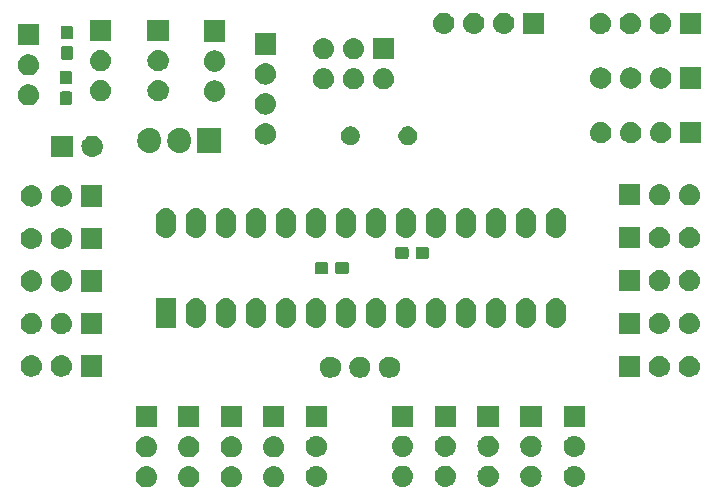
<source format=gbr>
G04 #@! TF.GenerationSoftware,KiCad,Pcbnew,5.0.1*
G04 #@! TF.CreationDate,2018-12-10T22:32:32+01:00*
G04 #@! TF.ProjectId,tamtam_board,74616D74616D5F626F6172642E6B6963,rev?*
G04 #@! TF.SameCoordinates,Original*
G04 #@! TF.FileFunction,Soldermask,Top*
G04 #@! TF.FilePolarity,Negative*
%FSLAX46Y46*%
G04 Gerber Fmt 4.6, Leading zero omitted, Abs format (unit mm)*
G04 Created by KiCad (PCBNEW 5.0.1) date dilluns, 10 de desembre de 2018, 22:32:32 CET*
%MOMM*%
%LPD*%
G01*
G04 APERTURE LIST*
%ADD10C,0.100000*%
G04 APERTURE END LIST*
D10*
G36*
X73860527Y-67373557D02*
X73946627Y-67382037D01*
X74059853Y-67416384D01*
X74116467Y-67433557D01*
X74160740Y-67457222D01*
X74272991Y-67517222D01*
X74308729Y-67546552D01*
X74410186Y-67629814D01*
X74473537Y-67707009D01*
X74522778Y-67767009D01*
X74522779Y-67767011D01*
X74606443Y-67923533D01*
X74606443Y-67923534D01*
X74657963Y-68093373D01*
X74675359Y-68270000D01*
X74657963Y-68446627D01*
X74624644Y-68556466D01*
X74606443Y-68616467D01*
X74554850Y-68712989D01*
X74522778Y-68772991D01*
X74493448Y-68808729D01*
X74410186Y-68910186D01*
X74321731Y-68982778D01*
X74272991Y-69022778D01*
X74272989Y-69022779D01*
X74116467Y-69106443D01*
X74101444Y-69111000D01*
X73946627Y-69157963D01*
X73880443Y-69164481D01*
X73814260Y-69171000D01*
X73725740Y-69171000D01*
X73659557Y-69164481D01*
X73593373Y-69157963D01*
X73438556Y-69111000D01*
X73423533Y-69106443D01*
X73267011Y-69022779D01*
X73267009Y-69022778D01*
X73218269Y-68982778D01*
X73129814Y-68910186D01*
X73046552Y-68808729D01*
X73017222Y-68772991D01*
X72985150Y-68712989D01*
X72933557Y-68616467D01*
X72915356Y-68556466D01*
X72882037Y-68446627D01*
X72864641Y-68270000D01*
X72882037Y-68093373D01*
X72933557Y-67923534D01*
X72933557Y-67923533D01*
X73017221Y-67767011D01*
X73017222Y-67767009D01*
X73066463Y-67707009D01*
X73129814Y-67629814D01*
X73231271Y-67546552D01*
X73267009Y-67517222D01*
X73379260Y-67457222D01*
X73423533Y-67433557D01*
X73480147Y-67416384D01*
X73593373Y-67382037D01*
X73679473Y-67373557D01*
X73725740Y-67369000D01*
X73814260Y-67369000D01*
X73860527Y-67373557D01*
X73860527Y-67373557D01*
G37*
G36*
X66680527Y-67373557D02*
X66766627Y-67382037D01*
X66879853Y-67416384D01*
X66936467Y-67433557D01*
X66980740Y-67457222D01*
X67092991Y-67517222D01*
X67128729Y-67546552D01*
X67230186Y-67629814D01*
X67293537Y-67707009D01*
X67342778Y-67767009D01*
X67342779Y-67767011D01*
X67426443Y-67923533D01*
X67426443Y-67923534D01*
X67477963Y-68093373D01*
X67495359Y-68270000D01*
X67477963Y-68446627D01*
X67444644Y-68556466D01*
X67426443Y-68616467D01*
X67374850Y-68712989D01*
X67342778Y-68772991D01*
X67313448Y-68808729D01*
X67230186Y-68910186D01*
X67141731Y-68982778D01*
X67092991Y-69022778D01*
X67092989Y-69022779D01*
X66936467Y-69106443D01*
X66921444Y-69111000D01*
X66766627Y-69157963D01*
X66700443Y-69164481D01*
X66634260Y-69171000D01*
X66545740Y-69171000D01*
X66479557Y-69164481D01*
X66413373Y-69157963D01*
X66258556Y-69111000D01*
X66243533Y-69106443D01*
X66087011Y-69022779D01*
X66087009Y-69022778D01*
X66038269Y-68982778D01*
X65949814Y-68910186D01*
X65866552Y-68808729D01*
X65837222Y-68772991D01*
X65805150Y-68712989D01*
X65753557Y-68616467D01*
X65735356Y-68556466D01*
X65702037Y-68446627D01*
X65684641Y-68270000D01*
X65702037Y-68093373D01*
X65753557Y-67923534D01*
X65753557Y-67923533D01*
X65837221Y-67767011D01*
X65837222Y-67767009D01*
X65886463Y-67707009D01*
X65949814Y-67629814D01*
X66051271Y-67546552D01*
X66087009Y-67517222D01*
X66199260Y-67457222D01*
X66243533Y-67433557D01*
X66300147Y-67416384D01*
X66413373Y-67382037D01*
X66499473Y-67373557D01*
X66545740Y-67369000D01*
X66634260Y-67369000D01*
X66680527Y-67373557D01*
X66680527Y-67373557D01*
G37*
G36*
X63080527Y-67373557D02*
X63166627Y-67382037D01*
X63279853Y-67416384D01*
X63336467Y-67433557D01*
X63380740Y-67457222D01*
X63492991Y-67517222D01*
X63528729Y-67546552D01*
X63630186Y-67629814D01*
X63693537Y-67707009D01*
X63742778Y-67767009D01*
X63742779Y-67767011D01*
X63826443Y-67923533D01*
X63826443Y-67923534D01*
X63877963Y-68093373D01*
X63895359Y-68270000D01*
X63877963Y-68446627D01*
X63844644Y-68556466D01*
X63826443Y-68616467D01*
X63774850Y-68712989D01*
X63742778Y-68772991D01*
X63713448Y-68808729D01*
X63630186Y-68910186D01*
X63541731Y-68982778D01*
X63492991Y-69022778D01*
X63492989Y-69022779D01*
X63336467Y-69106443D01*
X63321444Y-69111000D01*
X63166627Y-69157963D01*
X63100443Y-69164481D01*
X63034260Y-69171000D01*
X62945740Y-69171000D01*
X62879557Y-69164481D01*
X62813373Y-69157963D01*
X62658556Y-69111000D01*
X62643533Y-69106443D01*
X62487011Y-69022779D01*
X62487009Y-69022778D01*
X62438269Y-68982778D01*
X62349814Y-68910186D01*
X62266552Y-68808729D01*
X62237222Y-68772991D01*
X62205150Y-68712989D01*
X62153557Y-68616467D01*
X62135356Y-68556466D01*
X62102037Y-68446627D01*
X62084641Y-68270000D01*
X62102037Y-68093373D01*
X62153557Y-67923534D01*
X62153557Y-67923533D01*
X62237221Y-67767011D01*
X62237222Y-67767009D01*
X62286463Y-67707009D01*
X62349814Y-67629814D01*
X62451271Y-67546552D01*
X62487009Y-67517222D01*
X62599260Y-67457222D01*
X62643533Y-67433557D01*
X62700147Y-67416384D01*
X62813373Y-67382037D01*
X62899473Y-67373557D01*
X62945740Y-67369000D01*
X63034260Y-67369000D01*
X63080527Y-67373557D01*
X63080527Y-67373557D01*
G37*
G36*
X70280527Y-67373557D02*
X70366627Y-67382037D01*
X70479853Y-67416384D01*
X70536467Y-67433557D01*
X70580740Y-67457222D01*
X70692991Y-67517222D01*
X70728729Y-67546552D01*
X70830186Y-67629814D01*
X70893537Y-67707009D01*
X70942778Y-67767009D01*
X70942779Y-67767011D01*
X71026443Y-67923533D01*
X71026443Y-67923534D01*
X71077963Y-68093373D01*
X71095359Y-68270000D01*
X71077963Y-68446627D01*
X71044644Y-68556466D01*
X71026443Y-68616467D01*
X70974850Y-68712989D01*
X70942778Y-68772991D01*
X70913448Y-68808729D01*
X70830186Y-68910186D01*
X70741731Y-68982778D01*
X70692991Y-69022778D01*
X70692989Y-69022779D01*
X70536467Y-69106443D01*
X70521444Y-69111000D01*
X70366627Y-69157963D01*
X70300443Y-69164481D01*
X70234260Y-69171000D01*
X70145740Y-69171000D01*
X70079557Y-69164481D01*
X70013373Y-69157963D01*
X69858556Y-69111000D01*
X69843533Y-69106443D01*
X69687011Y-69022779D01*
X69687009Y-69022778D01*
X69638269Y-68982778D01*
X69549814Y-68910186D01*
X69466552Y-68808729D01*
X69437222Y-68772991D01*
X69405150Y-68712989D01*
X69353557Y-68616467D01*
X69335356Y-68556466D01*
X69302037Y-68446627D01*
X69284641Y-68270000D01*
X69302037Y-68093373D01*
X69353557Y-67923534D01*
X69353557Y-67923533D01*
X69437221Y-67767011D01*
X69437222Y-67767009D01*
X69486463Y-67707009D01*
X69549814Y-67629814D01*
X69651271Y-67546552D01*
X69687009Y-67517222D01*
X69799260Y-67457222D01*
X69843533Y-67433557D01*
X69900147Y-67416384D01*
X70013373Y-67382037D01*
X70099473Y-67373557D01*
X70145740Y-67369000D01*
X70234260Y-67369000D01*
X70280527Y-67373557D01*
X70280527Y-67373557D01*
G37*
G36*
X99330442Y-67335518D02*
X99396627Y-67342037D01*
X99485512Y-67369000D01*
X99566467Y-67393557D01*
X99685572Y-67457221D01*
X99722991Y-67477222D01*
X99758729Y-67506552D01*
X99860186Y-67589814D01*
X99943448Y-67691271D01*
X99972778Y-67727009D01*
X99972779Y-67727011D01*
X100056443Y-67883533D01*
X100056443Y-67883534D01*
X100107963Y-68053373D01*
X100125359Y-68230000D01*
X100107963Y-68406627D01*
X100095829Y-68446627D01*
X100056443Y-68576467D01*
X100035062Y-68616467D01*
X99972778Y-68732991D01*
X99943448Y-68768729D01*
X99860186Y-68870186D01*
X99758729Y-68953448D01*
X99722991Y-68982778D01*
X99722989Y-68982779D01*
X99566467Y-69066443D01*
X99509853Y-69083616D01*
X99396627Y-69117963D01*
X99330442Y-69124482D01*
X99264260Y-69131000D01*
X99175740Y-69131000D01*
X99109558Y-69124482D01*
X99043373Y-69117963D01*
X98930147Y-69083616D01*
X98873533Y-69066443D01*
X98717011Y-68982779D01*
X98717009Y-68982778D01*
X98681271Y-68953448D01*
X98579814Y-68870186D01*
X98496552Y-68768729D01*
X98467222Y-68732991D01*
X98404938Y-68616467D01*
X98383557Y-68576467D01*
X98344171Y-68446627D01*
X98332037Y-68406627D01*
X98314641Y-68230000D01*
X98332037Y-68053373D01*
X98383557Y-67883534D01*
X98383557Y-67883533D01*
X98467221Y-67727011D01*
X98467222Y-67727009D01*
X98496552Y-67691271D01*
X98579814Y-67589814D01*
X98681271Y-67506552D01*
X98717009Y-67477222D01*
X98754428Y-67457221D01*
X98873533Y-67393557D01*
X98954488Y-67369000D01*
X99043373Y-67342037D01*
X99109558Y-67335518D01*
X99175740Y-67329000D01*
X99264260Y-67329000D01*
X99330442Y-67335518D01*
X99330442Y-67335518D01*
G37*
G36*
X77500442Y-67335518D02*
X77566627Y-67342037D01*
X77655512Y-67369000D01*
X77736467Y-67393557D01*
X77855572Y-67457221D01*
X77892991Y-67477222D01*
X77928729Y-67506552D01*
X78030186Y-67589814D01*
X78113448Y-67691271D01*
X78142778Y-67727009D01*
X78142779Y-67727011D01*
X78226443Y-67883533D01*
X78226443Y-67883534D01*
X78277963Y-68053373D01*
X78295359Y-68230000D01*
X78277963Y-68406627D01*
X78265829Y-68446627D01*
X78226443Y-68576467D01*
X78205062Y-68616467D01*
X78142778Y-68732991D01*
X78113448Y-68768729D01*
X78030186Y-68870186D01*
X77928729Y-68953448D01*
X77892991Y-68982778D01*
X77892989Y-68982779D01*
X77736467Y-69066443D01*
X77679853Y-69083616D01*
X77566627Y-69117963D01*
X77500442Y-69124482D01*
X77434260Y-69131000D01*
X77345740Y-69131000D01*
X77279558Y-69124482D01*
X77213373Y-69117963D01*
X77100147Y-69083616D01*
X77043533Y-69066443D01*
X76887011Y-68982779D01*
X76887009Y-68982778D01*
X76851271Y-68953448D01*
X76749814Y-68870186D01*
X76666552Y-68768729D01*
X76637222Y-68732991D01*
X76574938Y-68616467D01*
X76553557Y-68576467D01*
X76514171Y-68446627D01*
X76502037Y-68406627D01*
X76484641Y-68230000D01*
X76502037Y-68053373D01*
X76553557Y-67883534D01*
X76553557Y-67883533D01*
X76637221Y-67727011D01*
X76637222Y-67727009D01*
X76666552Y-67691271D01*
X76749814Y-67589814D01*
X76851271Y-67506552D01*
X76887009Y-67477222D01*
X76924428Y-67457221D01*
X77043533Y-67393557D01*
X77124488Y-67369000D01*
X77213373Y-67342037D01*
X77279558Y-67335518D01*
X77345740Y-67329000D01*
X77434260Y-67329000D01*
X77500442Y-67335518D01*
X77500442Y-67335518D01*
G37*
G36*
X88410443Y-67315519D02*
X88476627Y-67322037D01*
X88589853Y-67356384D01*
X88646467Y-67373557D01*
X88758717Y-67433557D01*
X88802991Y-67457222D01*
X88827361Y-67477222D01*
X88940186Y-67569814D01*
X89023448Y-67671271D01*
X89052778Y-67707009D01*
X89052779Y-67707011D01*
X89136443Y-67863533D01*
X89136443Y-67863534D01*
X89187963Y-68033373D01*
X89205359Y-68210000D01*
X89187963Y-68386627D01*
X89181896Y-68406627D01*
X89136443Y-68556467D01*
X89104372Y-68616466D01*
X89052778Y-68712991D01*
X89036366Y-68732989D01*
X88940186Y-68850186D01*
X88838729Y-68933448D01*
X88802991Y-68962778D01*
X88802989Y-68962779D01*
X88646467Y-69046443D01*
X88589853Y-69063616D01*
X88476627Y-69097963D01*
X88410443Y-69104481D01*
X88344260Y-69111000D01*
X88255740Y-69111000D01*
X88189557Y-69104481D01*
X88123373Y-69097963D01*
X88010147Y-69063616D01*
X87953533Y-69046443D01*
X87797011Y-68962779D01*
X87797009Y-68962778D01*
X87761271Y-68933448D01*
X87659814Y-68850186D01*
X87563634Y-68732989D01*
X87547222Y-68712991D01*
X87495628Y-68616466D01*
X87463557Y-68556467D01*
X87418104Y-68406627D01*
X87412037Y-68386627D01*
X87394641Y-68210000D01*
X87412037Y-68033373D01*
X87463557Y-67863534D01*
X87463557Y-67863533D01*
X87547221Y-67707011D01*
X87547222Y-67707009D01*
X87576552Y-67671271D01*
X87659814Y-67569814D01*
X87772639Y-67477222D01*
X87797009Y-67457222D01*
X87841283Y-67433557D01*
X87953533Y-67373557D01*
X88010147Y-67356384D01*
X88123373Y-67322037D01*
X88189557Y-67315519D01*
X88255740Y-67309000D01*
X88344260Y-67309000D01*
X88410443Y-67315519D01*
X88410443Y-67315519D01*
G37*
G36*
X95670443Y-67315519D02*
X95736627Y-67322037D01*
X95849853Y-67356384D01*
X95906467Y-67373557D01*
X96018717Y-67433557D01*
X96062991Y-67457222D01*
X96087361Y-67477222D01*
X96200186Y-67569814D01*
X96283448Y-67671271D01*
X96312778Y-67707009D01*
X96312779Y-67707011D01*
X96396443Y-67863533D01*
X96396443Y-67863534D01*
X96447963Y-68033373D01*
X96465359Y-68210000D01*
X96447963Y-68386627D01*
X96441896Y-68406627D01*
X96396443Y-68556467D01*
X96364372Y-68616466D01*
X96312778Y-68712991D01*
X96296366Y-68732989D01*
X96200186Y-68850186D01*
X96098729Y-68933448D01*
X96062991Y-68962778D01*
X96062989Y-68962779D01*
X95906467Y-69046443D01*
X95849853Y-69063616D01*
X95736627Y-69097963D01*
X95670443Y-69104481D01*
X95604260Y-69111000D01*
X95515740Y-69111000D01*
X95449557Y-69104481D01*
X95383373Y-69097963D01*
X95270147Y-69063616D01*
X95213533Y-69046443D01*
X95057011Y-68962779D01*
X95057009Y-68962778D01*
X95021271Y-68933448D01*
X94919814Y-68850186D01*
X94823634Y-68732989D01*
X94807222Y-68712991D01*
X94755628Y-68616466D01*
X94723557Y-68556467D01*
X94678104Y-68406627D01*
X94672037Y-68386627D01*
X94654641Y-68210000D01*
X94672037Y-68033373D01*
X94723557Y-67863534D01*
X94723557Y-67863533D01*
X94807221Y-67707011D01*
X94807222Y-67707009D01*
X94836552Y-67671271D01*
X94919814Y-67569814D01*
X95032639Y-67477222D01*
X95057009Y-67457222D01*
X95101283Y-67433557D01*
X95213533Y-67373557D01*
X95270147Y-67356384D01*
X95383373Y-67322037D01*
X95449557Y-67315519D01*
X95515740Y-67309000D01*
X95604260Y-67309000D01*
X95670443Y-67315519D01*
X95670443Y-67315519D01*
G37*
G36*
X84790443Y-67315519D02*
X84856627Y-67322037D01*
X84969853Y-67356384D01*
X85026467Y-67373557D01*
X85138717Y-67433557D01*
X85182991Y-67457222D01*
X85207361Y-67477222D01*
X85320186Y-67569814D01*
X85403448Y-67671271D01*
X85432778Y-67707009D01*
X85432779Y-67707011D01*
X85516443Y-67863533D01*
X85516443Y-67863534D01*
X85567963Y-68033373D01*
X85585359Y-68210000D01*
X85567963Y-68386627D01*
X85561896Y-68406627D01*
X85516443Y-68556467D01*
X85484372Y-68616466D01*
X85432778Y-68712991D01*
X85416366Y-68732989D01*
X85320186Y-68850186D01*
X85218729Y-68933448D01*
X85182991Y-68962778D01*
X85182989Y-68962779D01*
X85026467Y-69046443D01*
X84969853Y-69063616D01*
X84856627Y-69097963D01*
X84790443Y-69104481D01*
X84724260Y-69111000D01*
X84635740Y-69111000D01*
X84569557Y-69104481D01*
X84503373Y-69097963D01*
X84390147Y-69063616D01*
X84333533Y-69046443D01*
X84177011Y-68962779D01*
X84177009Y-68962778D01*
X84141271Y-68933448D01*
X84039814Y-68850186D01*
X83943634Y-68732989D01*
X83927222Y-68712991D01*
X83875628Y-68616466D01*
X83843557Y-68556467D01*
X83798104Y-68406627D01*
X83792037Y-68386627D01*
X83774641Y-68210000D01*
X83792037Y-68033373D01*
X83843557Y-67863534D01*
X83843557Y-67863533D01*
X83927221Y-67707011D01*
X83927222Y-67707009D01*
X83956552Y-67671271D01*
X84039814Y-67569814D01*
X84152639Y-67477222D01*
X84177009Y-67457222D01*
X84221283Y-67433557D01*
X84333533Y-67373557D01*
X84390147Y-67356384D01*
X84503373Y-67322037D01*
X84569557Y-67315519D01*
X84635740Y-67309000D01*
X84724260Y-67309000D01*
X84790443Y-67315519D01*
X84790443Y-67315519D01*
G37*
G36*
X92040443Y-67315519D02*
X92106627Y-67322037D01*
X92219853Y-67356384D01*
X92276467Y-67373557D01*
X92388717Y-67433557D01*
X92432991Y-67457222D01*
X92457361Y-67477222D01*
X92570186Y-67569814D01*
X92653448Y-67671271D01*
X92682778Y-67707009D01*
X92682779Y-67707011D01*
X92766443Y-67863533D01*
X92766443Y-67863534D01*
X92817963Y-68033373D01*
X92835359Y-68210000D01*
X92817963Y-68386627D01*
X92811896Y-68406627D01*
X92766443Y-68556467D01*
X92734372Y-68616466D01*
X92682778Y-68712991D01*
X92666366Y-68732989D01*
X92570186Y-68850186D01*
X92468729Y-68933448D01*
X92432991Y-68962778D01*
X92432989Y-68962779D01*
X92276467Y-69046443D01*
X92219853Y-69063616D01*
X92106627Y-69097963D01*
X92040443Y-69104481D01*
X91974260Y-69111000D01*
X91885740Y-69111000D01*
X91819557Y-69104481D01*
X91753373Y-69097963D01*
X91640147Y-69063616D01*
X91583533Y-69046443D01*
X91427011Y-68962779D01*
X91427009Y-68962778D01*
X91391271Y-68933448D01*
X91289814Y-68850186D01*
X91193634Y-68732989D01*
X91177222Y-68712991D01*
X91125628Y-68616466D01*
X91093557Y-68556467D01*
X91048104Y-68406627D01*
X91042037Y-68386627D01*
X91024641Y-68210000D01*
X91042037Y-68033373D01*
X91093557Y-67863534D01*
X91093557Y-67863533D01*
X91177221Y-67707011D01*
X91177222Y-67707009D01*
X91206552Y-67671271D01*
X91289814Y-67569814D01*
X91402639Y-67477222D01*
X91427009Y-67457222D01*
X91471283Y-67433557D01*
X91583533Y-67373557D01*
X91640147Y-67356384D01*
X91753373Y-67322037D01*
X91819557Y-67315519D01*
X91885740Y-67309000D01*
X91974260Y-67309000D01*
X92040443Y-67315519D01*
X92040443Y-67315519D01*
G37*
G36*
X70280527Y-64833557D02*
X70366627Y-64842037D01*
X70479853Y-64876384D01*
X70536467Y-64893557D01*
X70580740Y-64917222D01*
X70692991Y-64977222D01*
X70728729Y-65006552D01*
X70830186Y-65089814D01*
X70893537Y-65167009D01*
X70942778Y-65227009D01*
X70942779Y-65227011D01*
X71026443Y-65383533D01*
X71026443Y-65383534D01*
X71077963Y-65553373D01*
X71095359Y-65730000D01*
X71077963Y-65906627D01*
X71044644Y-66016466D01*
X71026443Y-66076467D01*
X70974850Y-66172989D01*
X70942778Y-66232991D01*
X70913448Y-66268729D01*
X70830186Y-66370186D01*
X70741731Y-66442778D01*
X70692991Y-66482778D01*
X70692989Y-66482779D01*
X70536467Y-66566443D01*
X70521444Y-66571000D01*
X70366627Y-66617963D01*
X70300443Y-66624481D01*
X70234260Y-66631000D01*
X70145740Y-66631000D01*
X70079557Y-66624481D01*
X70013373Y-66617963D01*
X69858556Y-66571000D01*
X69843533Y-66566443D01*
X69687011Y-66482779D01*
X69687009Y-66482778D01*
X69638269Y-66442778D01*
X69549814Y-66370186D01*
X69466552Y-66268729D01*
X69437222Y-66232991D01*
X69405150Y-66172989D01*
X69353557Y-66076467D01*
X69335356Y-66016466D01*
X69302037Y-65906627D01*
X69284641Y-65730000D01*
X69302037Y-65553373D01*
X69353557Y-65383534D01*
X69353557Y-65383533D01*
X69437221Y-65227011D01*
X69437222Y-65227009D01*
X69486463Y-65167009D01*
X69549814Y-65089814D01*
X69651271Y-65006552D01*
X69687009Y-64977222D01*
X69799260Y-64917222D01*
X69843533Y-64893557D01*
X69900147Y-64876384D01*
X70013373Y-64842037D01*
X70099473Y-64833557D01*
X70145740Y-64829000D01*
X70234260Y-64829000D01*
X70280527Y-64833557D01*
X70280527Y-64833557D01*
G37*
G36*
X66680527Y-64833557D02*
X66766627Y-64842037D01*
X66879853Y-64876384D01*
X66936467Y-64893557D01*
X66980740Y-64917222D01*
X67092991Y-64977222D01*
X67128729Y-65006552D01*
X67230186Y-65089814D01*
X67293537Y-65167009D01*
X67342778Y-65227009D01*
X67342779Y-65227011D01*
X67426443Y-65383533D01*
X67426443Y-65383534D01*
X67477963Y-65553373D01*
X67495359Y-65730000D01*
X67477963Y-65906627D01*
X67444644Y-66016466D01*
X67426443Y-66076467D01*
X67374850Y-66172989D01*
X67342778Y-66232991D01*
X67313448Y-66268729D01*
X67230186Y-66370186D01*
X67141731Y-66442778D01*
X67092991Y-66482778D01*
X67092989Y-66482779D01*
X66936467Y-66566443D01*
X66921444Y-66571000D01*
X66766627Y-66617963D01*
X66700443Y-66624481D01*
X66634260Y-66631000D01*
X66545740Y-66631000D01*
X66479557Y-66624481D01*
X66413373Y-66617963D01*
X66258556Y-66571000D01*
X66243533Y-66566443D01*
X66087011Y-66482779D01*
X66087009Y-66482778D01*
X66038269Y-66442778D01*
X65949814Y-66370186D01*
X65866552Y-66268729D01*
X65837222Y-66232991D01*
X65805150Y-66172989D01*
X65753557Y-66076467D01*
X65735356Y-66016466D01*
X65702037Y-65906627D01*
X65684641Y-65730000D01*
X65702037Y-65553373D01*
X65753557Y-65383534D01*
X65753557Y-65383533D01*
X65837221Y-65227011D01*
X65837222Y-65227009D01*
X65886463Y-65167009D01*
X65949814Y-65089814D01*
X66051271Y-65006552D01*
X66087009Y-64977222D01*
X66199260Y-64917222D01*
X66243533Y-64893557D01*
X66300147Y-64876384D01*
X66413373Y-64842037D01*
X66499473Y-64833557D01*
X66545740Y-64829000D01*
X66634260Y-64829000D01*
X66680527Y-64833557D01*
X66680527Y-64833557D01*
G37*
G36*
X73860527Y-64833557D02*
X73946627Y-64842037D01*
X74059853Y-64876384D01*
X74116467Y-64893557D01*
X74160740Y-64917222D01*
X74272991Y-64977222D01*
X74308729Y-65006552D01*
X74410186Y-65089814D01*
X74473537Y-65167009D01*
X74522778Y-65227009D01*
X74522779Y-65227011D01*
X74606443Y-65383533D01*
X74606443Y-65383534D01*
X74657963Y-65553373D01*
X74675359Y-65730000D01*
X74657963Y-65906627D01*
X74624644Y-66016466D01*
X74606443Y-66076467D01*
X74554850Y-66172989D01*
X74522778Y-66232991D01*
X74493448Y-66268729D01*
X74410186Y-66370186D01*
X74321731Y-66442778D01*
X74272991Y-66482778D01*
X74272989Y-66482779D01*
X74116467Y-66566443D01*
X74101444Y-66571000D01*
X73946627Y-66617963D01*
X73880443Y-66624481D01*
X73814260Y-66631000D01*
X73725740Y-66631000D01*
X73659557Y-66624481D01*
X73593373Y-66617963D01*
X73438556Y-66571000D01*
X73423533Y-66566443D01*
X73267011Y-66482779D01*
X73267009Y-66482778D01*
X73218269Y-66442778D01*
X73129814Y-66370186D01*
X73046552Y-66268729D01*
X73017222Y-66232991D01*
X72985150Y-66172989D01*
X72933557Y-66076467D01*
X72915356Y-66016466D01*
X72882037Y-65906627D01*
X72864641Y-65730000D01*
X72882037Y-65553373D01*
X72933557Y-65383534D01*
X72933557Y-65383533D01*
X73017221Y-65227011D01*
X73017222Y-65227009D01*
X73066463Y-65167009D01*
X73129814Y-65089814D01*
X73231271Y-65006552D01*
X73267009Y-64977222D01*
X73379260Y-64917222D01*
X73423533Y-64893557D01*
X73480147Y-64876384D01*
X73593373Y-64842037D01*
X73679473Y-64833557D01*
X73725740Y-64829000D01*
X73814260Y-64829000D01*
X73860527Y-64833557D01*
X73860527Y-64833557D01*
G37*
G36*
X63080527Y-64833557D02*
X63166627Y-64842037D01*
X63279853Y-64876384D01*
X63336467Y-64893557D01*
X63380740Y-64917222D01*
X63492991Y-64977222D01*
X63528729Y-65006552D01*
X63630186Y-65089814D01*
X63693537Y-65167009D01*
X63742778Y-65227009D01*
X63742779Y-65227011D01*
X63826443Y-65383533D01*
X63826443Y-65383534D01*
X63877963Y-65553373D01*
X63895359Y-65730000D01*
X63877963Y-65906627D01*
X63844644Y-66016466D01*
X63826443Y-66076467D01*
X63774850Y-66172989D01*
X63742778Y-66232991D01*
X63713448Y-66268729D01*
X63630186Y-66370186D01*
X63541731Y-66442778D01*
X63492991Y-66482778D01*
X63492989Y-66482779D01*
X63336467Y-66566443D01*
X63321444Y-66571000D01*
X63166627Y-66617963D01*
X63100443Y-66624481D01*
X63034260Y-66631000D01*
X62945740Y-66631000D01*
X62879557Y-66624481D01*
X62813373Y-66617963D01*
X62658556Y-66571000D01*
X62643533Y-66566443D01*
X62487011Y-66482779D01*
X62487009Y-66482778D01*
X62438269Y-66442778D01*
X62349814Y-66370186D01*
X62266552Y-66268729D01*
X62237222Y-66232991D01*
X62205150Y-66172989D01*
X62153557Y-66076467D01*
X62135356Y-66016466D01*
X62102037Y-65906627D01*
X62084641Y-65730000D01*
X62102037Y-65553373D01*
X62153557Y-65383534D01*
X62153557Y-65383533D01*
X62237221Y-65227011D01*
X62237222Y-65227009D01*
X62286463Y-65167009D01*
X62349814Y-65089814D01*
X62451271Y-65006552D01*
X62487009Y-64977222D01*
X62599260Y-64917222D01*
X62643533Y-64893557D01*
X62700147Y-64876384D01*
X62813373Y-64842037D01*
X62899473Y-64833557D01*
X62945740Y-64829000D01*
X63034260Y-64829000D01*
X63080527Y-64833557D01*
X63080527Y-64833557D01*
G37*
G36*
X99330443Y-64795519D02*
X99396627Y-64802037D01*
X99485512Y-64829000D01*
X99566467Y-64853557D01*
X99685572Y-64917221D01*
X99722991Y-64937222D01*
X99758729Y-64966552D01*
X99860186Y-65049814D01*
X99943448Y-65151271D01*
X99972778Y-65187009D01*
X99972779Y-65187011D01*
X100056443Y-65343533D01*
X100056443Y-65343534D01*
X100107963Y-65513373D01*
X100125359Y-65690000D01*
X100107963Y-65866627D01*
X100095829Y-65906627D01*
X100056443Y-66036467D01*
X100035062Y-66076467D01*
X99972778Y-66192991D01*
X99943448Y-66228729D01*
X99860186Y-66330186D01*
X99758729Y-66413448D01*
X99722991Y-66442778D01*
X99722989Y-66442779D01*
X99566467Y-66526443D01*
X99509853Y-66543616D01*
X99396627Y-66577963D01*
X99330443Y-66584481D01*
X99264260Y-66591000D01*
X99175740Y-66591000D01*
X99109557Y-66584481D01*
X99043373Y-66577963D01*
X98930147Y-66543616D01*
X98873533Y-66526443D01*
X98717011Y-66442779D01*
X98717009Y-66442778D01*
X98681271Y-66413448D01*
X98579814Y-66330186D01*
X98496552Y-66228729D01*
X98467222Y-66192991D01*
X98404938Y-66076467D01*
X98383557Y-66036467D01*
X98344171Y-65906627D01*
X98332037Y-65866627D01*
X98314641Y-65690000D01*
X98332037Y-65513373D01*
X98383557Y-65343534D01*
X98383557Y-65343533D01*
X98467221Y-65187011D01*
X98467222Y-65187009D01*
X98496552Y-65151271D01*
X98579814Y-65049814D01*
X98681271Y-64966552D01*
X98717009Y-64937222D01*
X98754428Y-64917221D01*
X98873533Y-64853557D01*
X98954488Y-64829000D01*
X99043373Y-64802037D01*
X99109557Y-64795519D01*
X99175740Y-64789000D01*
X99264260Y-64789000D01*
X99330443Y-64795519D01*
X99330443Y-64795519D01*
G37*
G36*
X77500443Y-64795519D02*
X77566627Y-64802037D01*
X77655512Y-64829000D01*
X77736467Y-64853557D01*
X77855572Y-64917221D01*
X77892991Y-64937222D01*
X77928729Y-64966552D01*
X78030186Y-65049814D01*
X78113448Y-65151271D01*
X78142778Y-65187009D01*
X78142779Y-65187011D01*
X78226443Y-65343533D01*
X78226443Y-65343534D01*
X78277963Y-65513373D01*
X78295359Y-65690000D01*
X78277963Y-65866627D01*
X78265829Y-65906627D01*
X78226443Y-66036467D01*
X78205062Y-66076467D01*
X78142778Y-66192991D01*
X78113448Y-66228729D01*
X78030186Y-66330186D01*
X77928729Y-66413448D01*
X77892991Y-66442778D01*
X77892989Y-66442779D01*
X77736467Y-66526443D01*
X77679853Y-66543616D01*
X77566627Y-66577963D01*
X77500443Y-66584481D01*
X77434260Y-66591000D01*
X77345740Y-66591000D01*
X77279557Y-66584481D01*
X77213373Y-66577963D01*
X77100147Y-66543616D01*
X77043533Y-66526443D01*
X76887011Y-66442779D01*
X76887009Y-66442778D01*
X76851271Y-66413448D01*
X76749814Y-66330186D01*
X76666552Y-66228729D01*
X76637222Y-66192991D01*
X76574938Y-66076467D01*
X76553557Y-66036467D01*
X76514171Y-65906627D01*
X76502037Y-65866627D01*
X76484641Y-65690000D01*
X76502037Y-65513373D01*
X76553557Y-65343534D01*
X76553557Y-65343533D01*
X76637221Y-65187011D01*
X76637222Y-65187009D01*
X76666552Y-65151271D01*
X76749814Y-65049814D01*
X76851271Y-64966552D01*
X76887009Y-64937222D01*
X76924428Y-64917221D01*
X77043533Y-64853557D01*
X77124488Y-64829000D01*
X77213373Y-64802037D01*
X77279557Y-64795519D01*
X77345740Y-64789000D01*
X77434260Y-64789000D01*
X77500443Y-64795519D01*
X77500443Y-64795519D01*
G37*
G36*
X92040442Y-64775518D02*
X92106627Y-64782037D01*
X92219853Y-64816384D01*
X92276467Y-64833557D01*
X92388717Y-64893557D01*
X92432991Y-64917222D01*
X92457361Y-64937222D01*
X92570186Y-65029814D01*
X92653448Y-65131271D01*
X92682778Y-65167009D01*
X92682779Y-65167011D01*
X92766443Y-65323533D01*
X92766443Y-65323534D01*
X92817963Y-65493373D01*
X92835359Y-65670000D01*
X92817963Y-65846627D01*
X92811896Y-65866627D01*
X92766443Y-66016467D01*
X92734372Y-66076466D01*
X92682778Y-66172991D01*
X92666366Y-66192989D01*
X92570186Y-66310186D01*
X92468729Y-66393448D01*
X92432991Y-66422778D01*
X92432989Y-66422779D01*
X92276467Y-66506443D01*
X92219853Y-66523616D01*
X92106627Y-66557963D01*
X92040442Y-66564482D01*
X91974260Y-66571000D01*
X91885740Y-66571000D01*
X91819558Y-66564482D01*
X91753373Y-66557963D01*
X91640147Y-66523616D01*
X91583533Y-66506443D01*
X91427011Y-66422779D01*
X91427009Y-66422778D01*
X91391271Y-66393448D01*
X91289814Y-66310186D01*
X91193634Y-66192989D01*
X91177222Y-66172991D01*
X91125628Y-66076466D01*
X91093557Y-66016467D01*
X91048104Y-65866627D01*
X91042037Y-65846627D01*
X91024641Y-65670000D01*
X91042037Y-65493373D01*
X91093557Y-65323534D01*
X91093557Y-65323533D01*
X91177221Y-65167011D01*
X91177222Y-65167009D01*
X91206552Y-65131271D01*
X91289814Y-65029814D01*
X91402639Y-64937222D01*
X91427009Y-64917222D01*
X91471283Y-64893557D01*
X91583533Y-64833557D01*
X91640147Y-64816384D01*
X91753373Y-64782037D01*
X91819558Y-64775518D01*
X91885740Y-64769000D01*
X91974260Y-64769000D01*
X92040442Y-64775518D01*
X92040442Y-64775518D01*
G37*
G36*
X84790442Y-64775518D02*
X84856627Y-64782037D01*
X84969853Y-64816384D01*
X85026467Y-64833557D01*
X85138717Y-64893557D01*
X85182991Y-64917222D01*
X85207361Y-64937222D01*
X85320186Y-65029814D01*
X85403448Y-65131271D01*
X85432778Y-65167009D01*
X85432779Y-65167011D01*
X85516443Y-65323533D01*
X85516443Y-65323534D01*
X85567963Y-65493373D01*
X85585359Y-65670000D01*
X85567963Y-65846627D01*
X85561896Y-65866627D01*
X85516443Y-66016467D01*
X85484372Y-66076466D01*
X85432778Y-66172991D01*
X85416366Y-66192989D01*
X85320186Y-66310186D01*
X85218729Y-66393448D01*
X85182991Y-66422778D01*
X85182989Y-66422779D01*
X85026467Y-66506443D01*
X84969853Y-66523616D01*
X84856627Y-66557963D01*
X84790442Y-66564482D01*
X84724260Y-66571000D01*
X84635740Y-66571000D01*
X84569558Y-66564482D01*
X84503373Y-66557963D01*
X84390147Y-66523616D01*
X84333533Y-66506443D01*
X84177011Y-66422779D01*
X84177009Y-66422778D01*
X84141271Y-66393448D01*
X84039814Y-66310186D01*
X83943634Y-66192989D01*
X83927222Y-66172991D01*
X83875628Y-66076466D01*
X83843557Y-66016467D01*
X83798104Y-65866627D01*
X83792037Y-65846627D01*
X83774641Y-65670000D01*
X83792037Y-65493373D01*
X83843557Y-65323534D01*
X83843557Y-65323533D01*
X83927221Y-65167011D01*
X83927222Y-65167009D01*
X83956552Y-65131271D01*
X84039814Y-65029814D01*
X84152639Y-64937222D01*
X84177009Y-64917222D01*
X84221283Y-64893557D01*
X84333533Y-64833557D01*
X84390147Y-64816384D01*
X84503373Y-64782037D01*
X84569558Y-64775518D01*
X84635740Y-64769000D01*
X84724260Y-64769000D01*
X84790442Y-64775518D01*
X84790442Y-64775518D01*
G37*
G36*
X95670442Y-64775518D02*
X95736627Y-64782037D01*
X95849853Y-64816384D01*
X95906467Y-64833557D01*
X96018717Y-64893557D01*
X96062991Y-64917222D01*
X96087361Y-64937222D01*
X96200186Y-65029814D01*
X96283448Y-65131271D01*
X96312778Y-65167009D01*
X96312779Y-65167011D01*
X96396443Y-65323533D01*
X96396443Y-65323534D01*
X96447963Y-65493373D01*
X96465359Y-65670000D01*
X96447963Y-65846627D01*
X96441896Y-65866627D01*
X96396443Y-66016467D01*
X96364372Y-66076466D01*
X96312778Y-66172991D01*
X96296366Y-66192989D01*
X96200186Y-66310186D01*
X96098729Y-66393448D01*
X96062991Y-66422778D01*
X96062989Y-66422779D01*
X95906467Y-66506443D01*
X95849853Y-66523616D01*
X95736627Y-66557963D01*
X95670442Y-66564482D01*
X95604260Y-66571000D01*
X95515740Y-66571000D01*
X95449558Y-66564482D01*
X95383373Y-66557963D01*
X95270147Y-66523616D01*
X95213533Y-66506443D01*
X95057011Y-66422779D01*
X95057009Y-66422778D01*
X95021271Y-66393448D01*
X94919814Y-66310186D01*
X94823634Y-66192989D01*
X94807222Y-66172991D01*
X94755628Y-66076466D01*
X94723557Y-66016467D01*
X94678104Y-65866627D01*
X94672037Y-65846627D01*
X94654641Y-65670000D01*
X94672037Y-65493373D01*
X94723557Y-65323534D01*
X94723557Y-65323533D01*
X94807221Y-65167011D01*
X94807222Y-65167009D01*
X94836552Y-65131271D01*
X94919814Y-65029814D01*
X95032639Y-64937222D01*
X95057009Y-64917222D01*
X95101283Y-64893557D01*
X95213533Y-64833557D01*
X95270147Y-64816384D01*
X95383373Y-64782037D01*
X95449558Y-64775518D01*
X95515740Y-64769000D01*
X95604260Y-64769000D01*
X95670442Y-64775518D01*
X95670442Y-64775518D01*
G37*
G36*
X88410442Y-64775518D02*
X88476627Y-64782037D01*
X88589853Y-64816384D01*
X88646467Y-64833557D01*
X88758717Y-64893557D01*
X88802991Y-64917222D01*
X88827361Y-64937222D01*
X88940186Y-65029814D01*
X89023448Y-65131271D01*
X89052778Y-65167009D01*
X89052779Y-65167011D01*
X89136443Y-65323533D01*
X89136443Y-65323534D01*
X89187963Y-65493373D01*
X89205359Y-65670000D01*
X89187963Y-65846627D01*
X89181896Y-65866627D01*
X89136443Y-66016467D01*
X89104372Y-66076466D01*
X89052778Y-66172991D01*
X89036366Y-66192989D01*
X88940186Y-66310186D01*
X88838729Y-66393448D01*
X88802991Y-66422778D01*
X88802989Y-66422779D01*
X88646467Y-66506443D01*
X88589853Y-66523616D01*
X88476627Y-66557963D01*
X88410442Y-66564482D01*
X88344260Y-66571000D01*
X88255740Y-66571000D01*
X88189558Y-66564482D01*
X88123373Y-66557963D01*
X88010147Y-66523616D01*
X87953533Y-66506443D01*
X87797011Y-66422779D01*
X87797009Y-66422778D01*
X87761271Y-66393448D01*
X87659814Y-66310186D01*
X87563634Y-66192989D01*
X87547222Y-66172991D01*
X87495628Y-66076466D01*
X87463557Y-66016467D01*
X87418104Y-65866627D01*
X87412037Y-65846627D01*
X87394641Y-65670000D01*
X87412037Y-65493373D01*
X87463557Y-65323534D01*
X87463557Y-65323533D01*
X87547221Y-65167011D01*
X87547222Y-65167009D01*
X87576552Y-65131271D01*
X87659814Y-65029814D01*
X87772639Y-64937222D01*
X87797009Y-64917222D01*
X87841283Y-64893557D01*
X87953533Y-64833557D01*
X88010147Y-64816384D01*
X88123373Y-64782037D01*
X88189558Y-64775518D01*
X88255740Y-64769000D01*
X88344260Y-64769000D01*
X88410442Y-64775518D01*
X88410442Y-64775518D01*
G37*
G36*
X74671000Y-64091000D02*
X72869000Y-64091000D01*
X72869000Y-62289000D01*
X74671000Y-62289000D01*
X74671000Y-64091000D01*
X74671000Y-64091000D01*
G37*
G36*
X71091000Y-64091000D02*
X69289000Y-64091000D01*
X69289000Y-62289000D01*
X71091000Y-62289000D01*
X71091000Y-64091000D01*
X71091000Y-64091000D01*
G37*
G36*
X63891000Y-64091000D02*
X62089000Y-64091000D01*
X62089000Y-62289000D01*
X63891000Y-62289000D01*
X63891000Y-64091000D01*
X63891000Y-64091000D01*
G37*
G36*
X67491000Y-64091000D02*
X65689000Y-64091000D01*
X65689000Y-62289000D01*
X67491000Y-62289000D01*
X67491000Y-64091000D01*
X67491000Y-64091000D01*
G37*
G36*
X78291000Y-64051000D02*
X76489000Y-64051000D01*
X76489000Y-62249000D01*
X78291000Y-62249000D01*
X78291000Y-64051000D01*
X78291000Y-64051000D01*
G37*
G36*
X100121000Y-64051000D02*
X98319000Y-64051000D01*
X98319000Y-62249000D01*
X100121000Y-62249000D01*
X100121000Y-64051000D01*
X100121000Y-64051000D01*
G37*
G36*
X96461000Y-64031000D02*
X94659000Y-64031000D01*
X94659000Y-62229000D01*
X96461000Y-62229000D01*
X96461000Y-64031000D01*
X96461000Y-64031000D01*
G37*
G36*
X92831000Y-64031000D02*
X91029000Y-64031000D01*
X91029000Y-62229000D01*
X92831000Y-62229000D01*
X92831000Y-64031000D01*
X92831000Y-64031000D01*
G37*
G36*
X85581000Y-64031000D02*
X83779000Y-64031000D01*
X83779000Y-62229000D01*
X85581000Y-62229000D01*
X85581000Y-64031000D01*
X85581000Y-64031000D01*
G37*
G36*
X89201000Y-64031000D02*
X87399000Y-64031000D01*
X87399000Y-62229000D01*
X89201000Y-62229000D01*
X89201000Y-64031000D01*
X89201000Y-64031000D01*
G37*
G36*
X78832812Y-58123624D02*
X78996784Y-58191544D01*
X79144354Y-58290147D01*
X79269853Y-58415646D01*
X79368456Y-58563216D01*
X79436376Y-58727188D01*
X79471000Y-58901259D01*
X79471000Y-59078741D01*
X79436376Y-59252812D01*
X79368456Y-59416784D01*
X79269853Y-59564354D01*
X79144354Y-59689853D01*
X78996784Y-59788456D01*
X78832812Y-59856376D01*
X78658741Y-59891000D01*
X78481259Y-59891000D01*
X78307188Y-59856376D01*
X78143216Y-59788456D01*
X77995646Y-59689853D01*
X77870147Y-59564354D01*
X77771544Y-59416784D01*
X77703624Y-59252812D01*
X77669000Y-59078741D01*
X77669000Y-58901259D01*
X77703624Y-58727188D01*
X77771544Y-58563216D01*
X77870147Y-58415646D01*
X77995646Y-58290147D01*
X78143216Y-58191544D01*
X78307188Y-58123624D01*
X78481259Y-58089000D01*
X78658741Y-58089000D01*
X78832812Y-58123624D01*
X78832812Y-58123624D01*
G37*
G36*
X83832812Y-58123624D02*
X83996784Y-58191544D01*
X84144354Y-58290147D01*
X84269853Y-58415646D01*
X84368456Y-58563216D01*
X84436376Y-58727188D01*
X84471000Y-58901259D01*
X84471000Y-59078741D01*
X84436376Y-59252812D01*
X84368456Y-59416784D01*
X84269853Y-59564354D01*
X84144354Y-59689853D01*
X83996784Y-59788456D01*
X83832812Y-59856376D01*
X83658741Y-59891000D01*
X83481259Y-59891000D01*
X83307188Y-59856376D01*
X83143216Y-59788456D01*
X82995646Y-59689853D01*
X82870147Y-59564354D01*
X82771544Y-59416784D01*
X82703624Y-59252812D01*
X82669000Y-59078741D01*
X82669000Y-58901259D01*
X82703624Y-58727188D01*
X82771544Y-58563216D01*
X82870147Y-58415646D01*
X82995646Y-58290147D01*
X83143216Y-58191544D01*
X83307188Y-58123624D01*
X83481259Y-58089000D01*
X83658741Y-58089000D01*
X83832812Y-58123624D01*
X83832812Y-58123624D01*
G37*
G36*
X81332812Y-58123624D02*
X81496784Y-58191544D01*
X81644354Y-58290147D01*
X81769853Y-58415646D01*
X81868456Y-58563216D01*
X81936376Y-58727188D01*
X81971000Y-58901259D01*
X81971000Y-59078741D01*
X81936376Y-59252812D01*
X81868456Y-59416784D01*
X81769853Y-59564354D01*
X81644354Y-59689853D01*
X81496784Y-59788456D01*
X81332812Y-59856376D01*
X81158741Y-59891000D01*
X80981259Y-59891000D01*
X80807188Y-59856376D01*
X80643216Y-59788456D01*
X80495646Y-59689853D01*
X80370147Y-59564354D01*
X80271544Y-59416784D01*
X80203624Y-59252812D01*
X80169000Y-59078741D01*
X80169000Y-58901259D01*
X80203624Y-58727188D01*
X80271544Y-58563216D01*
X80370147Y-58415646D01*
X80495646Y-58290147D01*
X80643216Y-58191544D01*
X80807188Y-58123624D01*
X80981259Y-58089000D01*
X81158741Y-58089000D01*
X81332812Y-58123624D01*
X81332812Y-58123624D01*
G37*
G36*
X109076442Y-58033518D02*
X109142627Y-58040037D01*
X109255853Y-58074384D01*
X109312467Y-58091557D01*
X109372459Y-58123624D01*
X109468991Y-58175222D01*
X109488879Y-58191544D01*
X109606186Y-58287814D01*
X109689448Y-58389271D01*
X109718778Y-58425009D01*
X109718779Y-58425011D01*
X109802443Y-58581533D01*
X109802443Y-58581534D01*
X109853963Y-58751373D01*
X109871359Y-58928000D01*
X109853963Y-59104627D01*
X109819616Y-59217853D01*
X109802443Y-59274467D01*
X109743391Y-59384943D01*
X109718778Y-59430991D01*
X109689448Y-59466729D01*
X109606186Y-59568186D01*
X109525098Y-59634732D01*
X109468991Y-59680778D01*
X109468989Y-59680779D01*
X109312467Y-59764443D01*
X109294421Y-59769917D01*
X109142627Y-59815963D01*
X109076442Y-59822482D01*
X109010260Y-59829000D01*
X108921740Y-59829000D01*
X108855558Y-59822482D01*
X108789373Y-59815963D01*
X108637579Y-59769917D01*
X108619533Y-59764443D01*
X108463011Y-59680779D01*
X108463009Y-59680778D01*
X108406902Y-59634732D01*
X108325814Y-59568186D01*
X108242552Y-59466729D01*
X108213222Y-59430991D01*
X108188609Y-59384943D01*
X108129557Y-59274467D01*
X108112384Y-59217853D01*
X108078037Y-59104627D01*
X108060641Y-58928000D01*
X108078037Y-58751373D01*
X108129557Y-58581534D01*
X108129557Y-58581533D01*
X108213221Y-58425011D01*
X108213222Y-58425009D01*
X108242552Y-58389271D01*
X108325814Y-58287814D01*
X108443121Y-58191544D01*
X108463009Y-58175222D01*
X108559541Y-58123624D01*
X108619533Y-58091557D01*
X108676147Y-58074384D01*
X108789373Y-58040037D01*
X108855558Y-58033518D01*
X108921740Y-58027000D01*
X109010260Y-58027000D01*
X109076442Y-58033518D01*
X109076442Y-58033518D01*
G37*
G36*
X106536442Y-58033518D02*
X106602627Y-58040037D01*
X106715853Y-58074384D01*
X106772467Y-58091557D01*
X106832459Y-58123624D01*
X106928991Y-58175222D01*
X106948879Y-58191544D01*
X107066186Y-58287814D01*
X107149448Y-58389271D01*
X107178778Y-58425009D01*
X107178779Y-58425011D01*
X107262443Y-58581533D01*
X107262443Y-58581534D01*
X107313963Y-58751373D01*
X107331359Y-58928000D01*
X107313963Y-59104627D01*
X107279616Y-59217853D01*
X107262443Y-59274467D01*
X107203391Y-59384943D01*
X107178778Y-59430991D01*
X107149448Y-59466729D01*
X107066186Y-59568186D01*
X106985098Y-59634732D01*
X106928991Y-59680778D01*
X106928989Y-59680779D01*
X106772467Y-59764443D01*
X106754421Y-59769917D01*
X106602627Y-59815963D01*
X106536442Y-59822482D01*
X106470260Y-59829000D01*
X106381740Y-59829000D01*
X106315558Y-59822482D01*
X106249373Y-59815963D01*
X106097579Y-59769917D01*
X106079533Y-59764443D01*
X105923011Y-59680779D01*
X105923009Y-59680778D01*
X105866902Y-59634732D01*
X105785814Y-59568186D01*
X105702552Y-59466729D01*
X105673222Y-59430991D01*
X105648609Y-59384943D01*
X105589557Y-59274467D01*
X105572384Y-59217853D01*
X105538037Y-59104627D01*
X105520641Y-58928000D01*
X105538037Y-58751373D01*
X105589557Y-58581534D01*
X105589557Y-58581533D01*
X105673221Y-58425011D01*
X105673222Y-58425009D01*
X105702552Y-58389271D01*
X105785814Y-58287814D01*
X105903121Y-58191544D01*
X105923009Y-58175222D01*
X106019541Y-58123624D01*
X106079533Y-58091557D01*
X106136147Y-58074384D01*
X106249373Y-58040037D01*
X106315558Y-58033518D01*
X106381740Y-58027000D01*
X106470260Y-58027000D01*
X106536442Y-58033518D01*
X106536442Y-58033518D01*
G37*
G36*
X104787000Y-59829000D02*
X102985000Y-59829000D01*
X102985000Y-58027000D01*
X104787000Y-58027000D01*
X104787000Y-59829000D01*
X104787000Y-59829000D01*
G37*
G36*
X55898185Y-57987473D02*
X55964369Y-57993991D01*
X56073185Y-58027000D01*
X56134209Y-58045511D01*
X56272829Y-58119606D01*
X56290733Y-58129176D01*
X56326471Y-58158506D01*
X56427928Y-58241768D01*
X56467633Y-58290150D01*
X56540520Y-58378963D01*
X56540521Y-58378965D01*
X56624185Y-58535487D01*
X56624185Y-58535488D01*
X56675705Y-58705327D01*
X56693101Y-58881954D01*
X56675705Y-59058581D01*
X56661737Y-59104627D01*
X56624185Y-59228421D01*
X56550090Y-59367041D01*
X56540520Y-59384945D01*
X56514392Y-59416782D01*
X56427928Y-59522140D01*
X56326471Y-59605402D01*
X56290733Y-59634732D01*
X56290731Y-59634733D01*
X56134209Y-59718397D01*
X56077595Y-59735570D01*
X55964369Y-59769917D01*
X55898185Y-59776435D01*
X55832002Y-59782954D01*
X55743482Y-59782954D01*
X55677299Y-59776435D01*
X55611115Y-59769917D01*
X55497889Y-59735570D01*
X55441275Y-59718397D01*
X55284753Y-59634733D01*
X55284751Y-59634732D01*
X55249013Y-59605402D01*
X55147556Y-59522140D01*
X55061092Y-59416782D01*
X55034964Y-59384945D01*
X55025394Y-59367041D01*
X54951299Y-59228421D01*
X54913747Y-59104627D01*
X54899779Y-59058581D01*
X54882383Y-58881954D01*
X54899779Y-58705327D01*
X54951299Y-58535488D01*
X54951299Y-58535487D01*
X55034963Y-58378965D01*
X55034964Y-58378963D01*
X55107851Y-58290150D01*
X55147556Y-58241768D01*
X55249013Y-58158506D01*
X55284751Y-58129176D01*
X55302655Y-58119606D01*
X55441275Y-58045511D01*
X55502299Y-58027000D01*
X55611115Y-57993991D01*
X55677299Y-57987473D01*
X55743482Y-57980954D01*
X55832002Y-57980954D01*
X55898185Y-57987473D01*
X55898185Y-57987473D01*
G37*
G36*
X53358185Y-57987473D02*
X53424369Y-57993991D01*
X53533185Y-58027000D01*
X53594209Y-58045511D01*
X53732829Y-58119606D01*
X53750733Y-58129176D01*
X53786471Y-58158506D01*
X53887928Y-58241768D01*
X53927633Y-58290150D01*
X54000520Y-58378963D01*
X54000521Y-58378965D01*
X54084185Y-58535487D01*
X54084185Y-58535488D01*
X54135705Y-58705327D01*
X54153101Y-58881954D01*
X54135705Y-59058581D01*
X54121737Y-59104627D01*
X54084185Y-59228421D01*
X54010090Y-59367041D01*
X54000520Y-59384945D01*
X53974392Y-59416782D01*
X53887928Y-59522140D01*
X53786471Y-59605402D01*
X53750733Y-59634732D01*
X53750731Y-59634733D01*
X53594209Y-59718397D01*
X53537595Y-59735570D01*
X53424369Y-59769917D01*
X53358185Y-59776435D01*
X53292002Y-59782954D01*
X53203482Y-59782954D01*
X53137299Y-59776435D01*
X53071115Y-59769917D01*
X52957889Y-59735570D01*
X52901275Y-59718397D01*
X52744753Y-59634733D01*
X52744751Y-59634732D01*
X52709013Y-59605402D01*
X52607556Y-59522140D01*
X52521092Y-59416782D01*
X52494964Y-59384945D01*
X52485394Y-59367041D01*
X52411299Y-59228421D01*
X52373747Y-59104627D01*
X52359779Y-59058581D01*
X52342383Y-58881954D01*
X52359779Y-58705327D01*
X52411299Y-58535488D01*
X52411299Y-58535487D01*
X52494963Y-58378965D01*
X52494964Y-58378963D01*
X52567851Y-58290150D01*
X52607556Y-58241768D01*
X52709013Y-58158506D01*
X52744751Y-58129176D01*
X52762655Y-58119606D01*
X52901275Y-58045511D01*
X52962299Y-58027000D01*
X53071115Y-57993991D01*
X53137299Y-57987473D01*
X53203482Y-57980954D01*
X53292002Y-57980954D01*
X53358185Y-57987473D01*
X53358185Y-57987473D01*
G37*
G36*
X59228742Y-59782954D02*
X57426742Y-59782954D01*
X57426742Y-57980954D01*
X59228742Y-57980954D01*
X59228742Y-59782954D01*
X59228742Y-59782954D01*
G37*
G36*
X53358184Y-54387472D02*
X53424369Y-54393991D01*
X53537595Y-54428338D01*
X53594209Y-54445511D01*
X53732829Y-54519606D01*
X53750733Y-54529176D01*
X53786471Y-54558506D01*
X53887928Y-54641768D01*
X53971190Y-54743225D01*
X54000520Y-54778963D01*
X54000521Y-54778965D01*
X54084185Y-54935487D01*
X54093690Y-54966821D01*
X54135705Y-55105327D01*
X54153101Y-55281954D01*
X54135705Y-55458581D01*
X54119802Y-55511005D01*
X54084185Y-55628421D01*
X54072116Y-55651000D01*
X54000520Y-55784945D01*
X53971190Y-55820683D01*
X53887928Y-55922140D01*
X53786471Y-56005402D01*
X53750733Y-56034732D01*
X53750731Y-56034733D01*
X53594209Y-56118397D01*
X53537595Y-56135570D01*
X53424369Y-56169917D01*
X53358184Y-56176436D01*
X53292002Y-56182954D01*
X53203482Y-56182954D01*
X53137300Y-56176436D01*
X53071115Y-56169917D01*
X52957889Y-56135570D01*
X52901275Y-56118397D01*
X52744753Y-56034733D01*
X52744751Y-56034732D01*
X52709013Y-56005402D01*
X52607556Y-55922140D01*
X52524294Y-55820683D01*
X52494964Y-55784945D01*
X52423368Y-55651000D01*
X52411299Y-55628421D01*
X52375682Y-55511005D01*
X52359779Y-55458581D01*
X52342383Y-55281954D01*
X52359779Y-55105327D01*
X52401794Y-54966821D01*
X52411299Y-54935487D01*
X52494963Y-54778965D01*
X52494964Y-54778963D01*
X52524294Y-54743225D01*
X52607556Y-54641768D01*
X52709013Y-54558506D01*
X52744751Y-54529176D01*
X52762655Y-54519606D01*
X52901275Y-54445511D01*
X52957889Y-54428338D01*
X53071115Y-54393991D01*
X53137300Y-54387472D01*
X53203482Y-54380954D01*
X53292002Y-54380954D01*
X53358184Y-54387472D01*
X53358184Y-54387472D01*
G37*
G36*
X59228742Y-56182954D02*
X57426742Y-56182954D01*
X57426742Y-54380954D01*
X59228742Y-54380954D01*
X59228742Y-56182954D01*
X59228742Y-56182954D01*
G37*
G36*
X55898184Y-54387472D02*
X55964369Y-54393991D01*
X56077595Y-54428338D01*
X56134209Y-54445511D01*
X56272829Y-54519606D01*
X56290733Y-54529176D01*
X56326471Y-54558506D01*
X56427928Y-54641768D01*
X56511190Y-54743225D01*
X56540520Y-54778963D01*
X56540521Y-54778965D01*
X56624185Y-54935487D01*
X56633690Y-54966821D01*
X56675705Y-55105327D01*
X56693101Y-55281954D01*
X56675705Y-55458581D01*
X56659802Y-55511005D01*
X56624185Y-55628421D01*
X56612116Y-55651000D01*
X56540520Y-55784945D01*
X56511190Y-55820683D01*
X56427928Y-55922140D01*
X56326471Y-56005402D01*
X56290733Y-56034732D01*
X56290731Y-56034733D01*
X56134209Y-56118397D01*
X56077595Y-56135570D01*
X55964369Y-56169917D01*
X55898184Y-56176436D01*
X55832002Y-56182954D01*
X55743482Y-56182954D01*
X55677300Y-56176436D01*
X55611115Y-56169917D01*
X55497889Y-56135570D01*
X55441275Y-56118397D01*
X55284753Y-56034733D01*
X55284751Y-56034732D01*
X55249013Y-56005402D01*
X55147556Y-55922140D01*
X55064294Y-55820683D01*
X55034964Y-55784945D01*
X54963368Y-55651000D01*
X54951299Y-55628421D01*
X54915682Y-55511005D01*
X54899779Y-55458581D01*
X54882383Y-55281954D01*
X54899779Y-55105327D01*
X54941794Y-54966821D01*
X54951299Y-54935487D01*
X55034963Y-54778965D01*
X55034964Y-54778963D01*
X55064294Y-54743225D01*
X55147556Y-54641768D01*
X55249013Y-54558506D01*
X55284751Y-54529176D01*
X55302655Y-54519606D01*
X55441275Y-54445511D01*
X55497889Y-54428338D01*
X55611115Y-54393991D01*
X55677300Y-54387472D01*
X55743482Y-54380954D01*
X55832002Y-54380954D01*
X55898184Y-54387472D01*
X55898184Y-54387472D01*
G37*
G36*
X106536442Y-54385518D02*
X106602627Y-54392037D01*
X106715853Y-54426384D01*
X106772467Y-54443557D01*
X106911087Y-54517652D01*
X106928991Y-54527222D01*
X106964729Y-54556552D01*
X107066186Y-54639814D01*
X107149448Y-54741271D01*
X107178778Y-54777009D01*
X107188348Y-54794913D01*
X107262443Y-54933533D01*
X107272542Y-54966825D01*
X107313963Y-55103373D01*
X107331359Y-55280000D01*
X107313963Y-55456627D01*
X107279616Y-55569853D01*
X107262443Y-55626467D01*
X107247129Y-55655117D01*
X107178778Y-55782991D01*
X107177174Y-55784945D01*
X107066186Y-55920186D01*
X106964729Y-56003448D01*
X106928991Y-56032778D01*
X106928989Y-56032779D01*
X106772467Y-56116443D01*
X106766025Y-56118397D01*
X106602627Y-56167963D01*
X106536443Y-56174481D01*
X106470260Y-56181000D01*
X106381740Y-56181000D01*
X106315557Y-56174481D01*
X106249373Y-56167963D01*
X106085975Y-56118397D01*
X106079533Y-56116443D01*
X105923011Y-56032779D01*
X105923009Y-56032778D01*
X105887271Y-56003448D01*
X105785814Y-55920186D01*
X105674826Y-55784945D01*
X105673222Y-55782991D01*
X105604871Y-55655117D01*
X105589557Y-55626467D01*
X105572384Y-55569853D01*
X105538037Y-55456627D01*
X105520641Y-55280000D01*
X105538037Y-55103373D01*
X105579458Y-54966825D01*
X105589557Y-54933533D01*
X105663652Y-54794913D01*
X105673222Y-54777009D01*
X105702552Y-54741271D01*
X105785814Y-54639814D01*
X105887271Y-54556552D01*
X105923009Y-54527222D01*
X105940913Y-54517652D01*
X106079533Y-54443557D01*
X106136147Y-54426384D01*
X106249373Y-54392037D01*
X106315558Y-54385518D01*
X106381740Y-54379000D01*
X106470260Y-54379000D01*
X106536442Y-54385518D01*
X106536442Y-54385518D01*
G37*
G36*
X104787000Y-56181000D02*
X102985000Y-56181000D01*
X102985000Y-54379000D01*
X104787000Y-54379000D01*
X104787000Y-56181000D01*
X104787000Y-56181000D01*
G37*
G36*
X109076442Y-54385518D02*
X109142627Y-54392037D01*
X109255853Y-54426384D01*
X109312467Y-54443557D01*
X109451087Y-54517652D01*
X109468991Y-54527222D01*
X109504729Y-54556552D01*
X109606186Y-54639814D01*
X109689448Y-54741271D01*
X109718778Y-54777009D01*
X109728348Y-54794913D01*
X109802443Y-54933533D01*
X109812542Y-54966825D01*
X109853963Y-55103373D01*
X109871359Y-55280000D01*
X109853963Y-55456627D01*
X109819616Y-55569853D01*
X109802443Y-55626467D01*
X109787129Y-55655117D01*
X109718778Y-55782991D01*
X109717174Y-55784945D01*
X109606186Y-55920186D01*
X109504729Y-56003448D01*
X109468991Y-56032778D01*
X109468989Y-56032779D01*
X109312467Y-56116443D01*
X109306025Y-56118397D01*
X109142627Y-56167963D01*
X109076443Y-56174481D01*
X109010260Y-56181000D01*
X108921740Y-56181000D01*
X108855557Y-56174481D01*
X108789373Y-56167963D01*
X108625975Y-56118397D01*
X108619533Y-56116443D01*
X108463011Y-56032779D01*
X108463009Y-56032778D01*
X108427271Y-56003448D01*
X108325814Y-55920186D01*
X108214826Y-55784945D01*
X108213222Y-55782991D01*
X108144871Y-55655117D01*
X108129557Y-55626467D01*
X108112384Y-55569853D01*
X108078037Y-55456627D01*
X108060641Y-55280000D01*
X108078037Y-55103373D01*
X108119458Y-54966825D01*
X108129557Y-54933533D01*
X108203652Y-54794913D01*
X108213222Y-54777009D01*
X108242552Y-54741271D01*
X108325814Y-54639814D01*
X108427271Y-54556552D01*
X108463009Y-54527222D01*
X108480913Y-54517652D01*
X108619533Y-54443557D01*
X108676147Y-54426384D01*
X108789373Y-54392037D01*
X108855558Y-54385518D01*
X108921740Y-54379000D01*
X109010260Y-54379000D01*
X109076442Y-54385518D01*
X109076442Y-54385518D01*
G37*
G36*
X90196820Y-53161313D02*
X90196823Y-53161314D01*
X90196824Y-53161314D01*
X90357238Y-53209975D01*
X90357240Y-53209976D01*
X90357243Y-53209977D01*
X90505078Y-53288995D01*
X90634659Y-53395341D01*
X90741005Y-53524922D01*
X90820023Y-53672756D01*
X90868687Y-53833179D01*
X90881000Y-53958196D01*
X90881000Y-54841803D01*
X90868687Y-54966820D01*
X90868686Y-54966822D01*
X90868686Y-54966825D01*
X90826671Y-55105329D01*
X90820023Y-55127244D01*
X90741005Y-55275078D01*
X90634659Y-55404659D01*
X90505078Y-55511005D01*
X90357244Y-55590023D01*
X90357241Y-55590024D01*
X90357239Y-55590025D01*
X90196825Y-55638686D01*
X90196824Y-55638686D01*
X90196821Y-55638687D01*
X90030000Y-55655117D01*
X89863180Y-55638687D01*
X89863177Y-55638686D01*
X89863176Y-55638686D01*
X89702762Y-55590025D01*
X89702760Y-55590024D01*
X89702757Y-55590023D01*
X89554923Y-55511005D01*
X89425342Y-55404659D01*
X89318996Y-55275078D01*
X89239978Y-55127244D01*
X89233330Y-55105327D01*
X89191315Y-54966825D01*
X89191315Y-54966824D01*
X89191314Y-54966821D01*
X89179000Y-54841803D01*
X89179000Y-53958197D01*
X89191313Y-53833180D01*
X89191314Y-53833176D01*
X89239975Y-53672762D01*
X89239976Y-53672760D01*
X89239977Y-53672757D01*
X89318995Y-53524922D01*
X89425341Y-53395341D01*
X89554922Y-53288995D01*
X89702756Y-53209977D01*
X89702759Y-53209976D01*
X89702761Y-53209975D01*
X89863175Y-53161314D01*
X89863176Y-53161314D01*
X89863179Y-53161313D01*
X90030000Y-53144883D01*
X90196820Y-53161313D01*
X90196820Y-53161313D01*
G37*
G36*
X87656820Y-53161313D02*
X87656823Y-53161314D01*
X87656824Y-53161314D01*
X87817238Y-53209975D01*
X87817240Y-53209976D01*
X87817243Y-53209977D01*
X87965078Y-53288995D01*
X88094659Y-53395341D01*
X88201005Y-53524922D01*
X88280023Y-53672756D01*
X88328687Y-53833179D01*
X88341000Y-53958196D01*
X88341000Y-54841803D01*
X88328687Y-54966820D01*
X88328686Y-54966822D01*
X88328686Y-54966825D01*
X88286671Y-55105329D01*
X88280023Y-55127244D01*
X88201005Y-55275078D01*
X88094659Y-55404659D01*
X87965078Y-55511005D01*
X87817244Y-55590023D01*
X87817241Y-55590024D01*
X87817239Y-55590025D01*
X87656825Y-55638686D01*
X87656824Y-55638686D01*
X87656821Y-55638687D01*
X87490000Y-55655117D01*
X87323180Y-55638687D01*
X87323177Y-55638686D01*
X87323176Y-55638686D01*
X87162762Y-55590025D01*
X87162760Y-55590024D01*
X87162757Y-55590023D01*
X87014923Y-55511005D01*
X86885342Y-55404659D01*
X86778996Y-55275078D01*
X86699978Y-55127244D01*
X86693330Y-55105327D01*
X86651315Y-54966825D01*
X86651315Y-54966824D01*
X86651314Y-54966821D01*
X86639000Y-54841803D01*
X86639000Y-53958197D01*
X86651313Y-53833180D01*
X86651314Y-53833176D01*
X86699975Y-53672762D01*
X86699976Y-53672760D01*
X86699977Y-53672757D01*
X86778995Y-53524922D01*
X86885341Y-53395341D01*
X87014922Y-53288995D01*
X87162756Y-53209977D01*
X87162759Y-53209976D01*
X87162761Y-53209975D01*
X87323175Y-53161314D01*
X87323176Y-53161314D01*
X87323179Y-53161313D01*
X87490000Y-53144883D01*
X87656820Y-53161313D01*
X87656820Y-53161313D01*
G37*
G36*
X92736820Y-53161313D02*
X92736823Y-53161314D01*
X92736824Y-53161314D01*
X92897238Y-53209975D01*
X92897240Y-53209976D01*
X92897243Y-53209977D01*
X93045078Y-53288995D01*
X93174659Y-53395341D01*
X93281005Y-53524922D01*
X93360023Y-53672756D01*
X93408687Y-53833179D01*
X93421000Y-53958196D01*
X93421000Y-54841803D01*
X93408687Y-54966820D01*
X93408686Y-54966822D01*
X93408686Y-54966825D01*
X93366671Y-55105329D01*
X93360023Y-55127244D01*
X93281005Y-55275078D01*
X93174659Y-55404659D01*
X93045078Y-55511005D01*
X92897244Y-55590023D01*
X92897241Y-55590024D01*
X92897239Y-55590025D01*
X92736825Y-55638686D01*
X92736824Y-55638686D01*
X92736821Y-55638687D01*
X92570000Y-55655117D01*
X92403180Y-55638687D01*
X92403177Y-55638686D01*
X92403176Y-55638686D01*
X92242762Y-55590025D01*
X92242760Y-55590024D01*
X92242757Y-55590023D01*
X92094923Y-55511005D01*
X91965342Y-55404659D01*
X91858996Y-55275078D01*
X91779978Y-55127244D01*
X91773330Y-55105327D01*
X91731315Y-54966825D01*
X91731315Y-54966824D01*
X91731314Y-54966821D01*
X91719000Y-54841803D01*
X91719000Y-53958197D01*
X91731313Y-53833180D01*
X91731314Y-53833176D01*
X91779975Y-53672762D01*
X91779976Y-53672760D01*
X91779977Y-53672757D01*
X91858995Y-53524922D01*
X91965341Y-53395341D01*
X92094922Y-53288995D01*
X92242756Y-53209977D01*
X92242759Y-53209976D01*
X92242761Y-53209975D01*
X92403175Y-53161314D01*
X92403176Y-53161314D01*
X92403179Y-53161313D01*
X92570000Y-53144883D01*
X92736820Y-53161313D01*
X92736820Y-53161313D01*
G37*
G36*
X95276820Y-53161313D02*
X95276823Y-53161314D01*
X95276824Y-53161314D01*
X95437238Y-53209975D01*
X95437240Y-53209976D01*
X95437243Y-53209977D01*
X95585078Y-53288995D01*
X95714659Y-53395341D01*
X95821005Y-53524922D01*
X95900023Y-53672756D01*
X95948687Y-53833179D01*
X95961000Y-53958196D01*
X95961000Y-54841803D01*
X95948687Y-54966820D01*
X95948686Y-54966822D01*
X95948686Y-54966825D01*
X95906671Y-55105329D01*
X95900023Y-55127244D01*
X95821005Y-55275078D01*
X95714659Y-55404659D01*
X95585078Y-55511005D01*
X95437244Y-55590023D01*
X95437241Y-55590024D01*
X95437239Y-55590025D01*
X95276825Y-55638686D01*
X95276824Y-55638686D01*
X95276821Y-55638687D01*
X95110000Y-55655117D01*
X94943180Y-55638687D01*
X94943177Y-55638686D01*
X94943176Y-55638686D01*
X94782762Y-55590025D01*
X94782760Y-55590024D01*
X94782757Y-55590023D01*
X94634923Y-55511005D01*
X94505342Y-55404659D01*
X94398996Y-55275078D01*
X94319978Y-55127244D01*
X94313330Y-55105327D01*
X94271315Y-54966825D01*
X94271315Y-54966824D01*
X94271314Y-54966821D01*
X94259000Y-54841803D01*
X94259000Y-53958197D01*
X94271313Y-53833180D01*
X94271314Y-53833176D01*
X94319975Y-53672762D01*
X94319976Y-53672760D01*
X94319977Y-53672757D01*
X94398995Y-53524922D01*
X94505341Y-53395341D01*
X94634922Y-53288995D01*
X94782756Y-53209977D01*
X94782759Y-53209976D01*
X94782761Y-53209975D01*
X94943175Y-53161314D01*
X94943176Y-53161314D01*
X94943179Y-53161313D01*
X95110000Y-53144883D01*
X95276820Y-53161313D01*
X95276820Y-53161313D01*
G37*
G36*
X69876820Y-53161313D02*
X69876823Y-53161314D01*
X69876824Y-53161314D01*
X70037238Y-53209975D01*
X70037240Y-53209976D01*
X70037243Y-53209977D01*
X70185078Y-53288995D01*
X70314659Y-53395341D01*
X70421005Y-53524922D01*
X70500023Y-53672756D01*
X70548687Y-53833179D01*
X70561000Y-53958196D01*
X70561000Y-54841803D01*
X70548687Y-54966820D01*
X70548686Y-54966822D01*
X70548686Y-54966825D01*
X70506671Y-55105329D01*
X70500023Y-55127244D01*
X70421005Y-55275078D01*
X70314659Y-55404659D01*
X70185078Y-55511005D01*
X70037244Y-55590023D01*
X70037241Y-55590024D01*
X70037239Y-55590025D01*
X69876825Y-55638686D01*
X69876824Y-55638686D01*
X69876821Y-55638687D01*
X69710000Y-55655117D01*
X69543180Y-55638687D01*
X69543177Y-55638686D01*
X69543176Y-55638686D01*
X69382762Y-55590025D01*
X69382760Y-55590024D01*
X69382757Y-55590023D01*
X69234923Y-55511005D01*
X69105342Y-55404659D01*
X68998996Y-55275078D01*
X68919978Y-55127244D01*
X68913330Y-55105327D01*
X68871315Y-54966825D01*
X68871315Y-54966824D01*
X68871314Y-54966821D01*
X68859000Y-54841803D01*
X68859000Y-53958197D01*
X68871313Y-53833180D01*
X68871314Y-53833176D01*
X68919975Y-53672762D01*
X68919976Y-53672760D01*
X68919977Y-53672757D01*
X68998995Y-53524922D01*
X69105341Y-53395341D01*
X69234922Y-53288995D01*
X69382756Y-53209977D01*
X69382759Y-53209976D01*
X69382761Y-53209975D01*
X69543175Y-53161314D01*
X69543176Y-53161314D01*
X69543179Y-53161313D01*
X69710000Y-53144883D01*
X69876820Y-53161313D01*
X69876820Y-53161313D01*
G37*
G36*
X72416820Y-53161313D02*
X72416823Y-53161314D01*
X72416824Y-53161314D01*
X72577238Y-53209975D01*
X72577240Y-53209976D01*
X72577243Y-53209977D01*
X72725078Y-53288995D01*
X72854659Y-53395341D01*
X72961005Y-53524922D01*
X73040023Y-53672756D01*
X73088687Y-53833179D01*
X73101000Y-53958196D01*
X73101000Y-54841803D01*
X73088687Y-54966820D01*
X73088686Y-54966822D01*
X73088686Y-54966825D01*
X73046671Y-55105329D01*
X73040023Y-55127244D01*
X72961005Y-55275078D01*
X72854659Y-55404659D01*
X72725078Y-55511005D01*
X72577244Y-55590023D01*
X72577241Y-55590024D01*
X72577239Y-55590025D01*
X72416825Y-55638686D01*
X72416824Y-55638686D01*
X72416821Y-55638687D01*
X72250000Y-55655117D01*
X72083180Y-55638687D01*
X72083177Y-55638686D01*
X72083176Y-55638686D01*
X71922762Y-55590025D01*
X71922760Y-55590024D01*
X71922757Y-55590023D01*
X71774923Y-55511005D01*
X71645342Y-55404659D01*
X71538996Y-55275078D01*
X71459978Y-55127244D01*
X71453330Y-55105327D01*
X71411315Y-54966825D01*
X71411315Y-54966824D01*
X71411314Y-54966821D01*
X71399000Y-54841803D01*
X71399000Y-53958197D01*
X71411313Y-53833180D01*
X71411314Y-53833176D01*
X71459975Y-53672762D01*
X71459976Y-53672760D01*
X71459977Y-53672757D01*
X71538995Y-53524922D01*
X71645341Y-53395341D01*
X71774922Y-53288995D01*
X71922756Y-53209977D01*
X71922759Y-53209976D01*
X71922761Y-53209975D01*
X72083175Y-53161314D01*
X72083176Y-53161314D01*
X72083179Y-53161313D01*
X72250000Y-53144883D01*
X72416820Y-53161313D01*
X72416820Y-53161313D01*
G37*
G36*
X67336820Y-53161313D02*
X67336823Y-53161314D01*
X67336824Y-53161314D01*
X67497238Y-53209975D01*
X67497240Y-53209976D01*
X67497243Y-53209977D01*
X67645078Y-53288995D01*
X67774659Y-53395341D01*
X67881005Y-53524922D01*
X67960023Y-53672756D01*
X68008687Y-53833179D01*
X68021000Y-53958196D01*
X68021000Y-54841803D01*
X68008687Y-54966820D01*
X68008686Y-54966822D01*
X68008686Y-54966825D01*
X67966671Y-55105329D01*
X67960023Y-55127244D01*
X67881005Y-55275078D01*
X67774659Y-55404659D01*
X67645078Y-55511005D01*
X67497244Y-55590023D01*
X67497241Y-55590024D01*
X67497239Y-55590025D01*
X67336825Y-55638686D01*
X67336824Y-55638686D01*
X67336821Y-55638687D01*
X67170000Y-55655117D01*
X67003180Y-55638687D01*
X67003177Y-55638686D01*
X67003176Y-55638686D01*
X66842762Y-55590025D01*
X66842760Y-55590024D01*
X66842757Y-55590023D01*
X66694923Y-55511005D01*
X66565342Y-55404659D01*
X66458996Y-55275078D01*
X66379978Y-55127244D01*
X66373330Y-55105327D01*
X66331315Y-54966825D01*
X66331315Y-54966824D01*
X66331314Y-54966821D01*
X66319000Y-54841803D01*
X66319000Y-53958197D01*
X66331313Y-53833180D01*
X66331314Y-53833176D01*
X66379975Y-53672762D01*
X66379976Y-53672760D01*
X66379977Y-53672757D01*
X66458995Y-53524922D01*
X66565341Y-53395341D01*
X66694922Y-53288995D01*
X66842756Y-53209977D01*
X66842759Y-53209976D01*
X66842761Y-53209975D01*
X67003175Y-53161314D01*
X67003176Y-53161314D01*
X67003179Y-53161313D01*
X67170000Y-53144883D01*
X67336820Y-53161313D01*
X67336820Y-53161313D01*
G37*
G36*
X77496820Y-53161313D02*
X77496823Y-53161314D01*
X77496824Y-53161314D01*
X77657238Y-53209975D01*
X77657240Y-53209976D01*
X77657243Y-53209977D01*
X77805078Y-53288995D01*
X77934659Y-53395341D01*
X78041005Y-53524922D01*
X78120023Y-53672756D01*
X78168687Y-53833179D01*
X78181000Y-53958196D01*
X78181000Y-54841803D01*
X78168687Y-54966820D01*
X78168686Y-54966822D01*
X78168686Y-54966825D01*
X78126671Y-55105329D01*
X78120023Y-55127244D01*
X78041005Y-55275078D01*
X77934659Y-55404659D01*
X77805078Y-55511005D01*
X77657244Y-55590023D01*
X77657241Y-55590024D01*
X77657239Y-55590025D01*
X77496825Y-55638686D01*
X77496824Y-55638686D01*
X77496821Y-55638687D01*
X77330000Y-55655117D01*
X77163180Y-55638687D01*
X77163177Y-55638686D01*
X77163176Y-55638686D01*
X77002762Y-55590025D01*
X77002760Y-55590024D01*
X77002757Y-55590023D01*
X76854923Y-55511005D01*
X76725342Y-55404659D01*
X76618996Y-55275078D01*
X76539978Y-55127244D01*
X76533330Y-55105327D01*
X76491315Y-54966825D01*
X76491315Y-54966824D01*
X76491314Y-54966821D01*
X76479000Y-54841803D01*
X76479000Y-53958197D01*
X76491313Y-53833180D01*
X76491314Y-53833176D01*
X76539975Y-53672762D01*
X76539976Y-53672760D01*
X76539977Y-53672757D01*
X76618995Y-53524922D01*
X76725341Y-53395341D01*
X76854922Y-53288995D01*
X77002756Y-53209977D01*
X77002759Y-53209976D01*
X77002761Y-53209975D01*
X77163175Y-53161314D01*
X77163176Y-53161314D01*
X77163179Y-53161313D01*
X77330000Y-53144883D01*
X77496820Y-53161313D01*
X77496820Y-53161313D01*
G37*
G36*
X97816820Y-53161313D02*
X97816823Y-53161314D01*
X97816824Y-53161314D01*
X97977238Y-53209975D01*
X97977240Y-53209976D01*
X97977243Y-53209977D01*
X98125078Y-53288995D01*
X98254659Y-53395341D01*
X98361005Y-53524922D01*
X98440023Y-53672756D01*
X98488687Y-53833179D01*
X98501000Y-53958196D01*
X98501000Y-54841803D01*
X98488687Y-54966820D01*
X98488686Y-54966822D01*
X98488686Y-54966825D01*
X98446671Y-55105329D01*
X98440023Y-55127244D01*
X98361005Y-55275078D01*
X98254659Y-55404659D01*
X98125078Y-55511005D01*
X97977244Y-55590023D01*
X97977241Y-55590024D01*
X97977239Y-55590025D01*
X97816825Y-55638686D01*
X97816824Y-55638686D01*
X97816821Y-55638687D01*
X97650000Y-55655117D01*
X97483180Y-55638687D01*
X97483177Y-55638686D01*
X97483176Y-55638686D01*
X97322762Y-55590025D01*
X97322760Y-55590024D01*
X97322757Y-55590023D01*
X97174923Y-55511005D01*
X97045342Y-55404659D01*
X96938996Y-55275078D01*
X96859978Y-55127244D01*
X96853330Y-55105327D01*
X96811315Y-54966825D01*
X96811315Y-54966824D01*
X96811314Y-54966821D01*
X96799000Y-54841803D01*
X96799000Y-53958197D01*
X96811313Y-53833180D01*
X96811314Y-53833176D01*
X96859975Y-53672762D01*
X96859976Y-53672760D01*
X96859977Y-53672757D01*
X96938995Y-53524922D01*
X97045341Y-53395341D01*
X97174922Y-53288995D01*
X97322756Y-53209977D01*
X97322759Y-53209976D01*
X97322761Y-53209975D01*
X97483175Y-53161314D01*
X97483176Y-53161314D01*
X97483179Y-53161313D01*
X97650000Y-53144883D01*
X97816820Y-53161313D01*
X97816820Y-53161313D01*
G37*
G36*
X80036820Y-53161313D02*
X80036823Y-53161314D01*
X80036824Y-53161314D01*
X80197238Y-53209975D01*
X80197240Y-53209976D01*
X80197243Y-53209977D01*
X80345078Y-53288995D01*
X80474659Y-53395341D01*
X80581005Y-53524922D01*
X80660023Y-53672756D01*
X80708687Y-53833179D01*
X80721000Y-53958196D01*
X80721000Y-54841803D01*
X80708687Y-54966820D01*
X80708686Y-54966822D01*
X80708686Y-54966825D01*
X80666671Y-55105329D01*
X80660023Y-55127244D01*
X80581005Y-55275078D01*
X80474659Y-55404659D01*
X80345078Y-55511005D01*
X80197244Y-55590023D01*
X80197241Y-55590024D01*
X80197239Y-55590025D01*
X80036825Y-55638686D01*
X80036824Y-55638686D01*
X80036821Y-55638687D01*
X79870000Y-55655117D01*
X79703180Y-55638687D01*
X79703177Y-55638686D01*
X79703176Y-55638686D01*
X79542762Y-55590025D01*
X79542760Y-55590024D01*
X79542757Y-55590023D01*
X79394923Y-55511005D01*
X79265342Y-55404659D01*
X79158996Y-55275078D01*
X79079978Y-55127244D01*
X79073330Y-55105327D01*
X79031315Y-54966825D01*
X79031315Y-54966824D01*
X79031314Y-54966821D01*
X79019000Y-54841803D01*
X79019000Y-53958197D01*
X79031313Y-53833180D01*
X79031314Y-53833176D01*
X79079975Y-53672762D01*
X79079976Y-53672760D01*
X79079977Y-53672757D01*
X79158995Y-53524922D01*
X79265341Y-53395341D01*
X79394922Y-53288995D01*
X79542756Y-53209977D01*
X79542759Y-53209976D01*
X79542761Y-53209975D01*
X79703175Y-53161314D01*
X79703176Y-53161314D01*
X79703179Y-53161313D01*
X79870000Y-53144883D01*
X80036820Y-53161313D01*
X80036820Y-53161313D01*
G37*
G36*
X85116820Y-53161313D02*
X85116823Y-53161314D01*
X85116824Y-53161314D01*
X85277238Y-53209975D01*
X85277240Y-53209976D01*
X85277243Y-53209977D01*
X85425078Y-53288995D01*
X85554659Y-53395341D01*
X85661005Y-53524922D01*
X85740023Y-53672756D01*
X85788687Y-53833179D01*
X85801000Y-53958196D01*
X85801000Y-54841803D01*
X85788687Y-54966820D01*
X85788686Y-54966822D01*
X85788686Y-54966825D01*
X85746671Y-55105329D01*
X85740023Y-55127244D01*
X85661005Y-55275078D01*
X85554659Y-55404659D01*
X85425078Y-55511005D01*
X85277244Y-55590023D01*
X85277241Y-55590024D01*
X85277239Y-55590025D01*
X85116825Y-55638686D01*
X85116824Y-55638686D01*
X85116821Y-55638687D01*
X84950000Y-55655117D01*
X84783180Y-55638687D01*
X84783177Y-55638686D01*
X84783176Y-55638686D01*
X84622762Y-55590025D01*
X84622760Y-55590024D01*
X84622757Y-55590023D01*
X84474923Y-55511005D01*
X84345342Y-55404659D01*
X84238996Y-55275078D01*
X84159978Y-55127244D01*
X84153330Y-55105327D01*
X84111315Y-54966825D01*
X84111315Y-54966824D01*
X84111314Y-54966821D01*
X84099000Y-54841803D01*
X84099000Y-53958197D01*
X84111313Y-53833180D01*
X84111314Y-53833176D01*
X84159975Y-53672762D01*
X84159976Y-53672760D01*
X84159977Y-53672757D01*
X84238995Y-53524922D01*
X84345341Y-53395341D01*
X84474922Y-53288995D01*
X84622756Y-53209977D01*
X84622759Y-53209976D01*
X84622761Y-53209975D01*
X84783175Y-53161314D01*
X84783176Y-53161314D01*
X84783179Y-53161313D01*
X84950000Y-53144883D01*
X85116820Y-53161313D01*
X85116820Y-53161313D01*
G37*
G36*
X82576820Y-53161313D02*
X82576823Y-53161314D01*
X82576824Y-53161314D01*
X82737238Y-53209975D01*
X82737240Y-53209976D01*
X82737243Y-53209977D01*
X82885078Y-53288995D01*
X83014659Y-53395341D01*
X83121005Y-53524922D01*
X83200023Y-53672756D01*
X83248687Y-53833179D01*
X83261000Y-53958196D01*
X83261000Y-54841803D01*
X83248687Y-54966820D01*
X83248686Y-54966822D01*
X83248686Y-54966825D01*
X83206671Y-55105329D01*
X83200023Y-55127244D01*
X83121005Y-55275078D01*
X83014659Y-55404659D01*
X82885078Y-55511005D01*
X82737244Y-55590023D01*
X82737241Y-55590024D01*
X82737239Y-55590025D01*
X82576825Y-55638686D01*
X82576824Y-55638686D01*
X82576821Y-55638687D01*
X82410000Y-55655117D01*
X82243180Y-55638687D01*
X82243177Y-55638686D01*
X82243176Y-55638686D01*
X82082762Y-55590025D01*
X82082760Y-55590024D01*
X82082757Y-55590023D01*
X81934923Y-55511005D01*
X81805342Y-55404659D01*
X81698996Y-55275078D01*
X81619978Y-55127244D01*
X81613330Y-55105327D01*
X81571315Y-54966825D01*
X81571315Y-54966824D01*
X81571314Y-54966821D01*
X81559000Y-54841803D01*
X81559000Y-53958197D01*
X81571313Y-53833180D01*
X81571314Y-53833176D01*
X81619975Y-53672762D01*
X81619976Y-53672760D01*
X81619977Y-53672757D01*
X81698995Y-53524922D01*
X81805341Y-53395341D01*
X81934922Y-53288995D01*
X82082756Y-53209977D01*
X82082759Y-53209976D01*
X82082761Y-53209975D01*
X82243175Y-53161314D01*
X82243176Y-53161314D01*
X82243179Y-53161313D01*
X82410000Y-53144883D01*
X82576820Y-53161313D01*
X82576820Y-53161313D01*
G37*
G36*
X74956820Y-53161313D02*
X74956823Y-53161314D01*
X74956824Y-53161314D01*
X75117238Y-53209975D01*
X75117240Y-53209976D01*
X75117243Y-53209977D01*
X75265078Y-53288995D01*
X75394659Y-53395341D01*
X75501005Y-53524922D01*
X75580023Y-53672756D01*
X75628687Y-53833179D01*
X75641000Y-53958196D01*
X75641000Y-54841803D01*
X75628687Y-54966820D01*
X75628686Y-54966822D01*
X75628686Y-54966825D01*
X75586671Y-55105329D01*
X75580023Y-55127244D01*
X75501005Y-55275078D01*
X75394659Y-55404659D01*
X75265078Y-55511005D01*
X75117244Y-55590023D01*
X75117241Y-55590024D01*
X75117239Y-55590025D01*
X74956825Y-55638686D01*
X74956824Y-55638686D01*
X74956821Y-55638687D01*
X74790000Y-55655117D01*
X74623180Y-55638687D01*
X74623177Y-55638686D01*
X74623176Y-55638686D01*
X74462762Y-55590025D01*
X74462760Y-55590024D01*
X74462757Y-55590023D01*
X74314923Y-55511005D01*
X74185342Y-55404659D01*
X74078996Y-55275078D01*
X73999978Y-55127244D01*
X73993330Y-55105327D01*
X73951315Y-54966825D01*
X73951315Y-54966824D01*
X73951314Y-54966821D01*
X73939000Y-54841803D01*
X73939000Y-53958197D01*
X73951313Y-53833180D01*
X73951314Y-53833176D01*
X73999975Y-53672762D01*
X73999976Y-53672760D01*
X73999977Y-53672757D01*
X74078995Y-53524922D01*
X74185341Y-53395341D01*
X74314922Y-53288995D01*
X74462756Y-53209977D01*
X74462759Y-53209976D01*
X74462761Y-53209975D01*
X74623175Y-53161314D01*
X74623176Y-53161314D01*
X74623179Y-53161313D01*
X74790000Y-53144883D01*
X74956820Y-53161313D01*
X74956820Y-53161313D01*
G37*
G36*
X65481000Y-55651000D02*
X63779000Y-55651000D01*
X63779000Y-53149000D01*
X65481000Y-53149000D01*
X65481000Y-55651000D01*
X65481000Y-55651000D01*
G37*
G36*
X59228742Y-52582954D02*
X57426742Y-52582954D01*
X57426742Y-50780954D01*
X59228742Y-50780954D01*
X59228742Y-52582954D01*
X59228742Y-52582954D01*
G37*
G36*
X53358184Y-50787472D02*
X53424369Y-50793991D01*
X53537595Y-50828338D01*
X53594209Y-50845511D01*
X53713664Y-50909362D01*
X53750733Y-50929176D01*
X53781589Y-50954499D01*
X53887928Y-51041768D01*
X53971190Y-51143225D01*
X54000520Y-51178963D01*
X54000521Y-51178965D01*
X54084185Y-51335487D01*
X54084185Y-51335488D01*
X54135705Y-51505327D01*
X54153101Y-51681954D01*
X54135705Y-51858581D01*
X54101358Y-51971807D01*
X54084185Y-52028421D01*
X54017601Y-52152989D01*
X54000520Y-52184945D01*
X53971190Y-52220683D01*
X53887928Y-52322140D01*
X53789669Y-52402778D01*
X53750733Y-52434732D01*
X53750731Y-52434733D01*
X53594209Y-52518397D01*
X53537595Y-52535570D01*
X53424369Y-52569917D01*
X53358185Y-52576435D01*
X53292002Y-52582954D01*
X53203482Y-52582954D01*
X53137299Y-52576435D01*
X53071115Y-52569917D01*
X52957889Y-52535570D01*
X52901275Y-52518397D01*
X52744753Y-52434733D01*
X52744751Y-52434732D01*
X52705815Y-52402778D01*
X52607556Y-52322140D01*
X52524294Y-52220683D01*
X52494964Y-52184945D01*
X52477883Y-52152989D01*
X52411299Y-52028421D01*
X52394126Y-51971807D01*
X52359779Y-51858581D01*
X52342383Y-51681954D01*
X52359779Y-51505327D01*
X52411299Y-51335488D01*
X52411299Y-51335487D01*
X52494963Y-51178965D01*
X52494964Y-51178963D01*
X52524294Y-51143225D01*
X52607556Y-51041768D01*
X52713895Y-50954499D01*
X52744751Y-50929176D01*
X52781820Y-50909362D01*
X52901275Y-50845511D01*
X52957889Y-50828338D01*
X53071115Y-50793991D01*
X53137300Y-50787472D01*
X53203482Y-50780954D01*
X53292002Y-50780954D01*
X53358184Y-50787472D01*
X53358184Y-50787472D01*
G37*
G36*
X55898184Y-50787472D02*
X55964369Y-50793991D01*
X56077595Y-50828338D01*
X56134209Y-50845511D01*
X56253664Y-50909362D01*
X56290733Y-50929176D01*
X56321589Y-50954499D01*
X56427928Y-51041768D01*
X56511190Y-51143225D01*
X56540520Y-51178963D01*
X56540521Y-51178965D01*
X56624185Y-51335487D01*
X56624185Y-51335488D01*
X56675705Y-51505327D01*
X56693101Y-51681954D01*
X56675705Y-51858581D01*
X56641358Y-51971807D01*
X56624185Y-52028421D01*
X56557601Y-52152989D01*
X56540520Y-52184945D01*
X56511190Y-52220683D01*
X56427928Y-52322140D01*
X56329669Y-52402778D01*
X56290733Y-52434732D01*
X56290731Y-52434733D01*
X56134209Y-52518397D01*
X56077595Y-52535570D01*
X55964369Y-52569917D01*
X55898185Y-52576435D01*
X55832002Y-52582954D01*
X55743482Y-52582954D01*
X55677299Y-52576435D01*
X55611115Y-52569917D01*
X55497889Y-52535570D01*
X55441275Y-52518397D01*
X55284753Y-52434733D01*
X55284751Y-52434732D01*
X55245815Y-52402778D01*
X55147556Y-52322140D01*
X55064294Y-52220683D01*
X55034964Y-52184945D01*
X55017883Y-52152989D01*
X54951299Y-52028421D01*
X54934126Y-51971807D01*
X54899779Y-51858581D01*
X54882383Y-51681954D01*
X54899779Y-51505327D01*
X54951299Y-51335488D01*
X54951299Y-51335487D01*
X55034963Y-51178965D01*
X55034964Y-51178963D01*
X55064294Y-51143225D01*
X55147556Y-51041768D01*
X55253895Y-50954499D01*
X55284751Y-50929176D01*
X55321820Y-50909362D01*
X55441275Y-50845511D01*
X55497889Y-50828338D01*
X55611115Y-50793991D01*
X55677300Y-50787472D01*
X55743482Y-50780954D01*
X55832002Y-50780954D01*
X55898184Y-50787472D01*
X55898184Y-50787472D01*
G37*
G36*
X104791000Y-52551000D02*
X102989000Y-52551000D01*
X102989000Y-50749000D01*
X104791000Y-50749000D01*
X104791000Y-52551000D01*
X104791000Y-52551000D01*
G37*
G36*
X109080442Y-50755518D02*
X109146627Y-50762037D01*
X109251965Y-50793991D01*
X109316467Y-50813557D01*
X109455087Y-50887652D01*
X109472991Y-50897222D01*
X109508729Y-50926552D01*
X109610186Y-51009814D01*
X109684347Y-51100181D01*
X109722778Y-51147009D01*
X109722779Y-51147011D01*
X109806443Y-51303533D01*
X109806443Y-51303534D01*
X109857963Y-51473373D01*
X109875359Y-51650000D01*
X109857963Y-51826627D01*
X109823616Y-51939853D01*
X109806443Y-51996467D01*
X109789363Y-52028421D01*
X109722778Y-52152991D01*
X109696555Y-52184943D01*
X109610186Y-52290186D01*
X109508729Y-52373448D01*
X109472991Y-52402778D01*
X109472989Y-52402779D01*
X109316467Y-52486443D01*
X109259853Y-52503616D01*
X109146627Y-52537963D01*
X109080442Y-52544482D01*
X109014260Y-52551000D01*
X108925740Y-52551000D01*
X108859558Y-52544482D01*
X108793373Y-52537963D01*
X108680147Y-52503616D01*
X108623533Y-52486443D01*
X108467011Y-52402779D01*
X108467009Y-52402778D01*
X108431271Y-52373448D01*
X108329814Y-52290186D01*
X108243445Y-52184943D01*
X108217222Y-52152991D01*
X108150637Y-52028421D01*
X108133557Y-51996467D01*
X108116384Y-51939853D01*
X108082037Y-51826627D01*
X108064641Y-51650000D01*
X108082037Y-51473373D01*
X108133557Y-51303534D01*
X108133557Y-51303533D01*
X108217221Y-51147011D01*
X108217222Y-51147009D01*
X108255653Y-51100181D01*
X108329814Y-51009814D01*
X108431271Y-50926552D01*
X108467009Y-50897222D01*
X108484913Y-50887652D01*
X108623533Y-50813557D01*
X108688035Y-50793991D01*
X108793373Y-50762037D01*
X108859558Y-50755518D01*
X108925740Y-50749000D01*
X109014260Y-50749000D01*
X109080442Y-50755518D01*
X109080442Y-50755518D01*
G37*
G36*
X106540442Y-50755518D02*
X106606627Y-50762037D01*
X106711965Y-50793991D01*
X106776467Y-50813557D01*
X106915087Y-50887652D01*
X106932991Y-50897222D01*
X106968729Y-50926552D01*
X107070186Y-51009814D01*
X107144347Y-51100181D01*
X107182778Y-51147009D01*
X107182779Y-51147011D01*
X107266443Y-51303533D01*
X107266443Y-51303534D01*
X107317963Y-51473373D01*
X107335359Y-51650000D01*
X107317963Y-51826627D01*
X107283616Y-51939853D01*
X107266443Y-51996467D01*
X107249363Y-52028421D01*
X107182778Y-52152991D01*
X107156555Y-52184943D01*
X107070186Y-52290186D01*
X106968729Y-52373448D01*
X106932991Y-52402778D01*
X106932989Y-52402779D01*
X106776467Y-52486443D01*
X106719853Y-52503616D01*
X106606627Y-52537963D01*
X106540442Y-52544482D01*
X106474260Y-52551000D01*
X106385740Y-52551000D01*
X106319558Y-52544482D01*
X106253373Y-52537963D01*
X106140147Y-52503616D01*
X106083533Y-52486443D01*
X105927011Y-52402779D01*
X105927009Y-52402778D01*
X105891271Y-52373448D01*
X105789814Y-52290186D01*
X105703445Y-52184943D01*
X105677222Y-52152991D01*
X105610637Y-52028421D01*
X105593557Y-51996467D01*
X105576384Y-51939853D01*
X105542037Y-51826627D01*
X105524641Y-51650000D01*
X105542037Y-51473373D01*
X105593557Y-51303534D01*
X105593557Y-51303533D01*
X105677221Y-51147011D01*
X105677222Y-51147009D01*
X105715653Y-51100181D01*
X105789814Y-51009814D01*
X105891271Y-50926552D01*
X105927009Y-50897222D01*
X105944913Y-50887652D01*
X106083533Y-50813557D01*
X106148035Y-50793991D01*
X106253373Y-50762037D01*
X106319558Y-50755518D01*
X106385740Y-50749000D01*
X106474260Y-50749000D01*
X106540442Y-50755518D01*
X106540442Y-50755518D01*
G37*
G36*
X78224499Y-50068445D02*
X78261993Y-50079819D01*
X78296557Y-50098294D01*
X78326847Y-50123153D01*
X78351706Y-50153443D01*
X78370181Y-50188007D01*
X78381555Y-50225501D01*
X78386000Y-50270638D01*
X78386000Y-50909362D01*
X78381555Y-50954499D01*
X78370181Y-50991993D01*
X78351706Y-51026557D01*
X78326847Y-51056847D01*
X78296557Y-51081706D01*
X78261993Y-51100181D01*
X78224499Y-51111555D01*
X78179362Y-51116000D01*
X77440638Y-51116000D01*
X77395501Y-51111555D01*
X77358007Y-51100181D01*
X77323443Y-51081706D01*
X77293153Y-51056847D01*
X77268294Y-51026557D01*
X77249819Y-50991993D01*
X77238445Y-50954499D01*
X77234000Y-50909362D01*
X77234000Y-50270638D01*
X77238445Y-50225501D01*
X77249819Y-50188007D01*
X77268294Y-50153443D01*
X77293153Y-50123153D01*
X77323443Y-50098294D01*
X77358007Y-50079819D01*
X77395501Y-50068445D01*
X77440638Y-50064000D01*
X78179362Y-50064000D01*
X78224499Y-50068445D01*
X78224499Y-50068445D01*
G37*
G36*
X79974499Y-50068445D02*
X80011993Y-50079819D01*
X80046557Y-50098294D01*
X80076847Y-50123153D01*
X80101706Y-50153443D01*
X80120181Y-50188007D01*
X80131555Y-50225501D01*
X80136000Y-50270638D01*
X80136000Y-50909362D01*
X80131555Y-50954499D01*
X80120181Y-50991993D01*
X80101706Y-51026557D01*
X80076847Y-51056847D01*
X80046557Y-51081706D01*
X80011993Y-51100181D01*
X79974499Y-51111555D01*
X79929362Y-51116000D01*
X79190638Y-51116000D01*
X79145501Y-51111555D01*
X79108007Y-51100181D01*
X79073443Y-51081706D01*
X79043153Y-51056847D01*
X79018294Y-51026557D01*
X78999819Y-50991993D01*
X78988445Y-50954499D01*
X78984000Y-50909362D01*
X78984000Y-50270638D01*
X78988445Y-50225501D01*
X78999819Y-50188007D01*
X79018294Y-50153443D01*
X79043153Y-50123153D01*
X79073443Y-50098294D01*
X79108007Y-50079819D01*
X79145501Y-50068445D01*
X79190638Y-50064000D01*
X79929362Y-50064000D01*
X79974499Y-50068445D01*
X79974499Y-50068445D01*
G37*
G36*
X85029499Y-48788445D02*
X85066993Y-48799819D01*
X85101557Y-48818294D01*
X85131847Y-48843153D01*
X85156706Y-48873443D01*
X85175181Y-48908007D01*
X85186555Y-48945501D01*
X85191000Y-48990638D01*
X85191000Y-49629362D01*
X85186555Y-49674499D01*
X85175181Y-49711993D01*
X85156706Y-49746557D01*
X85131847Y-49776847D01*
X85101557Y-49801706D01*
X85066993Y-49820181D01*
X85029499Y-49831555D01*
X84984362Y-49836000D01*
X84245638Y-49836000D01*
X84200501Y-49831555D01*
X84163007Y-49820181D01*
X84128443Y-49801706D01*
X84098153Y-49776847D01*
X84073294Y-49746557D01*
X84054819Y-49711993D01*
X84043445Y-49674499D01*
X84039000Y-49629362D01*
X84039000Y-48990638D01*
X84043445Y-48945501D01*
X84054819Y-48908007D01*
X84073294Y-48873443D01*
X84098153Y-48843153D01*
X84128443Y-48818294D01*
X84163007Y-48799819D01*
X84200501Y-48788445D01*
X84245638Y-48784000D01*
X84984362Y-48784000D01*
X85029499Y-48788445D01*
X85029499Y-48788445D01*
G37*
G36*
X86779499Y-48788445D02*
X86816993Y-48799819D01*
X86851557Y-48818294D01*
X86881847Y-48843153D01*
X86906706Y-48873443D01*
X86925181Y-48908007D01*
X86936555Y-48945501D01*
X86941000Y-48990638D01*
X86941000Y-49629362D01*
X86936555Y-49674499D01*
X86925181Y-49711993D01*
X86906706Y-49746557D01*
X86881847Y-49776847D01*
X86851557Y-49801706D01*
X86816993Y-49820181D01*
X86779499Y-49831555D01*
X86734362Y-49836000D01*
X85995638Y-49836000D01*
X85950501Y-49831555D01*
X85913007Y-49820181D01*
X85878443Y-49801706D01*
X85848153Y-49776847D01*
X85823294Y-49746557D01*
X85804819Y-49711993D01*
X85793445Y-49674499D01*
X85789000Y-49629362D01*
X85789000Y-48990638D01*
X85793445Y-48945501D01*
X85804819Y-48908007D01*
X85823294Y-48873443D01*
X85848153Y-48843153D01*
X85878443Y-48818294D01*
X85913007Y-48799819D01*
X85950501Y-48788445D01*
X85995638Y-48784000D01*
X86734362Y-48784000D01*
X86779499Y-48788445D01*
X86779499Y-48788445D01*
G37*
G36*
X55898185Y-47187473D02*
X55964369Y-47193991D01*
X56056043Y-47221800D01*
X56134209Y-47245511D01*
X56156118Y-47257222D01*
X56290733Y-47329176D01*
X56312232Y-47346820D01*
X56427928Y-47441768D01*
X56511190Y-47543225D01*
X56540520Y-47578963D01*
X56540521Y-47578965D01*
X56624185Y-47735487D01*
X56624185Y-47735488D01*
X56675705Y-47905327D01*
X56693101Y-48081954D01*
X56675705Y-48258581D01*
X56646012Y-48356466D01*
X56624185Y-48428421D01*
X56578982Y-48512989D01*
X56540520Y-48584945D01*
X56511190Y-48620683D01*
X56427928Y-48722140D01*
X56346393Y-48789053D01*
X56290733Y-48834732D01*
X56290731Y-48834733D01*
X56134209Y-48918397D01*
X56077595Y-48935570D01*
X55964369Y-48969917D01*
X55898185Y-48976435D01*
X55832002Y-48982954D01*
X55743482Y-48982954D01*
X55677299Y-48976435D01*
X55611115Y-48969917D01*
X55497889Y-48935570D01*
X55441275Y-48918397D01*
X55284753Y-48834733D01*
X55284751Y-48834732D01*
X55229091Y-48789053D01*
X55147556Y-48722140D01*
X55064294Y-48620683D01*
X55034964Y-48584945D01*
X54996502Y-48512989D01*
X54951299Y-48428421D01*
X54929472Y-48356466D01*
X54899779Y-48258581D01*
X54882383Y-48081954D01*
X54899779Y-47905327D01*
X54951299Y-47735488D01*
X54951299Y-47735487D01*
X55034963Y-47578965D01*
X55034964Y-47578963D01*
X55064294Y-47543225D01*
X55147556Y-47441768D01*
X55263252Y-47346820D01*
X55284751Y-47329176D01*
X55419366Y-47257222D01*
X55441275Y-47245511D01*
X55519441Y-47221800D01*
X55611115Y-47193991D01*
X55677299Y-47187473D01*
X55743482Y-47180954D01*
X55832002Y-47180954D01*
X55898185Y-47187473D01*
X55898185Y-47187473D01*
G37*
G36*
X59228742Y-48982954D02*
X57426742Y-48982954D01*
X57426742Y-47180954D01*
X59228742Y-47180954D01*
X59228742Y-48982954D01*
X59228742Y-48982954D01*
G37*
G36*
X53358185Y-47187473D02*
X53424369Y-47193991D01*
X53516043Y-47221800D01*
X53594209Y-47245511D01*
X53616118Y-47257222D01*
X53750733Y-47329176D01*
X53772232Y-47346820D01*
X53887928Y-47441768D01*
X53971190Y-47543225D01*
X54000520Y-47578963D01*
X54000521Y-47578965D01*
X54084185Y-47735487D01*
X54084185Y-47735488D01*
X54135705Y-47905327D01*
X54153101Y-48081954D01*
X54135705Y-48258581D01*
X54106012Y-48356466D01*
X54084185Y-48428421D01*
X54038982Y-48512989D01*
X54000520Y-48584945D01*
X53971190Y-48620683D01*
X53887928Y-48722140D01*
X53806393Y-48789053D01*
X53750733Y-48834732D01*
X53750731Y-48834733D01*
X53594209Y-48918397D01*
X53537595Y-48935570D01*
X53424369Y-48969917D01*
X53358185Y-48976435D01*
X53292002Y-48982954D01*
X53203482Y-48982954D01*
X53137299Y-48976435D01*
X53071115Y-48969917D01*
X52957889Y-48935570D01*
X52901275Y-48918397D01*
X52744753Y-48834733D01*
X52744751Y-48834732D01*
X52689091Y-48789053D01*
X52607556Y-48722140D01*
X52524294Y-48620683D01*
X52494964Y-48584945D01*
X52456502Y-48512989D01*
X52411299Y-48428421D01*
X52389472Y-48356466D01*
X52359779Y-48258581D01*
X52342383Y-48081954D01*
X52359779Y-47905327D01*
X52411299Y-47735488D01*
X52411299Y-47735487D01*
X52494963Y-47578965D01*
X52494964Y-47578963D01*
X52524294Y-47543225D01*
X52607556Y-47441768D01*
X52723252Y-47346820D01*
X52744751Y-47329176D01*
X52879366Y-47257222D01*
X52901275Y-47245511D01*
X52979441Y-47221800D01*
X53071115Y-47193991D01*
X53137299Y-47187473D01*
X53203482Y-47180954D01*
X53292002Y-47180954D01*
X53358185Y-47187473D01*
X53358185Y-47187473D01*
G37*
G36*
X109080443Y-47115519D02*
X109146627Y-47122037D01*
X109259853Y-47156384D01*
X109316467Y-47173557D01*
X109451081Y-47245511D01*
X109472991Y-47257222D01*
X109508729Y-47286552D01*
X109610186Y-47369814D01*
X109669236Y-47441768D01*
X109722778Y-47507009D01*
X109722779Y-47507011D01*
X109806443Y-47663533D01*
X109806443Y-47663534D01*
X109857963Y-47833373D01*
X109875359Y-48010000D01*
X109857963Y-48186627D01*
X109836136Y-48258581D01*
X109806443Y-48356467D01*
X109767982Y-48428421D01*
X109722778Y-48512991D01*
X109693448Y-48548729D01*
X109610186Y-48650186D01*
X109522508Y-48722140D01*
X109472991Y-48762778D01*
X109472989Y-48762779D01*
X109316467Y-48846443D01*
X109268376Y-48861031D01*
X109146627Y-48897963D01*
X109080443Y-48904481D01*
X109014260Y-48911000D01*
X108925740Y-48911000D01*
X108859558Y-48904482D01*
X108793373Y-48897963D01*
X108671624Y-48861031D01*
X108623533Y-48846443D01*
X108467011Y-48762779D01*
X108467009Y-48762778D01*
X108417492Y-48722140D01*
X108329814Y-48650186D01*
X108246552Y-48548729D01*
X108217222Y-48512991D01*
X108172018Y-48428421D01*
X108133557Y-48356467D01*
X108103864Y-48258581D01*
X108082037Y-48186627D01*
X108064641Y-48010000D01*
X108082037Y-47833373D01*
X108133557Y-47663534D01*
X108133557Y-47663533D01*
X108217221Y-47507011D01*
X108217222Y-47507009D01*
X108270764Y-47441768D01*
X108329814Y-47369814D01*
X108431271Y-47286552D01*
X108467009Y-47257222D01*
X108488919Y-47245511D01*
X108623533Y-47173557D01*
X108680147Y-47156384D01*
X108793373Y-47122037D01*
X108859558Y-47115518D01*
X108925740Y-47109000D01*
X109014260Y-47109000D01*
X109080443Y-47115519D01*
X109080443Y-47115519D01*
G37*
G36*
X104791000Y-48911000D02*
X102989000Y-48911000D01*
X102989000Y-47109000D01*
X104791000Y-47109000D01*
X104791000Y-48911000D01*
X104791000Y-48911000D01*
G37*
G36*
X106540443Y-47115519D02*
X106606627Y-47122037D01*
X106719853Y-47156384D01*
X106776467Y-47173557D01*
X106911081Y-47245511D01*
X106932991Y-47257222D01*
X106968729Y-47286552D01*
X107070186Y-47369814D01*
X107129236Y-47441768D01*
X107182778Y-47507009D01*
X107182779Y-47507011D01*
X107266443Y-47663533D01*
X107266443Y-47663534D01*
X107317963Y-47833373D01*
X107335359Y-48010000D01*
X107317963Y-48186627D01*
X107296136Y-48258581D01*
X107266443Y-48356467D01*
X107227982Y-48428421D01*
X107182778Y-48512991D01*
X107153448Y-48548729D01*
X107070186Y-48650186D01*
X106982508Y-48722140D01*
X106932991Y-48762778D01*
X106932989Y-48762779D01*
X106776467Y-48846443D01*
X106728376Y-48861031D01*
X106606627Y-48897963D01*
X106540443Y-48904481D01*
X106474260Y-48911000D01*
X106385740Y-48911000D01*
X106319558Y-48904482D01*
X106253373Y-48897963D01*
X106131624Y-48861031D01*
X106083533Y-48846443D01*
X105927011Y-48762779D01*
X105927009Y-48762778D01*
X105877492Y-48722140D01*
X105789814Y-48650186D01*
X105706552Y-48548729D01*
X105677222Y-48512991D01*
X105632018Y-48428421D01*
X105593557Y-48356467D01*
X105563864Y-48258581D01*
X105542037Y-48186627D01*
X105524641Y-48010000D01*
X105542037Y-47833373D01*
X105593557Y-47663534D01*
X105593557Y-47663533D01*
X105677221Y-47507011D01*
X105677222Y-47507009D01*
X105730764Y-47441768D01*
X105789814Y-47369814D01*
X105891271Y-47286552D01*
X105927009Y-47257222D01*
X105948919Y-47245511D01*
X106083533Y-47173557D01*
X106140147Y-47156384D01*
X106253373Y-47122037D01*
X106319558Y-47115518D01*
X106385740Y-47109000D01*
X106474260Y-47109000D01*
X106540443Y-47115519D01*
X106540443Y-47115519D01*
G37*
G36*
X87656820Y-45541313D02*
X87656823Y-45541314D01*
X87656824Y-45541314D01*
X87817238Y-45589975D01*
X87817240Y-45589976D01*
X87817243Y-45589977D01*
X87965078Y-45668995D01*
X88094659Y-45775341D01*
X88201005Y-45904922D01*
X88280023Y-46052756D01*
X88328687Y-46213179D01*
X88341000Y-46338196D01*
X88341000Y-47221803D01*
X88328687Y-47346820D01*
X88328686Y-47346822D01*
X88328686Y-47346825D01*
X88280094Y-47507011D01*
X88280023Y-47507244D01*
X88201005Y-47655078D01*
X88094659Y-47784659D01*
X87965078Y-47891005D01*
X87817244Y-47970023D01*
X87817241Y-47970024D01*
X87817239Y-47970025D01*
X87656825Y-48018686D01*
X87656824Y-48018686D01*
X87656821Y-48018687D01*
X87490000Y-48035117D01*
X87323180Y-48018687D01*
X87323177Y-48018686D01*
X87323176Y-48018686D01*
X87162762Y-47970025D01*
X87162760Y-47970024D01*
X87162757Y-47970023D01*
X87014923Y-47891005D01*
X86885342Y-47784659D01*
X86778996Y-47655078D01*
X86699978Y-47507244D01*
X86699907Y-47507009D01*
X86651315Y-47346825D01*
X86651315Y-47346824D01*
X86651314Y-47346821D01*
X86639000Y-47221803D01*
X86639000Y-46338197D01*
X86651313Y-46213180D01*
X86651314Y-46213176D01*
X86699975Y-46052762D01*
X86699976Y-46052760D01*
X86699977Y-46052757D01*
X86778995Y-45904922D01*
X86885341Y-45775341D01*
X87014922Y-45668995D01*
X87162756Y-45589977D01*
X87162759Y-45589976D01*
X87162761Y-45589975D01*
X87323175Y-45541314D01*
X87323176Y-45541314D01*
X87323179Y-45541313D01*
X87490000Y-45524883D01*
X87656820Y-45541313D01*
X87656820Y-45541313D01*
G37*
G36*
X64796820Y-45541313D02*
X64796823Y-45541314D01*
X64796824Y-45541314D01*
X64957238Y-45589975D01*
X64957240Y-45589976D01*
X64957243Y-45589977D01*
X65105078Y-45668995D01*
X65234659Y-45775341D01*
X65341005Y-45904922D01*
X65420023Y-46052756D01*
X65468687Y-46213179D01*
X65481000Y-46338196D01*
X65481000Y-47221803D01*
X65468687Y-47346820D01*
X65468686Y-47346822D01*
X65468686Y-47346825D01*
X65420094Y-47507011D01*
X65420023Y-47507244D01*
X65341005Y-47655078D01*
X65234659Y-47784659D01*
X65105078Y-47891005D01*
X64957244Y-47970023D01*
X64957241Y-47970024D01*
X64957239Y-47970025D01*
X64796825Y-48018686D01*
X64796824Y-48018686D01*
X64796821Y-48018687D01*
X64630000Y-48035117D01*
X64463180Y-48018687D01*
X64463177Y-48018686D01*
X64463176Y-48018686D01*
X64302762Y-47970025D01*
X64302760Y-47970024D01*
X64302757Y-47970023D01*
X64154923Y-47891005D01*
X64025342Y-47784659D01*
X63918996Y-47655078D01*
X63839978Y-47507244D01*
X63839907Y-47507009D01*
X63791315Y-47346825D01*
X63791315Y-47346824D01*
X63791314Y-47346821D01*
X63779000Y-47221803D01*
X63779000Y-46338197D01*
X63791313Y-46213180D01*
X63791314Y-46213176D01*
X63839975Y-46052762D01*
X63839976Y-46052760D01*
X63839977Y-46052757D01*
X63918995Y-45904922D01*
X64025341Y-45775341D01*
X64154922Y-45668995D01*
X64302756Y-45589977D01*
X64302759Y-45589976D01*
X64302761Y-45589975D01*
X64463175Y-45541314D01*
X64463176Y-45541314D01*
X64463179Y-45541313D01*
X64630000Y-45524883D01*
X64796820Y-45541313D01*
X64796820Y-45541313D01*
G37*
G36*
X69876820Y-45541313D02*
X69876823Y-45541314D01*
X69876824Y-45541314D01*
X70037238Y-45589975D01*
X70037240Y-45589976D01*
X70037243Y-45589977D01*
X70185078Y-45668995D01*
X70314659Y-45775341D01*
X70421005Y-45904922D01*
X70500023Y-46052756D01*
X70548687Y-46213179D01*
X70561000Y-46338196D01*
X70561000Y-47221803D01*
X70548687Y-47346820D01*
X70548686Y-47346822D01*
X70548686Y-47346825D01*
X70500094Y-47507011D01*
X70500023Y-47507244D01*
X70421005Y-47655078D01*
X70314659Y-47784659D01*
X70185078Y-47891005D01*
X70037244Y-47970023D01*
X70037241Y-47970024D01*
X70037239Y-47970025D01*
X69876825Y-48018686D01*
X69876824Y-48018686D01*
X69876821Y-48018687D01*
X69710000Y-48035117D01*
X69543180Y-48018687D01*
X69543177Y-48018686D01*
X69543176Y-48018686D01*
X69382762Y-47970025D01*
X69382760Y-47970024D01*
X69382757Y-47970023D01*
X69234923Y-47891005D01*
X69105342Y-47784659D01*
X68998996Y-47655078D01*
X68919978Y-47507244D01*
X68919907Y-47507009D01*
X68871315Y-47346825D01*
X68871315Y-47346824D01*
X68871314Y-47346821D01*
X68859000Y-47221803D01*
X68859000Y-46338197D01*
X68871313Y-46213180D01*
X68871314Y-46213176D01*
X68919975Y-46052762D01*
X68919976Y-46052760D01*
X68919977Y-46052757D01*
X68998995Y-45904922D01*
X69105341Y-45775341D01*
X69234922Y-45668995D01*
X69382756Y-45589977D01*
X69382759Y-45589976D01*
X69382761Y-45589975D01*
X69543175Y-45541314D01*
X69543176Y-45541314D01*
X69543179Y-45541313D01*
X69710000Y-45524883D01*
X69876820Y-45541313D01*
X69876820Y-45541313D01*
G37*
G36*
X72416820Y-45541313D02*
X72416823Y-45541314D01*
X72416824Y-45541314D01*
X72577238Y-45589975D01*
X72577240Y-45589976D01*
X72577243Y-45589977D01*
X72725078Y-45668995D01*
X72854659Y-45775341D01*
X72961005Y-45904922D01*
X73040023Y-46052756D01*
X73088687Y-46213179D01*
X73101000Y-46338196D01*
X73101000Y-47221803D01*
X73088687Y-47346820D01*
X73088686Y-47346822D01*
X73088686Y-47346825D01*
X73040094Y-47507011D01*
X73040023Y-47507244D01*
X72961005Y-47655078D01*
X72854659Y-47784659D01*
X72725078Y-47891005D01*
X72577244Y-47970023D01*
X72577241Y-47970024D01*
X72577239Y-47970025D01*
X72416825Y-48018686D01*
X72416824Y-48018686D01*
X72416821Y-48018687D01*
X72250000Y-48035117D01*
X72083180Y-48018687D01*
X72083177Y-48018686D01*
X72083176Y-48018686D01*
X71922762Y-47970025D01*
X71922760Y-47970024D01*
X71922757Y-47970023D01*
X71774923Y-47891005D01*
X71645342Y-47784659D01*
X71538996Y-47655078D01*
X71459978Y-47507244D01*
X71459907Y-47507009D01*
X71411315Y-47346825D01*
X71411315Y-47346824D01*
X71411314Y-47346821D01*
X71399000Y-47221803D01*
X71399000Y-46338197D01*
X71411313Y-46213180D01*
X71411314Y-46213176D01*
X71459975Y-46052762D01*
X71459976Y-46052760D01*
X71459977Y-46052757D01*
X71538995Y-45904922D01*
X71645341Y-45775341D01*
X71774922Y-45668995D01*
X71922756Y-45589977D01*
X71922759Y-45589976D01*
X71922761Y-45589975D01*
X72083175Y-45541314D01*
X72083176Y-45541314D01*
X72083179Y-45541313D01*
X72250000Y-45524883D01*
X72416820Y-45541313D01*
X72416820Y-45541313D01*
G37*
G36*
X74956820Y-45541313D02*
X74956823Y-45541314D01*
X74956824Y-45541314D01*
X75117238Y-45589975D01*
X75117240Y-45589976D01*
X75117243Y-45589977D01*
X75265078Y-45668995D01*
X75394659Y-45775341D01*
X75501005Y-45904922D01*
X75580023Y-46052756D01*
X75628687Y-46213179D01*
X75641000Y-46338196D01*
X75641000Y-47221803D01*
X75628687Y-47346820D01*
X75628686Y-47346822D01*
X75628686Y-47346825D01*
X75580094Y-47507011D01*
X75580023Y-47507244D01*
X75501005Y-47655078D01*
X75394659Y-47784659D01*
X75265078Y-47891005D01*
X75117244Y-47970023D01*
X75117241Y-47970024D01*
X75117239Y-47970025D01*
X74956825Y-48018686D01*
X74956824Y-48018686D01*
X74956821Y-48018687D01*
X74790000Y-48035117D01*
X74623180Y-48018687D01*
X74623177Y-48018686D01*
X74623176Y-48018686D01*
X74462762Y-47970025D01*
X74462760Y-47970024D01*
X74462757Y-47970023D01*
X74314923Y-47891005D01*
X74185342Y-47784659D01*
X74078996Y-47655078D01*
X73999978Y-47507244D01*
X73999907Y-47507009D01*
X73951315Y-47346825D01*
X73951315Y-47346824D01*
X73951314Y-47346821D01*
X73939000Y-47221803D01*
X73939000Y-46338197D01*
X73951313Y-46213180D01*
X73951314Y-46213176D01*
X73999975Y-46052762D01*
X73999976Y-46052760D01*
X73999977Y-46052757D01*
X74078995Y-45904922D01*
X74185341Y-45775341D01*
X74314922Y-45668995D01*
X74462756Y-45589977D01*
X74462759Y-45589976D01*
X74462761Y-45589975D01*
X74623175Y-45541314D01*
X74623176Y-45541314D01*
X74623179Y-45541313D01*
X74790000Y-45524883D01*
X74956820Y-45541313D01*
X74956820Y-45541313D01*
G37*
G36*
X77496820Y-45541313D02*
X77496823Y-45541314D01*
X77496824Y-45541314D01*
X77657238Y-45589975D01*
X77657240Y-45589976D01*
X77657243Y-45589977D01*
X77805078Y-45668995D01*
X77934659Y-45775341D01*
X78041005Y-45904922D01*
X78120023Y-46052756D01*
X78168687Y-46213179D01*
X78181000Y-46338196D01*
X78181000Y-47221803D01*
X78168687Y-47346820D01*
X78168686Y-47346822D01*
X78168686Y-47346825D01*
X78120094Y-47507011D01*
X78120023Y-47507244D01*
X78041005Y-47655078D01*
X77934659Y-47784659D01*
X77805078Y-47891005D01*
X77657244Y-47970023D01*
X77657241Y-47970024D01*
X77657239Y-47970025D01*
X77496825Y-48018686D01*
X77496824Y-48018686D01*
X77496821Y-48018687D01*
X77330000Y-48035117D01*
X77163180Y-48018687D01*
X77163177Y-48018686D01*
X77163176Y-48018686D01*
X77002762Y-47970025D01*
X77002760Y-47970024D01*
X77002757Y-47970023D01*
X76854923Y-47891005D01*
X76725342Y-47784659D01*
X76618996Y-47655078D01*
X76539978Y-47507244D01*
X76539907Y-47507009D01*
X76491315Y-47346825D01*
X76491315Y-47346824D01*
X76491314Y-47346821D01*
X76479000Y-47221803D01*
X76479000Y-46338197D01*
X76491313Y-46213180D01*
X76491314Y-46213176D01*
X76539975Y-46052762D01*
X76539976Y-46052760D01*
X76539977Y-46052757D01*
X76618995Y-45904922D01*
X76725341Y-45775341D01*
X76854922Y-45668995D01*
X77002756Y-45589977D01*
X77002759Y-45589976D01*
X77002761Y-45589975D01*
X77163175Y-45541314D01*
X77163176Y-45541314D01*
X77163179Y-45541313D01*
X77330000Y-45524883D01*
X77496820Y-45541313D01*
X77496820Y-45541313D01*
G37*
G36*
X97816820Y-45541313D02*
X97816823Y-45541314D01*
X97816824Y-45541314D01*
X97977238Y-45589975D01*
X97977240Y-45589976D01*
X97977243Y-45589977D01*
X98125078Y-45668995D01*
X98254659Y-45775341D01*
X98361005Y-45904922D01*
X98440023Y-46052756D01*
X98488687Y-46213179D01*
X98501000Y-46338196D01*
X98501000Y-47221803D01*
X98488687Y-47346820D01*
X98488686Y-47346822D01*
X98488686Y-47346825D01*
X98440094Y-47507011D01*
X98440023Y-47507244D01*
X98361005Y-47655078D01*
X98254659Y-47784659D01*
X98125078Y-47891005D01*
X97977244Y-47970023D01*
X97977241Y-47970024D01*
X97977239Y-47970025D01*
X97816825Y-48018686D01*
X97816824Y-48018686D01*
X97816821Y-48018687D01*
X97650000Y-48035117D01*
X97483180Y-48018687D01*
X97483177Y-48018686D01*
X97483176Y-48018686D01*
X97322762Y-47970025D01*
X97322760Y-47970024D01*
X97322757Y-47970023D01*
X97174923Y-47891005D01*
X97045342Y-47784659D01*
X96938996Y-47655078D01*
X96859978Y-47507244D01*
X96859907Y-47507009D01*
X96811315Y-47346825D01*
X96811315Y-47346824D01*
X96811314Y-47346821D01*
X96799000Y-47221803D01*
X96799000Y-46338197D01*
X96811313Y-46213180D01*
X96811314Y-46213176D01*
X96859975Y-46052762D01*
X96859976Y-46052760D01*
X96859977Y-46052757D01*
X96938995Y-45904922D01*
X97045341Y-45775341D01*
X97174922Y-45668995D01*
X97322756Y-45589977D01*
X97322759Y-45589976D01*
X97322761Y-45589975D01*
X97483175Y-45541314D01*
X97483176Y-45541314D01*
X97483179Y-45541313D01*
X97650000Y-45524883D01*
X97816820Y-45541313D01*
X97816820Y-45541313D01*
G37*
G36*
X92736820Y-45541313D02*
X92736823Y-45541314D01*
X92736824Y-45541314D01*
X92897238Y-45589975D01*
X92897240Y-45589976D01*
X92897243Y-45589977D01*
X93045078Y-45668995D01*
X93174659Y-45775341D01*
X93281005Y-45904922D01*
X93360023Y-46052756D01*
X93408687Y-46213179D01*
X93421000Y-46338196D01*
X93421000Y-47221803D01*
X93408687Y-47346820D01*
X93408686Y-47346822D01*
X93408686Y-47346825D01*
X93360094Y-47507011D01*
X93360023Y-47507244D01*
X93281005Y-47655078D01*
X93174659Y-47784659D01*
X93045078Y-47891005D01*
X92897244Y-47970023D01*
X92897241Y-47970024D01*
X92897239Y-47970025D01*
X92736825Y-48018686D01*
X92736824Y-48018686D01*
X92736821Y-48018687D01*
X92570000Y-48035117D01*
X92403180Y-48018687D01*
X92403177Y-48018686D01*
X92403176Y-48018686D01*
X92242762Y-47970025D01*
X92242760Y-47970024D01*
X92242757Y-47970023D01*
X92094923Y-47891005D01*
X91965342Y-47784659D01*
X91858996Y-47655078D01*
X91779978Y-47507244D01*
X91779907Y-47507009D01*
X91731315Y-47346825D01*
X91731315Y-47346824D01*
X91731314Y-47346821D01*
X91719000Y-47221803D01*
X91719000Y-46338197D01*
X91731313Y-46213180D01*
X91731314Y-46213176D01*
X91779975Y-46052762D01*
X91779976Y-46052760D01*
X91779977Y-46052757D01*
X91858995Y-45904922D01*
X91965341Y-45775341D01*
X92094922Y-45668995D01*
X92242756Y-45589977D01*
X92242759Y-45589976D01*
X92242761Y-45589975D01*
X92403175Y-45541314D01*
X92403176Y-45541314D01*
X92403179Y-45541313D01*
X92570000Y-45524883D01*
X92736820Y-45541313D01*
X92736820Y-45541313D01*
G37*
G36*
X90196820Y-45541313D02*
X90196823Y-45541314D01*
X90196824Y-45541314D01*
X90357238Y-45589975D01*
X90357240Y-45589976D01*
X90357243Y-45589977D01*
X90505078Y-45668995D01*
X90634659Y-45775341D01*
X90741005Y-45904922D01*
X90820023Y-46052756D01*
X90868687Y-46213179D01*
X90881000Y-46338196D01*
X90881000Y-47221803D01*
X90868687Y-47346820D01*
X90868686Y-47346822D01*
X90868686Y-47346825D01*
X90820094Y-47507011D01*
X90820023Y-47507244D01*
X90741005Y-47655078D01*
X90634659Y-47784659D01*
X90505078Y-47891005D01*
X90357244Y-47970023D01*
X90357241Y-47970024D01*
X90357239Y-47970025D01*
X90196825Y-48018686D01*
X90196824Y-48018686D01*
X90196821Y-48018687D01*
X90030000Y-48035117D01*
X89863180Y-48018687D01*
X89863177Y-48018686D01*
X89863176Y-48018686D01*
X89702762Y-47970025D01*
X89702760Y-47970024D01*
X89702757Y-47970023D01*
X89554923Y-47891005D01*
X89425342Y-47784659D01*
X89318996Y-47655078D01*
X89239978Y-47507244D01*
X89239907Y-47507009D01*
X89191315Y-47346825D01*
X89191315Y-47346824D01*
X89191314Y-47346821D01*
X89179000Y-47221803D01*
X89179000Y-46338197D01*
X89191313Y-46213180D01*
X89191314Y-46213176D01*
X89239975Y-46052762D01*
X89239976Y-46052760D01*
X89239977Y-46052757D01*
X89318995Y-45904922D01*
X89425341Y-45775341D01*
X89554922Y-45668995D01*
X89702756Y-45589977D01*
X89702759Y-45589976D01*
X89702761Y-45589975D01*
X89863175Y-45541314D01*
X89863176Y-45541314D01*
X89863179Y-45541313D01*
X90030000Y-45524883D01*
X90196820Y-45541313D01*
X90196820Y-45541313D01*
G37*
G36*
X85116820Y-45541313D02*
X85116823Y-45541314D01*
X85116824Y-45541314D01*
X85277238Y-45589975D01*
X85277240Y-45589976D01*
X85277243Y-45589977D01*
X85425078Y-45668995D01*
X85554659Y-45775341D01*
X85661005Y-45904922D01*
X85740023Y-46052756D01*
X85788687Y-46213179D01*
X85801000Y-46338196D01*
X85801000Y-47221803D01*
X85788687Y-47346820D01*
X85788686Y-47346822D01*
X85788686Y-47346825D01*
X85740094Y-47507011D01*
X85740023Y-47507244D01*
X85661005Y-47655078D01*
X85554659Y-47784659D01*
X85425078Y-47891005D01*
X85277244Y-47970023D01*
X85277241Y-47970024D01*
X85277239Y-47970025D01*
X85116825Y-48018686D01*
X85116824Y-48018686D01*
X85116821Y-48018687D01*
X84950000Y-48035117D01*
X84783180Y-48018687D01*
X84783177Y-48018686D01*
X84783176Y-48018686D01*
X84622762Y-47970025D01*
X84622760Y-47970024D01*
X84622757Y-47970023D01*
X84474923Y-47891005D01*
X84345342Y-47784659D01*
X84238996Y-47655078D01*
X84159978Y-47507244D01*
X84159907Y-47507009D01*
X84111315Y-47346825D01*
X84111315Y-47346824D01*
X84111314Y-47346821D01*
X84099000Y-47221803D01*
X84099000Y-46338197D01*
X84111313Y-46213180D01*
X84111314Y-46213176D01*
X84159975Y-46052762D01*
X84159976Y-46052760D01*
X84159977Y-46052757D01*
X84238995Y-45904922D01*
X84345341Y-45775341D01*
X84474922Y-45668995D01*
X84622756Y-45589977D01*
X84622759Y-45589976D01*
X84622761Y-45589975D01*
X84783175Y-45541314D01*
X84783176Y-45541314D01*
X84783179Y-45541313D01*
X84950000Y-45524883D01*
X85116820Y-45541313D01*
X85116820Y-45541313D01*
G37*
G36*
X82576820Y-45541313D02*
X82576823Y-45541314D01*
X82576824Y-45541314D01*
X82737238Y-45589975D01*
X82737240Y-45589976D01*
X82737243Y-45589977D01*
X82885078Y-45668995D01*
X83014659Y-45775341D01*
X83121005Y-45904922D01*
X83200023Y-46052756D01*
X83248687Y-46213179D01*
X83261000Y-46338196D01*
X83261000Y-47221803D01*
X83248687Y-47346820D01*
X83248686Y-47346822D01*
X83248686Y-47346825D01*
X83200094Y-47507011D01*
X83200023Y-47507244D01*
X83121005Y-47655078D01*
X83014659Y-47784659D01*
X82885078Y-47891005D01*
X82737244Y-47970023D01*
X82737241Y-47970024D01*
X82737239Y-47970025D01*
X82576825Y-48018686D01*
X82576824Y-48018686D01*
X82576821Y-48018687D01*
X82410000Y-48035117D01*
X82243180Y-48018687D01*
X82243177Y-48018686D01*
X82243176Y-48018686D01*
X82082762Y-47970025D01*
X82082760Y-47970024D01*
X82082757Y-47970023D01*
X81934923Y-47891005D01*
X81805342Y-47784659D01*
X81698996Y-47655078D01*
X81619978Y-47507244D01*
X81619907Y-47507009D01*
X81571315Y-47346825D01*
X81571315Y-47346824D01*
X81571314Y-47346821D01*
X81559000Y-47221803D01*
X81559000Y-46338197D01*
X81571313Y-46213180D01*
X81571314Y-46213176D01*
X81619975Y-46052762D01*
X81619976Y-46052760D01*
X81619977Y-46052757D01*
X81698995Y-45904922D01*
X81805341Y-45775341D01*
X81934922Y-45668995D01*
X82082756Y-45589977D01*
X82082759Y-45589976D01*
X82082761Y-45589975D01*
X82243175Y-45541314D01*
X82243176Y-45541314D01*
X82243179Y-45541313D01*
X82410000Y-45524883D01*
X82576820Y-45541313D01*
X82576820Y-45541313D01*
G37*
G36*
X80036820Y-45541313D02*
X80036823Y-45541314D01*
X80036824Y-45541314D01*
X80197238Y-45589975D01*
X80197240Y-45589976D01*
X80197243Y-45589977D01*
X80345078Y-45668995D01*
X80474659Y-45775341D01*
X80581005Y-45904922D01*
X80660023Y-46052756D01*
X80708687Y-46213179D01*
X80721000Y-46338196D01*
X80721000Y-47221803D01*
X80708687Y-47346820D01*
X80708686Y-47346822D01*
X80708686Y-47346825D01*
X80660094Y-47507011D01*
X80660023Y-47507244D01*
X80581005Y-47655078D01*
X80474659Y-47784659D01*
X80345078Y-47891005D01*
X80197244Y-47970023D01*
X80197241Y-47970024D01*
X80197239Y-47970025D01*
X80036825Y-48018686D01*
X80036824Y-48018686D01*
X80036821Y-48018687D01*
X79870000Y-48035117D01*
X79703180Y-48018687D01*
X79703177Y-48018686D01*
X79703176Y-48018686D01*
X79542762Y-47970025D01*
X79542760Y-47970024D01*
X79542757Y-47970023D01*
X79394923Y-47891005D01*
X79265342Y-47784659D01*
X79158996Y-47655078D01*
X79079978Y-47507244D01*
X79079907Y-47507009D01*
X79031315Y-47346825D01*
X79031315Y-47346824D01*
X79031314Y-47346821D01*
X79019000Y-47221803D01*
X79019000Y-46338197D01*
X79031313Y-46213180D01*
X79031314Y-46213176D01*
X79079975Y-46052762D01*
X79079976Y-46052760D01*
X79079977Y-46052757D01*
X79158995Y-45904922D01*
X79265341Y-45775341D01*
X79394922Y-45668995D01*
X79542756Y-45589977D01*
X79542759Y-45589976D01*
X79542761Y-45589975D01*
X79703175Y-45541314D01*
X79703176Y-45541314D01*
X79703179Y-45541313D01*
X79870000Y-45524883D01*
X80036820Y-45541313D01*
X80036820Y-45541313D01*
G37*
G36*
X67336820Y-45541313D02*
X67336823Y-45541314D01*
X67336824Y-45541314D01*
X67497238Y-45589975D01*
X67497240Y-45589976D01*
X67497243Y-45589977D01*
X67645078Y-45668995D01*
X67774659Y-45775341D01*
X67881005Y-45904922D01*
X67960023Y-46052756D01*
X68008687Y-46213179D01*
X68021000Y-46338196D01*
X68021000Y-47221803D01*
X68008687Y-47346820D01*
X68008686Y-47346822D01*
X68008686Y-47346825D01*
X67960094Y-47507011D01*
X67960023Y-47507244D01*
X67881005Y-47655078D01*
X67774659Y-47784659D01*
X67645078Y-47891005D01*
X67497244Y-47970023D01*
X67497241Y-47970024D01*
X67497239Y-47970025D01*
X67336825Y-48018686D01*
X67336824Y-48018686D01*
X67336821Y-48018687D01*
X67170000Y-48035117D01*
X67003180Y-48018687D01*
X67003177Y-48018686D01*
X67003176Y-48018686D01*
X66842762Y-47970025D01*
X66842760Y-47970024D01*
X66842757Y-47970023D01*
X66694923Y-47891005D01*
X66565342Y-47784659D01*
X66458996Y-47655078D01*
X66379978Y-47507244D01*
X66379907Y-47507009D01*
X66331315Y-47346825D01*
X66331315Y-47346824D01*
X66331314Y-47346821D01*
X66319000Y-47221803D01*
X66319000Y-46338197D01*
X66331313Y-46213180D01*
X66331314Y-46213176D01*
X66379975Y-46052762D01*
X66379976Y-46052760D01*
X66379977Y-46052757D01*
X66458995Y-45904922D01*
X66565341Y-45775341D01*
X66694922Y-45668995D01*
X66842756Y-45589977D01*
X66842759Y-45589976D01*
X66842761Y-45589975D01*
X67003175Y-45541314D01*
X67003176Y-45541314D01*
X67003179Y-45541313D01*
X67170000Y-45524883D01*
X67336820Y-45541313D01*
X67336820Y-45541313D01*
G37*
G36*
X95276820Y-45541313D02*
X95276823Y-45541314D01*
X95276824Y-45541314D01*
X95437238Y-45589975D01*
X95437240Y-45589976D01*
X95437243Y-45589977D01*
X95585078Y-45668995D01*
X95714659Y-45775341D01*
X95821005Y-45904922D01*
X95900023Y-46052756D01*
X95948687Y-46213179D01*
X95961000Y-46338196D01*
X95961000Y-47221803D01*
X95948687Y-47346820D01*
X95948686Y-47346822D01*
X95948686Y-47346825D01*
X95900094Y-47507011D01*
X95900023Y-47507244D01*
X95821005Y-47655078D01*
X95714659Y-47784659D01*
X95585078Y-47891005D01*
X95437244Y-47970023D01*
X95437241Y-47970024D01*
X95437239Y-47970025D01*
X95276825Y-48018686D01*
X95276824Y-48018686D01*
X95276821Y-48018687D01*
X95110000Y-48035117D01*
X94943180Y-48018687D01*
X94943177Y-48018686D01*
X94943176Y-48018686D01*
X94782762Y-47970025D01*
X94782760Y-47970024D01*
X94782757Y-47970023D01*
X94634923Y-47891005D01*
X94505342Y-47784659D01*
X94398996Y-47655078D01*
X94319978Y-47507244D01*
X94319907Y-47507009D01*
X94271315Y-47346825D01*
X94271315Y-47346824D01*
X94271314Y-47346821D01*
X94259000Y-47221803D01*
X94259000Y-46338197D01*
X94271313Y-46213180D01*
X94271314Y-46213176D01*
X94319975Y-46052762D01*
X94319976Y-46052760D01*
X94319977Y-46052757D01*
X94398995Y-45904922D01*
X94505341Y-45775341D01*
X94634922Y-45668995D01*
X94782756Y-45589977D01*
X94782759Y-45589976D01*
X94782761Y-45589975D01*
X94943175Y-45541314D01*
X94943176Y-45541314D01*
X94943179Y-45541313D01*
X95110000Y-45524883D01*
X95276820Y-45541313D01*
X95276820Y-45541313D01*
G37*
G36*
X55898184Y-43587472D02*
X55964369Y-43593991D01*
X56077595Y-43628338D01*
X56134209Y-43645511D01*
X56272829Y-43719606D01*
X56290733Y-43729176D01*
X56326471Y-43758506D01*
X56427928Y-43841768D01*
X56511190Y-43943225D01*
X56540520Y-43978963D01*
X56540521Y-43978965D01*
X56624185Y-44135487D01*
X56624185Y-44135488D01*
X56675705Y-44305327D01*
X56693101Y-44481954D01*
X56675705Y-44658581D01*
X56641358Y-44771807D01*
X56624185Y-44828421D01*
X56589672Y-44892989D01*
X56540520Y-44984945D01*
X56511190Y-45020683D01*
X56427928Y-45122140D01*
X56326471Y-45205402D01*
X56290733Y-45234732D01*
X56290731Y-45234733D01*
X56134209Y-45318397D01*
X56077595Y-45335570D01*
X55964369Y-45369917D01*
X55898184Y-45376436D01*
X55832002Y-45382954D01*
X55743482Y-45382954D01*
X55677300Y-45376436D01*
X55611115Y-45369917D01*
X55497889Y-45335570D01*
X55441275Y-45318397D01*
X55284753Y-45234733D01*
X55284751Y-45234732D01*
X55249013Y-45205402D01*
X55147556Y-45122140D01*
X55064294Y-45020683D01*
X55034964Y-44984945D01*
X54985812Y-44892989D01*
X54951299Y-44828421D01*
X54934126Y-44771807D01*
X54899779Y-44658581D01*
X54882383Y-44481954D01*
X54899779Y-44305327D01*
X54951299Y-44135488D01*
X54951299Y-44135487D01*
X55034963Y-43978965D01*
X55034964Y-43978963D01*
X55064294Y-43943225D01*
X55147556Y-43841768D01*
X55249013Y-43758506D01*
X55284751Y-43729176D01*
X55302655Y-43719606D01*
X55441275Y-43645511D01*
X55497889Y-43628338D01*
X55611115Y-43593991D01*
X55677300Y-43587472D01*
X55743482Y-43580954D01*
X55832002Y-43580954D01*
X55898184Y-43587472D01*
X55898184Y-43587472D01*
G37*
G36*
X59228742Y-45382954D02*
X57426742Y-45382954D01*
X57426742Y-43580954D01*
X59228742Y-43580954D01*
X59228742Y-45382954D01*
X59228742Y-45382954D01*
G37*
G36*
X53358184Y-43587472D02*
X53424369Y-43593991D01*
X53537595Y-43628338D01*
X53594209Y-43645511D01*
X53732829Y-43719606D01*
X53750733Y-43729176D01*
X53786471Y-43758506D01*
X53887928Y-43841768D01*
X53971190Y-43943225D01*
X54000520Y-43978963D01*
X54000521Y-43978965D01*
X54084185Y-44135487D01*
X54084185Y-44135488D01*
X54135705Y-44305327D01*
X54153101Y-44481954D01*
X54135705Y-44658581D01*
X54101358Y-44771807D01*
X54084185Y-44828421D01*
X54049672Y-44892989D01*
X54000520Y-44984945D01*
X53971190Y-45020683D01*
X53887928Y-45122140D01*
X53786471Y-45205402D01*
X53750733Y-45234732D01*
X53750731Y-45234733D01*
X53594209Y-45318397D01*
X53537595Y-45335570D01*
X53424369Y-45369917D01*
X53358184Y-45376436D01*
X53292002Y-45382954D01*
X53203482Y-45382954D01*
X53137300Y-45376436D01*
X53071115Y-45369917D01*
X52957889Y-45335570D01*
X52901275Y-45318397D01*
X52744753Y-45234733D01*
X52744751Y-45234732D01*
X52709013Y-45205402D01*
X52607556Y-45122140D01*
X52524294Y-45020683D01*
X52494964Y-44984945D01*
X52445812Y-44892989D01*
X52411299Y-44828421D01*
X52394126Y-44771807D01*
X52359779Y-44658581D01*
X52342383Y-44481954D01*
X52359779Y-44305327D01*
X52411299Y-44135488D01*
X52411299Y-44135487D01*
X52494963Y-43978965D01*
X52494964Y-43978963D01*
X52524294Y-43943225D01*
X52607556Y-43841768D01*
X52709013Y-43758506D01*
X52744751Y-43729176D01*
X52762655Y-43719606D01*
X52901275Y-43645511D01*
X52957889Y-43628338D01*
X53071115Y-43593991D01*
X53137300Y-43587472D01*
X53203482Y-43580954D01*
X53292002Y-43580954D01*
X53358184Y-43587472D01*
X53358184Y-43587472D01*
G37*
G36*
X106550443Y-43495519D02*
X106616627Y-43502037D01*
X106729853Y-43536384D01*
X106786467Y-43553557D01*
X106925087Y-43627652D01*
X106942991Y-43637222D01*
X106953091Y-43645511D01*
X107080186Y-43749814D01*
X107155650Y-43841769D01*
X107192778Y-43887009D01*
X107192779Y-43887011D01*
X107276443Y-44043533D01*
X107276443Y-44043534D01*
X107327963Y-44213373D01*
X107345359Y-44390000D01*
X107327963Y-44566627D01*
X107300070Y-44658579D01*
X107276443Y-44736467D01*
X107227292Y-44828420D01*
X107192778Y-44892991D01*
X107163448Y-44928729D01*
X107080186Y-45030186D01*
X106978729Y-45113448D01*
X106942991Y-45142778D01*
X106942989Y-45142779D01*
X106786467Y-45226443D01*
X106729853Y-45243616D01*
X106616627Y-45277963D01*
X106550442Y-45284482D01*
X106484260Y-45291000D01*
X106395740Y-45291000D01*
X106329558Y-45284482D01*
X106263373Y-45277963D01*
X106150147Y-45243616D01*
X106093533Y-45226443D01*
X105937011Y-45142779D01*
X105937009Y-45142778D01*
X105901271Y-45113448D01*
X105799814Y-45030186D01*
X105716552Y-44928729D01*
X105687222Y-44892991D01*
X105652708Y-44828420D01*
X105603557Y-44736467D01*
X105579930Y-44658579D01*
X105552037Y-44566627D01*
X105534641Y-44390000D01*
X105552037Y-44213373D01*
X105603557Y-44043534D01*
X105603557Y-44043533D01*
X105687221Y-43887011D01*
X105687222Y-43887009D01*
X105724350Y-43841769D01*
X105799814Y-43749814D01*
X105926909Y-43645511D01*
X105937009Y-43637222D01*
X105954913Y-43627652D01*
X106093533Y-43553557D01*
X106150147Y-43536384D01*
X106263373Y-43502037D01*
X106329557Y-43495519D01*
X106395740Y-43489000D01*
X106484260Y-43489000D01*
X106550443Y-43495519D01*
X106550443Y-43495519D01*
G37*
G36*
X109090443Y-43495519D02*
X109156627Y-43502037D01*
X109269853Y-43536384D01*
X109326467Y-43553557D01*
X109465087Y-43627652D01*
X109482991Y-43637222D01*
X109493091Y-43645511D01*
X109620186Y-43749814D01*
X109695650Y-43841769D01*
X109732778Y-43887009D01*
X109732779Y-43887011D01*
X109816443Y-44043533D01*
X109816443Y-44043534D01*
X109867963Y-44213373D01*
X109885359Y-44390000D01*
X109867963Y-44566627D01*
X109840070Y-44658579D01*
X109816443Y-44736467D01*
X109767292Y-44828420D01*
X109732778Y-44892991D01*
X109703448Y-44928729D01*
X109620186Y-45030186D01*
X109518729Y-45113448D01*
X109482991Y-45142778D01*
X109482989Y-45142779D01*
X109326467Y-45226443D01*
X109269853Y-45243616D01*
X109156627Y-45277963D01*
X109090442Y-45284482D01*
X109024260Y-45291000D01*
X108935740Y-45291000D01*
X108869558Y-45284482D01*
X108803373Y-45277963D01*
X108690147Y-45243616D01*
X108633533Y-45226443D01*
X108477011Y-45142779D01*
X108477009Y-45142778D01*
X108441271Y-45113448D01*
X108339814Y-45030186D01*
X108256552Y-44928729D01*
X108227222Y-44892991D01*
X108192708Y-44828420D01*
X108143557Y-44736467D01*
X108119930Y-44658579D01*
X108092037Y-44566627D01*
X108074641Y-44390000D01*
X108092037Y-44213373D01*
X108143557Y-44043534D01*
X108143557Y-44043533D01*
X108227221Y-43887011D01*
X108227222Y-43887009D01*
X108264350Y-43841769D01*
X108339814Y-43749814D01*
X108466909Y-43645511D01*
X108477009Y-43637222D01*
X108494913Y-43627652D01*
X108633533Y-43553557D01*
X108690147Y-43536384D01*
X108803373Y-43502037D01*
X108869557Y-43495519D01*
X108935740Y-43489000D01*
X109024260Y-43489000D01*
X109090443Y-43495519D01*
X109090443Y-43495519D01*
G37*
G36*
X104801000Y-45291000D02*
X102999000Y-45291000D01*
X102999000Y-43489000D01*
X104801000Y-43489000D01*
X104801000Y-45291000D01*
X104801000Y-45291000D01*
G37*
G36*
X58510443Y-39385519D02*
X58576627Y-39392037D01*
X58689853Y-39426384D01*
X58746467Y-39443557D01*
X58885087Y-39517652D01*
X58902991Y-39527222D01*
X58938729Y-39556552D01*
X59040186Y-39639814D01*
X59116653Y-39732991D01*
X59152778Y-39777009D01*
X59152779Y-39777011D01*
X59236443Y-39933533D01*
X59251381Y-39982778D01*
X59287963Y-40103373D01*
X59305359Y-40280000D01*
X59287963Y-40456627D01*
X59259482Y-40550515D01*
X59236443Y-40626467D01*
X59210011Y-40675917D01*
X59152778Y-40782991D01*
X59123448Y-40818729D01*
X59040186Y-40920186D01*
X58938729Y-41003448D01*
X58902991Y-41032778D01*
X58902989Y-41032779D01*
X58746467Y-41116443D01*
X58689853Y-41133616D01*
X58576627Y-41167963D01*
X58510442Y-41174482D01*
X58444260Y-41181000D01*
X58355740Y-41181000D01*
X58289558Y-41174482D01*
X58223373Y-41167963D01*
X58110147Y-41133616D01*
X58053533Y-41116443D01*
X57897011Y-41032779D01*
X57897009Y-41032778D01*
X57861271Y-41003448D01*
X57759814Y-40920186D01*
X57676552Y-40818729D01*
X57647222Y-40782991D01*
X57589989Y-40675917D01*
X57563557Y-40626467D01*
X57540518Y-40550515D01*
X57512037Y-40456627D01*
X57494641Y-40280000D01*
X57512037Y-40103373D01*
X57548619Y-39982778D01*
X57563557Y-39933533D01*
X57647221Y-39777011D01*
X57647222Y-39777009D01*
X57683347Y-39732991D01*
X57759814Y-39639814D01*
X57861271Y-39556552D01*
X57897009Y-39527222D01*
X57914913Y-39517652D01*
X58053533Y-39443557D01*
X58110147Y-39426384D01*
X58223373Y-39392037D01*
X58289557Y-39385519D01*
X58355740Y-39379000D01*
X58444260Y-39379000D01*
X58510443Y-39385519D01*
X58510443Y-39385519D01*
G37*
G36*
X56761000Y-41181000D02*
X54959000Y-41181000D01*
X54959000Y-39379000D01*
X56761000Y-39379000D01*
X56761000Y-41181000D01*
X56761000Y-41181000D01*
G37*
G36*
X65976720Y-38753520D02*
X66165881Y-38810901D01*
X66340212Y-38904083D01*
X66493015Y-39029485D01*
X66618417Y-39182288D01*
X66711599Y-39356620D01*
X66768980Y-39545781D01*
X66783500Y-39693207D01*
X66783500Y-39886794D01*
X66768980Y-40034220D01*
X66711599Y-40223381D01*
X66618417Y-40397712D01*
X66493015Y-40550515D01*
X66340212Y-40675917D01*
X66165880Y-40769099D01*
X65976719Y-40826480D01*
X65780000Y-40845855D01*
X65583280Y-40826480D01*
X65394119Y-40769099D01*
X65219788Y-40675917D01*
X65066985Y-40550515D01*
X64941583Y-40397712D01*
X64848401Y-40223380D01*
X64791020Y-40034219D01*
X64782308Y-39945763D01*
X64776500Y-39886795D01*
X64776500Y-39693204D01*
X64782366Y-39633643D01*
X64791020Y-39545780D01*
X64848401Y-39356619D01*
X64941583Y-39182288D01*
X65066985Y-39029485D01*
X65219788Y-38904083D01*
X65394120Y-38810901D01*
X65583281Y-38753520D01*
X65780000Y-38734145D01*
X65976720Y-38753520D01*
X65976720Y-38753520D01*
G37*
G36*
X63436720Y-38753520D02*
X63625881Y-38810901D01*
X63800212Y-38904083D01*
X63953015Y-39029485D01*
X64078417Y-39182288D01*
X64171599Y-39356620D01*
X64228980Y-39545781D01*
X64243500Y-39693207D01*
X64243500Y-39886794D01*
X64228980Y-40034220D01*
X64171599Y-40223381D01*
X64078417Y-40397712D01*
X63953015Y-40550515D01*
X63800212Y-40675917D01*
X63625880Y-40769099D01*
X63436719Y-40826480D01*
X63240000Y-40845855D01*
X63043280Y-40826480D01*
X62854119Y-40769099D01*
X62679788Y-40675917D01*
X62526985Y-40550515D01*
X62401583Y-40397712D01*
X62308401Y-40223380D01*
X62251020Y-40034219D01*
X62242308Y-39945763D01*
X62236500Y-39886795D01*
X62236500Y-39693204D01*
X62242366Y-39633643D01*
X62251020Y-39545780D01*
X62308401Y-39356619D01*
X62401583Y-39182288D01*
X62526985Y-39029485D01*
X62679788Y-38904083D01*
X62854120Y-38810901D01*
X63043281Y-38753520D01*
X63240000Y-38734145D01*
X63436720Y-38753520D01*
X63436720Y-38753520D01*
G37*
G36*
X69323500Y-40841000D02*
X67316500Y-40841000D01*
X67316500Y-38739000D01*
X69323500Y-38739000D01*
X69323500Y-40841000D01*
X69323500Y-40841000D01*
G37*
G36*
X80493643Y-38629781D02*
X80639415Y-38690162D01*
X80770611Y-38777824D01*
X80882176Y-38889389D01*
X80969838Y-39020585D01*
X81030219Y-39166357D01*
X81061000Y-39321107D01*
X81061000Y-39478893D01*
X81030219Y-39633643D01*
X80969838Y-39779415D01*
X80882176Y-39910611D01*
X80770611Y-40022176D01*
X80639415Y-40109838D01*
X80493643Y-40170219D01*
X80338893Y-40201000D01*
X80181107Y-40201000D01*
X80026357Y-40170219D01*
X79880585Y-40109838D01*
X79749389Y-40022176D01*
X79637824Y-39910611D01*
X79550162Y-39779415D01*
X79489781Y-39633643D01*
X79459000Y-39478893D01*
X79459000Y-39321107D01*
X79489781Y-39166357D01*
X79550162Y-39020585D01*
X79637824Y-38889389D01*
X79749389Y-38777824D01*
X79880585Y-38690162D01*
X80026357Y-38629781D01*
X80181107Y-38599000D01*
X80338893Y-38599000D01*
X80493643Y-38629781D01*
X80493643Y-38629781D01*
G37*
G36*
X85373643Y-38629781D02*
X85519415Y-38690162D01*
X85650611Y-38777824D01*
X85762176Y-38889389D01*
X85849838Y-39020585D01*
X85910219Y-39166357D01*
X85941000Y-39321107D01*
X85941000Y-39478893D01*
X85910219Y-39633643D01*
X85849838Y-39779415D01*
X85762176Y-39910611D01*
X85650611Y-40022176D01*
X85519415Y-40109838D01*
X85373643Y-40170219D01*
X85218893Y-40201000D01*
X85061107Y-40201000D01*
X84906357Y-40170219D01*
X84760585Y-40109838D01*
X84629389Y-40022176D01*
X84517824Y-39910611D01*
X84430162Y-39779415D01*
X84369781Y-39633643D01*
X84339000Y-39478893D01*
X84339000Y-39321107D01*
X84369781Y-39166357D01*
X84430162Y-39020585D01*
X84517824Y-38889389D01*
X84629389Y-38777824D01*
X84760585Y-38690162D01*
X84906357Y-38629781D01*
X85061107Y-38599000D01*
X85218893Y-38599000D01*
X85373643Y-38629781D01*
X85373643Y-38629781D01*
G37*
G36*
X73180442Y-38335518D02*
X73246627Y-38342037D01*
X73359853Y-38376384D01*
X73416467Y-38393557D01*
X73555087Y-38467652D01*
X73572991Y-38477222D01*
X73608729Y-38506552D01*
X73710186Y-38589814D01*
X73792538Y-38690162D01*
X73822778Y-38727009D01*
X73822779Y-38727011D01*
X73906443Y-38883533D01*
X73923616Y-38940147D01*
X73957963Y-39053373D01*
X73975359Y-39230000D01*
X73957963Y-39406627D01*
X73936041Y-39478893D01*
X73906443Y-39576467D01*
X73881576Y-39622989D01*
X73822778Y-39732991D01*
X73800460Y-39760185D01*
X73710186Y-39870186D01*
X73632996Y-39933533D01*
X73572991Y-39982778D01*
X73572989Y-39982779D01*
X73416467Y-40066443D01*
X73359853Y-40083616D01*
X73246627Y-40117963D01*
X73180443Y-40124481D01*
X73114260Y-40131000D01*
X73025740Y-40131000D01*
X72959557Y-40124481D01*
X72893373Y-40117963D01*
X72780147Y-40083616D01*
X72723533Y-40066443D01*
X72567011Y-39982779D01*
X72567009Y-39982778D01*
X72507004Y-39933533D01*
X72429814Y-39870186D01*
X72339540Y-39760185D01*
X72317222Y-39732991D01*
X72258424Y-39622989D01*
X72233557Y-39576467D01*
X72203959Y-39478893D01*
X72182037Y-39406627D01*
X72164641Y-39230000D01*
X72182037Y-39053373D01*
X72216384Y-38940147D01*
X72233557Y-38883533D01*
X72317221Y-38727011D01*
X72317222Y-38727009D01*
X72347462Y-38690162D01*
X72429814Y-38589814D01*
X72531271Y-38506552D01*
X72567009Y-38477222D01*
X72584913Y-38467652D01*
X72723533Y-38393557D01*
X72780147Y-38376384D01*
X72893373Y-38342037D01*
X72959558Y-38335518D01*
X73025740Y-38329000D01*
X73114260Y-38329000D01*
X73180442Y-38335518D01*
X73180442Y-38335518D01*
G37*
G36*
X106650442Y-38225518D02*
X106716627Y-38232037D01*
X106829853Y-38266384D01*
X106886467Y-38283557D01*
X106995874Y-38342037D01*
X107042991Y-38367222D01*
X107075080Y-38393557D01*
X107180186Y-38479814D01*
X107263448Y-38581271D01*
X107292778Y-38617009D01*
X107292779Y-38617011D01*
X107376443Y-38773533D01*
X107387778Y-38810901D01*
X107427963Y-38943373D01*
X107445359Y-39120000D01*
X107427963Y-39296627D01*
X107409764Y-39356620D01*
X107376443Y-39466467D01*
X107317646Y-39576466D01*
X107292778Y-39622991D01*
X107263448Y-39658729D01*
X107180186Y-39760186D01*
X107078729Y-39843448D01*
X107042991Y-39872778D01*
X107042989Y-39872779D01*
X106886467Y-39956443D01*
X106829853Y-39973616D01*
X106716627Y-40007963D01*
X106650442Y-40014482D01*
X106584260Y-40021000D01*
X106495740Y-40021000D01*
X106429558Y-40014482D01*
X106363373Y-40007963D01*
X106250147Y-39973616D01*
X106193533Y-39956443D01*
X106037011Y-39872779D01*
X106037009Y-39872778D01*
X106001271Y-39843448D01*
X105899814Y-39760186D01*
X105816552Y-39658729D01*
X105787222Y-39622991D01*
X105762354Y-39576466D01*
X105703557Y-39466467D01*
X105670236Y-39356620D01*
X105652037Y-39296627D01*
X105634641Y-39120000D01*
X105652037Y-38943373D01*
X105692222Y-38810901D01*
X105703557Y-38773533D01*
X105787221Y-38617011D01*
X105787222Y-38617009D01*
X105816552Y-38581271D01*
X105899814Y-38479814D01*
X106004920Y-38393557D01*
X106037009Y-38367222D01*
X106084126Y-38342037D01*
X106193533Y-38283557D01*
X106250147Y-38266384D01*
X106363373Y-38232037D01*
X106429558Y-38225518D01*
X106495740Y-38219000D01*
X106584260Y-38219000D01*
X106650442Y-38225518D01*
X106650442Y-38225518D01*
G37*
G36*
X104110442Y-38225518D02*
X104176627Y-38232037D01*
X104289853Y-38266384D01*
X104346467Y-38283557D01*
X104455874Y-38342037D01*
X104502991Y-38367222D01*
X104535080Y-38393557D01*
X104640186Y-38479814D01*
X104723448Y-38581271D01*
X104752778Y-38617009D01*
X104752779Y-38617011D01*
X104836443Y-38773533D01*
X104847778Y-38810901D01*
X104887963Y-38943373D01*
X104905359Y-39120000D01*
X104887963Y-39296627D01*
X104869764Y-39356620D01*
X104836443Y-39466467D01*
X104777646Y-39576466D01*
X104752778Y-39622991D01*
X104723448Y-39658729D01*
X104640186Y-39760186D01*
X104538729Y-39843448D01*
X104502991Y-39872778D01*
X104502989Y-39872779D01*
X104346467Y-39956443D01*
X104289853Y-39973616D01*
X104176627Y-40007963D01*
X104110442Y-40014482D01*
X104044260Y-40021000D01*
X103955740Y-40021000D01*
X103889558Y-40014482D01*
X103823373Y-40007963D01*
X103710147Y-39973616D01*
X103653533Y-39956443D01*
X103497011Y-39872779D01*
X103497009Y-39872778D01*
X103461271Y-39843448D01*
X103359814Y-39760186D01*
X103276552Y-39658729D01*
X103247222Y-39622991D01*
X103222354Y-39576466D01*
X103163557Y-39466467D01*
X103130236Y-39356620D01*
X103112037Y-39296627D01*
X103094641Y-39120000D01*
X103112037Y-38943373D01*
X103152222Y-38810901D01*
X103163557Y-38773533D01*
X103247221Y-38617011D01*
X103247222Y-38617009D01*
X103276552Y-38581271D01*
X103359814Y-38479814D01*
X103464920Y-38393557D01*
X103497009Y-38367222D01*
X103544126Y-38342037D01*
X103653533Y-38283557D01*
X103710147Y-38266384D01*
X103823373Y-38232037D01*
X103889558Y-38225518D01*
X103955740Y-38219000D01*
X104044260Y-38219000D01*
X104110442Y-38225518D01*
X104110442Y-38225518D01*
G37*
G36*
X101570442Y-38225518D02*
X101636627Y-38232037D01*
X101749853Y-38266384D01*
X101806467Y-38283557D01*
X101915874Y-38342037D01*
X101962991Y-38367222D01*
X101995080Y-38393557D01*
X102100186Y-38479814D01*
X102183448Y-38581271D01*
X102212778Y-38617009D01*
X102212779Y-38617011D01*
X102296443Y-38773533D01*
X102307778Y-38810901D01*
X102347963Y-38943373D01*
X102365359Y-39120000D01*
X102347963Y-39296627D01*
X102329764Y-39356620D01*
X102296443Y-39466467D01*
X102237646Y-39576466D01*
X102212778Y-39622991D01*
X102183448Y-39658729D01*
X102100186Y-39760186D01*
X101998729Y-39843448D01*
X101962991Y-39872778D01*
X101962989Y-39872779D01*
X101806467Y-39956443D01*
X101749853Y-39973616D01*
X101636627Y-40007963D01*
X101570442Y-40014482D01*
X101504260Y-40021000D01*
X101415740Y-40021000D01*
X101349558Y-40014482D01*
X101283373Y-40007963D01*
X101170147Y-39973616D01*
X101113533Y-39956443D01*
X100957011Y-39872779D01*
X100957009Y-39872778D01*
X100921271Y-39843448D01*
X100819814Y-39760186D01*
X100736552Y-39658729D01*
X100707222Y-39622991D01*
X100682354Y-39576466D01*
X100623557Y-39466467D01*
X100590236Y-39356620D01*
X100572037Y-39296627D01*
X100554641Y-39120000D01*
X100572037Y-38943373D01*
X100612222Y-38810901D01*
X100623557Y-38773533D01*
X100707221Y-38617011D01*
X100707222Y-38617009D01*
X100736552Y-38581271D01*
X100819814Y-38479814D01*
X100924920Y-38393557D01*
X100957009Y-38367222D01*
X101004126Y-38342037D01*
X101113533Y-38283557D01*
X101170147Y-38266384D01*
X101283373Y-38232037D01*
X101349558Y-38225518D01*
X101415740Y-38219000D01*
X101504260Y-38219000D01*
X101570442Y-38225518D01*
X101570442Y-38225518D01*
G37*
G36*
X109981000Y-40021000D02*
X108179000Y-40021000D01*
X108179000Y-38219000D01*
X109981000Y-38219000D01*
X109981000Y-40021000D01*
X109981000Y-40021000D01*
G37*
G36*
X73180265Y-35795501D02*
X73246627Y-35802037D01*
X73359853Y-35836384D01*
X73416467Y-35853557D01*
X73497742Y-35897000D01*
X73572991Y-35937222D01*
X73608729Y-35966552D01*
X73710186Y-36049814D01*
X73793448Y-36151271D01*
X73822778Y-36187009D01*
X73822779Y-36187011D01*
X73906443Y-36343533D01*
X73922493Y-36396443D01*
X73957963Y-36513373D01*
X73975359Y-36690000D01*
X73957963Y-36866627D01*
X73923616Y-36979853D01*
X73906443Y-37036467D01*
X73832348Y-37175087D01*
X73822778Y-37192991D01*
X73793448Y-37228729D01*
X73710186Y-37330186D01*
X73608729Y-37413448D01*
X73572991Y-37442778D01*
X73572989Y-37442779D01*
X73416467Y-37526443D01*
X73359853Y-37543616D01*
X73246627Y-37577963D01*
X73180443Y-37584481D01*
X73114260Y-37591000D01*
X73025740Y-37591000D01*
X72959557Y-37584481D01*
X72893373Y-37577963D01*
X72780147Y-37543616D01*
X72723533Y-37526443D01*
X72567011Y-37442779D01*
X72567009Y-37442778D01*
X72531271Y-37413448D01*
X72429814Y-37330186D01*
X72346552Y-37228729D01*
X72317222Y-37192991D01*
X72307652Y-37175087D01*
X72233557Y-37036467D01*
X72216384Y-36979853D01*
X72182037Y-36866627D01*
X72164641Y-36690000D01*
X72182037Y-36513373D01*
X72217507Y-36396443D01*
X72233557Y-36343533D01*
X72317221Y-36187011D01*
X72317222Y-36187009D01*
X72346552Y-36151271D01*
X72429814Y-36049814D01*
X72531271Y-35966552D01*
X72567009Y-35937222D01*
X72642258Y-35897000D01*
X72723533Y-35853557D01*
X72780147Y-35836384D01*
X72893373Y-35802037D01*
X72959735Y-35795501D01*
X73025740Y-35789000D01*
X73114260Y-35789000D01*
X73180265Y-35795501D01*
X73180265Y-35795501D01*
G37*
G36*
X53120443Y-35025519D02*
X53186627Y-35032037D01*
X53268955Y-35057011D01*
X53356467Y-35083557D01*
X53462409Y-35140185D01*
X53512991Y-35167222D01*
X53548729Y-35196552D01*
X53650186Y-35279814D01*
X53733448Y-35381271D01*
X53762778Y-35417009D01*
X53762779Y-35417011D01*
X53846443Y-35573533D01*
X53863616Y-35630147D01*
X53897963Y-35743373D01*
X53915359Y-35920000D01*
X53897963Y-36096627D01*
X53870546Y-36187009D01*
X53846443Y-36266467D01*
X53776968Y-36396443D01*
X53762778Y-36422991D01*
X53751738Y-36436443D01*
X53650186Y-36560186D01*
X53571819Y-36624499D01*
X53512991Y-36672778D01*
X53512989Y-36672779D01*
X53356467Y-36756443D01*
X53325027Y-36765980D01*
X53186627Y-36807963D01*
X53120443Y-36814481D01*
X53054260Y-36821000D01*
X52965740Y-36821000D01*
X52899557Y-36814481D01*
X52833373Y-36807963D01*
X52694973Y-36765980D01*
X52663533Y-36756443D01*
X52507011Y-36672779D01*
X52507009Y-36672778D01*
X52448181Y-36624499D01*
X52369814Y-36560186D01*
X52268262Y-36436443D01*
X52257222Y-36422991D01*
X52243032Y-36396443D01*
X52173557Y-36266467D01*
X52149454Y-36187009D01*
X52122037Y-36096627D01*
X52104641Y-35920000D01*
X52122037Y-35743373D01*
X52156384Y-35630147D01*
X52173557Y-35573533D01*
X52257221Y-35417011D01*
X52257222Y-35417009D01*
X52286552Y-35381271D01*
X52369814Y-35279814D01*
X52471271Y-35196552D01*
X52507009Y-35167222D01*
X52557591Y-35140185D01*
X52663533Y-35083557D01*
X52751045Y-35057011D01*
X52833373Y-35032037D01*
X52899557Y-35025519D01*
X52965740Y-35019000D01*
X53054260Y-35019000D01*
X53120443Y-35025519D01*
X53120443Y-35025519D01*
G37*
G36*
X56554499Y-35638445D02*
X56591993Y-35649819D01*
X56626557Y-35668294D01*
X56656847Y-35693153D01*
X56681706Y-35723443D01*
X56700181Y-35758007D01*
X56711555Y-35795501D01*
X56716000Y-35840638D01*
X56716000Y-36579362D01*
X56711555Y-36624499D01*
X56700181Y-36661993D01*
X56681706Y-36696557D01*
X56656847Y-36726847D01*
X56626557Y-36751706D01*
X56591993Y-36770181D01*
X56554499Y-36781555D01*
X56509362Y-36786000D01*
X55870638Y-36786000D01*
X55825501Y-36781555D01*
X55788007Y-36770181D01*
X55753443Y-36751706D01*
X55723153Y-36726847D01*
X55698294Y-36696557D01*
X55679819Y-36661993D01*
X55668445Y-36624499D01*
X55664000Y-36579362D01*
X55664000Y-35840638D01*
X55668445Y-35795501D01*
X55679819Y-35758007D01*
X55698294Y-35723443D01*
X55723153Y-35693153D01*
X55753443Y-35668294D01*
X55788007Y-35649819D01*
X55825501Y-35638445D01*
X55870638Y-35634000D01*
X56509362Y-35634000D01*
X56554499Y-35638445D01*
X56554499Y-35638445D01*
G37*
G36*
X68870443Y-34705519D02*
X68936627Y-34712037D01*
X69049853Y-34746384D01*
X69106467Y-34763557D01*
X69188155Y-34807221D01*
X69262991Y-34847222D01*
X69296228Y-34874499D01*
X69400186Y-34959814D01*
X69476653Y-35052991D01*
X69512778Y-35097009D01*
X69512779Y-35097011D01*
X69596443Y-35253533D01*
X69596443Y-35253534D01*
X69647963Y-35423373D01*
X69665359Y-35600000D01*
X69647963Y-35776627D01*
X69613616Y-35889853D01*
X69596443Y-35946467D01*
X69534160Y-36062989D01*
X69512778Y-36102991D01*
X69483448Y-36138729D01*
X69400186Y-36240186D01*
X69311731Y-36312778D01*
X69262991Y-36352778D01*
X69262989Y-36352779D01*
X69106467Y-36436443D01*
X69068490Y-36447963D01*
X68936627Y-36487963D01*
X68870443Y-36494481D01*
X68804260Y-36501000D01*
X68715740Y-36501000D01*
X68649557Y-36494481D01*
X68583373Y-36487963D01*
X68451510Y-36447963D01*
X68413533Y-36436443D01*
X68257011Y-36352779D01*
X68257009Y-36352778D01*
X68208269Y-36312778D01*
X68119814Y-36240186D01*
X68036552Y-36138729D01*
X68007222Y-36102991D01*
X67985840Y-36062989D01*
X67923557Y-35946467D01*
X67906384Y-35889853D01*
X67872037Y-35776627D01*
X67854641Y-35600000D01*
X67872037Y-35423373D01*
X67923557Y-35253534D01*
X67923557Y-35253533D01*
X68007221Y-35097011D01*
X68007222Y-35097009D01*
X68043347Y-35052991D01*
X68119814Y-34959814D01*
X68223772Y-34874499D01*
X68257009Y-34847222D01*
X68331845Y-34807221D01*
X68413533Y-34763557D01*
X68470147Y-34746384D01*
X68583373Y-34712037D01*
X68649557Y-34705519D01*
X68715740Y-34699000D01*
X68804260Y-34699000D01*
X68870443Y-34705519D01*
X68870443Y-34705519D01*
G37*
G36*
X64100443Y-34665519D02*
X64166627Y-34672037D01*
X64255512Y-34699000D01*
X64336467Y-34723557D01*
X64428967Y-34773000D01*
X64492991Y-34807222D01*
X64513811Y-34824309D01*
X64630186Y-34919814D01*
X64709106Y-35015980D01*
X64742778Y-35057009D01*
X64742779Y-35057011D01*
X64826443Y-35213533D01*
X64826443Y-35213534D01*
X64877963Y-35383373D01*
X64895359Y-35560000D01*
X64877963Y-35736627D01*
X64865829Y-35776627D01*
X64826443Y-35906467D01*
X64805062Y-35946467D01*
X64742778Y-36062991D01*
X64715175Y-36096625D01*
X64630186Y-36200186D01*
X64549422Y-36266466D01*
X64492991Y-36312778D01*
X64492989Y-36312779D01*
X64336467Y-36396443D01*
X64279853Y-36413616D01*
X64166627Y-36447963D01*
X64100442Y-36454482D01*
X64034260Y-36461000D01*
X63945740Y-36461000D01*
X63879558Y-36454482D01*
X63813373Y-36447963D01*
X63700147Y-36413616D01*
X63643533Y-36396443D01*
X63487011Y-36312779D01*
X63487009Y-36312778D01*
X63430578Y-36266466D01*
X63349814Y-36200186D01*
X63264825Y-36096625D01*
X63237222Y-36062991D01*
X63174938Y-35946467D01*
X63153557Y-35906467D01*
X63114171Y-35776627D01*
X63102037Y-35736627D01*
X63084641Y-35560000D01*
X63102037Y-35383373D01*
X63153557Y-35213534D01*
X63153557Y-35213533D01*
X63237221Y-35057011D01*
X63237222Y-35057009D01*
X63270894Y-35015980D01*
X63349814Y-34919814D01*
X63466189Y-34824309D01*
X63487009Y-34807222D01*
X63551033Y-34773000D01*
X63643533Y-34723557D01*
X63724488Y-34699000D01*
X63813373Y-34672037D01*
X63879557Y-34665519D01*
X63945740Y-34659000D01*
X64034260Y-34659000D01*
X64100443Y-34665519D01*
X64100443Y-34665519D01*
G37*
G36*
X59230443Y-34665519D02*
X59296627Y-34672037D01*
X59385512Y-34699000D01*
X59466467Y-34723557D01*
X59558967Y-34773000D01*
X59622991Y-34807222D01*
X59643811Y-34824309D01*
X59760186Y-34919814D01*
X59839106Y-35015980D01*
X59872778Y-35057009D01*
X59872779Y-35057011D01*
X59956443Y-35213533D01*
X59956443Y-35213534D01*
X60007963Y-35383373D01*
X60025359Y-35560000D01*
X60007963Y-35736627D01*
X59995829Y-35776627D01*
X59956443Y-35906467D01*
X59935062Y-35946467D01*
X59872778Y-36062991D01*
X59845175Y-36096625D01*
X59760186Y-36200186D01*
X59679422Y-36266466D01*
X59622991Y-36312778D01*
X59622989Y-36312779D01*
X59466467Y-36396443D01*
X59409853Y-36413616D01*
X59296627Y-36447963D01*
X59230442Y-36454482D01*
X59164260Y-36461000D01*
X59075740Y-36461000D01*
X59009558Y-36454482D01*
X58943373Y-36447963D01*
X58830147Y-36413616D01*
X58773533Y-36396443D01*
X58617011Y-36312779D01*
X58617009Y-36312778D01*
X58560578Y-36266466D01*
X58479814Y-36200186D01*
X58394825Y-36096625D01*
X58367222Y-36062991D01*
X58304938Y-35946467D01*
X58283557Y-35906467D01*
X58244171Y-35776627D01*
X58232037Y-35736627D01*
X58214641Y-35560000D01*
X58232037Y-35383373D01*
X58283557Y-35213534D01*
X58283557Y-35213533D01*
X58367221Y-35057011D01*
X58367222Y-35057009D01*
X58400894Y-35015980D01*
X58479814Y-34919814D01*
X58596189Y-34824309D01*
X58617009Y-34807222D01*
X58681033Y-34773000D01*
X58773533Y-34723557D01*
X58854488Y-34699000D01*
X58943373Y-34672037D01*
X59009557Y-34665519D01*
X59075740Y-34659000D01*
X59164260Y-34659000D01*
X59230443Y-34665519D01*
X59230443Y-34665519D01*
G37*
G36*
X83180442Y-33655518D02*
X83246627Y-33662037D01*
X83359853Y-33696384D01*
X83416467Y-33713557D01*
X83527260Y-33772778D01*
X83572991Y-33797222D01*
X83580682Y-33803534D01*
X83710186Y-33909814D01*
X83784925Y-34000885D01*
X83822778Y-34047009D01*
X83822779Y-34047011D01*
X83906443Y-34203533D01*
X83906443Y-34203534D01*
X83957963Y-34373373D01*
X83975359Y-34550000D01*
X83957963Y-34726627D01*
X83926799Y-34829362D01*
X83906443Y-34896467D01*
X83834561Y-35030947D01*
X83822778Y-35052991D01*
X83797693Y-35083557D01*
X83710186Y-35190186D01*
X83633916Y-35252778D01*
X83572991Y-35302778D01*
X83572989Y-35302779D01*
X83416467Y-35386443D01*
X83368478Y-35401000D01*
X83246627Y-35437963D01*
X83180442Y-35444482D01*
X83114260Y-35451000D01*
X83025740Y-35451000D01*
X82959558Y-35444482D01*
X82893373Y-35437963D01*
X82771522Y-35401000D01*
X82723533Y-35386443D01*
X82567011Y-35302779D01*
X82567009Y-35302778D01*
X82506084Y-35252778D01*
X82429814Y-35190186D01*
X82342307Y-35083557D01*
X82317222Y-35052991D01*
X82305439Y-35030947D01*
X82233557Y-34896467D01*
X82213201Y-34829362D01*
X82182037Y-34726627D01*
X82164641Y-34550000D01*
X82182037Y-34373373D01*
X82233557Y-34203534D01*
X82233557Y-34203533D01*
X82317221Y-34047011D01*
X82317222Y-34047009D01*
X82355075Y-34000885D01*
X82429814Y-33909814D01*
X82559318Y-33803534D01*
X82567009Y-33797222D01*
X82612740Y-33772778D01*
X82723533Y-33713557D01*
X82780147Y-33696384D01*
X82893373Y-33662037D01*
X82959558Y-33655518D01*
X83025740Y-33649000D01*
X83114260Y-33649000D01*
X83180442Y-33655518D01*
X83180442Y-33655518D01*
G37*
G36*
X80640442Y-33655518D02*
X80706627Y-33662037D01*
X80819853Y-33696384D01*
X80876467Y-33713557D01*
X80987260Y-33772778D01*
X81032991Y-33797222D01*
X81040682Y-33803534D01*
X81170186Y-33909814D01*
X81244925Y-34000885D01*
X81282778Y-34047009D01*
X81282779Y-34047011D01*
X81366443Y-34203533D01*
X81366443Y-34203534D01*
X81417963Y-34373373D01*
X81435359Y-34550000D01*
X81417963Y-34726627D01*
X81386799Y-34829362D01*
X81366443Y-34896467D01*
X81294561Y-35030947D01*
X81282778Y-35052991D01*
X81257693Y-35083557D01*
X81170186Y-35190186D01*
X81093916Y-35252778D01*
X81032991Y-35302778D01*
X81032989Y-35302779D01*
X80876467Y-35386443D01*
X80828478Y-35401000D01*
X80706627Y-35437963D01*
X80640442Y-35444482D01*
X80574260Y-35451000D01*
X80485740Y-35451000D01*
X80419558Y-35444482D01*
X80353373Y-35437963D01*
X80231522Y-35401000D01*
X80183533Y-35386443D01*
X80027011Y-35302779D01*
X80027009Y-35302778D01*
X79966084Y-35252778D01*
X79889814Y-35190186D01*
X79802307Y-35083557D01*
X79777222Y-35052991D01*
X79765439Y-35030947D01*
X79693557Y-34896467D01*
X79673201Y-34829362D01*
X79642037Y-34726627D01*
X79624641Y-34550000D01*
X79642037Y-34373373D01*
X79693557Y-34203534D01*
X79693557Y-34203533D01*
X79777221Y-34047011D01*
X79777222Y-34047009D01*
X79815075Y-34000885D01*
X79889814Y-33909814D01*
X80019318Y-33803534D01*
X80027009Y-33797222D01*
X80072740Y-33772778D01*
X80183533Y-33713557D01*
X80240147Y-33696384D01*
X80353373Y-33662037D01*
X80419558Y-33655518D01*
X80485740Y-33649000D01*
X80574260Y-33649000D01*
X80640442Y-33655518D01*
X80640442Y-33655518D01*
G37*
G36*
X78100442Y-33655518D02*
X78166627Y-33662037D01*
X78279853Y-33696384D01*
X78336467Y-33713557D01*
X78447260Y-33772778D01*
X78492991Y-33797222D01*
X78500682Y-33803534D01*
X78630186Y-33909814D01*
X78704925Y-34000885D01*
X78742778Y-34047009D01*
X78742779Y-34047011D01*
X78826443Y-34203533D01*
X78826443Y-34203534D01*
X78877963Y-34373373D01*
X78895359Y-34550000D01*
X78877963Y-34726627D01*
X78846799Y-34829362D01*
X78826443Y-34896467D01*
X78754561Y-35030947D01*
X78742778Y-35052991D01*
X78717693Y-35083557D01*
X78630186Y-35190186D01*
X78553916Y-35252778D01*
X78492991Y-35302778D01*
X78492989Y-35302779D01*
X78336467Y-35386443D01*
X78288478Y-35401000D01*
X78166627Y-35437963D01*
X78100442Y-35444482D01*
X78034260Y-35451000D01*
X77945740Y-35451000D01*
X77879558Y-35444482D01*
X77813373Y-35437963D01*
X77691522Y-35401000D01*
X77643533Y-35386443D01*
X77487011Y-35302779D01*
X77487009Y-35302778D01*
X77426084Y-35252778D01*
X77349814Y-35190186D01*
X77262307Y-35083557D01*
X77237222Y-35052991D01*
X77225439Y-35030947D01*
X77153557Y-34896467D01*
X77133201Y-34829362D01*
X77102037Y-34726627D01*
X77084641Y-34550000D01*
X77102037Y-34373373D01*
X77153557Y-34203534D01*
X77153557Y-34203533D01*
X77237221Y-34047011D01*
X77237222Y-34047009D01*
X77275075Y-34000885D01*
X77349814Y-33909814D01*
X77479318Y-33803534D01*
X77487009Y-33797222D01*
X77532740Y-33772778D01*
X77643533Y-33713557D01*
X77700147Y-33696384D01*
X77813373Y-33662037D01*
X77879558Y-33655518D01*
X77945740Y-33649000D01*
X78034260Y-33649000D01*
X78100442Y-33655518D01*
X78100442Y-33655518D01*
G37*
G36*
X109981000Y-35401000D02*
X108179000Y-35401000D01*
X108179000Y-33599000D01*
X109981000Y-33599000D01*
X109981000Y-35401000D01*
X109981000Y-35401000D01*
G37*
G36*
X106650443Y-33605519D02*
X106716627Y-33612037D01*
X106829853Y-33646384D01*
X106886467Y-33663557D01*
X107025087Y-33737652D01*
X107042991Y-33747222D01*
X107074131Y-33772778D01*
X107180186Y-33859814D01*
X107252527Y-33947963D01*
X107292778Y-33997009D01*
X107292779Y-33997011D01*
X107376443Y-34153533D01*
X107376443Y-34153534D01*
X107427963Y-34323373D01*
X107445359Y-34500000D01*
X107427963Y-34676627D01*
X107401593Y-34763557D01*
X107376443Y-34846467D01*
X107315857Y-34959814D01*
X107292778Y-35002991D01*
X107278670Y-35020181D01*
X107180186Y-35140186D01*
X107090811Y-35213533D01*
X107042991Y-35252778D01*
X107041577Y-35253534D01*
X106886467Y-35336443D01*
X106829853Y-35353616D01*
X106716627Y-35387963D01*
X106650443Y-35394481D01*
X106584260Y-35401000D01*
X106495740Y-35401000D01*
X106429557Y-35394481D01*
X106363373Y-35387963D01*
X106250147Y-35353616D01*
X106193533Y-35336443D01*
X106038423Y-35253534D01*
X106037009Y-35252778D01*
X105989189Y-35213533D01*
X105899814Y-35140186D01*
X105801330Y-35020181D01*
X105787222Y-35002991D01*
X105764143Y-34959814D01*
X105703557Y-34846467D01*
X105678407Y-34763557D01*
X105652037Y-34676627D01*
X105634641Y-34500000D01*
X105652037Y-34323373D01*
X105703557Y-34153534D01*
X105703557Y-34153533D01*
X105787221Y-33997011D01*
X105787222Y-33997009D01*
X105827473Y-33947963D01*
X105899814Y-33859814D01*
X106005869Y-33772778D01*
X106037009Y-33747222D01*
X106054913Y-33737652D01*
X106193533Y-33663557D01*
X106250147Y-33646384D01*
X106363373Y-33612037D01*
X106429557Y-33605519D01*
X106495740Y-33599000D01*
X106584260Y-33599000D01*
X106650443Y-33605519D01*
X106650443Y-33605519D01*
G37*
G36*
X101570443Y-33605519D02*
X101636627Y-33612037D01*
X101749853Y-33646384D01*
X101806467Y-33663557D01*
X101945087Y-33737652D01*
X101962991Y-33747222D01*
X101994131Y-33772778D01*
X102100186Y-33859814D01*
X102172527Y-33947963D01*
X102212778Y-33997009D01*
X102212779Y-33997011D01*
X102296443Y-34153533D01*
X102296443Y-34153534D01*
X102347963Y-34323373D01*
X102365359Y-34500000D01*
X102347963Y-34676627D01*
X102321593Y-34763557D01*
X102296443Y-34846467D01*
X102235857Y-34959814D01*
X102212778Y-35002991D01*
X102198670Y-35020181D01*
X102100186Y-35140186D01*
X102010811Y-35213533D01*
X101962991Y-35252778D01*
X101961577Y-35253534D01*
X101806467Y-35336443D01*
X101749853Y-35353616D01*
X101636627Y-35387963D01*
X101570443Y-35394481D01*
X101504260Y-35401000D01*
X101415740Y-35401000D01*
X101349557Y-35394481D01*
X101283373Y-35387963D01*
X101170147Y-35353616D01*
X101113533Y-35336443D01*
X100958423Y-35253534D01*
X100957009Y-35252778D01*
X100909189Y-35213533D01*
X100819814Y-35140186D01*
X100721330Y-35020181D01*
X100707222Y-35002991D01*
X100684143Y-34959814D01*
X100623557Y-34846467D01*
X100598407Y-34763557D01*
X100572037Y-34676627D01*
X100554641Y-34500000D01*
X100572037Y-34323373D01*
X100623557Y-34153534D01*
X100623557Y-34153533D01*
X100707221Y-33997011D01*
X100707222Y-33997009D01*
X100747473Y-33947963D01*
X100819814Y-33859814D01*
X100925869Y-33772778D01*
X100957009Y-33747222D01*
X100974913Y-33737652D01*
X101113533Y-33663557D01*
X101170147Y-33646384D01*
X101283373Y-33612037D01*
X101349557Y-33605519D01*
X101415740Y-33599000D01*
X101504260Y-33599000D01*
X101570443Y-33605519D01*
X101570443Y-33605519D01*
G37*
G36*
X104110443Y-33605519D02*
X104176627Y-33612037D01*
X104289853Y-33646384D01*
X104346467Y-33663557D01*
X104485087Y-33737652D01*
X104502991Y-33747222D01*
X104534131Y-33772778D01*
X104640186Y-33859814D01*
X104712527Y-33947963D01*
X104752778Y-33997009D01*
X104752779Y-33997011D01*
X104836443Y-34153533D01*
X104836443Y-34153534D01*
X104887963Y-34323373D01*
X104905359Y-34500000D01*
X104887963Y-34676627D01*
X104861593Y-34763557D01*
X104836443Y-34846467D01*
X104775857Y-34959814D01*
X104752778Y-35002991D01*
X104738670Y-35020181D01*
X104640186Y-35140186D01*
X104550811Y-35213533D01*
X104502991Y-35252778D01*
X104501577Y-35253534D01*
X104346467Y-35336443D01*
X104289853Y-35353616D01*
X104176627Y-35387963D01*
X104110443Y-35394481D01*
X104044260Y-35401000D01*
X103955740Y-35401000D01*
X103889557Y-35394481D01*
X103823373Y-35387963D01*
X103710147Y-35353616D01*
X103653533Y-35336443D01*
X103498423Y-35253534D01*
X103497009Y-35252778D01*
X103449189Y-35213533D01*
X103359814Y-35140186D01*
X103261330Y-35020181D01*
X103247222Y-35002991D01*
X103224143Y-34959814D01*
X103163557Y-34846467D01*
X103138407Y-34763557D01*
X103112037Y-34676627D01*
X103094641Y-34500000D01*
X103112037Y-34323373D01*
X103163557Y-34153534D01*
X103163557Y-34153533D01*
X103247221Y-33997011D01*
X103247222Y-33997009D01*
X103287473Y-33947963D01*
X103359814Y-33859814D01*
X103465869Y-33772778D01*
X103497009Y-33747222D01*
X103514913Y-33737652D01*
X103653533Y-33663557D01*
X103710147Y-33646384D01*
X103823373Y-33612037D01*
X103889557Y-33605519D01*
X103955740Y-33599000D01*
X104044260Y-33599000D01*
X104110443Y-33605519D01*
X104110443Y-33605519D01*
G37*
G36*
X73180443Y-33255519D02*
X73246627Y-33262037D01*
X73359853Y-33296384D01*
X73416467Y-33313557D01*
X73515451Y-33366466D01*
X73572991Y-33397222D01*
X73608729Y-33426552D01*
X73710186Y-33509814D01*
X73783378Y-33599000D01*
X73822778Y-33647009D01*
X73822779Y-33647011D01*
X73906443Y-33803533D01*
X73922493Y-33856443D01*
X73957963Y-33973373D01*
X73975359Y-34150000D01*
X73957963Y-34326627D01*
X73943782Y-34373375D01*
X73906443Y-34496467D01*
X73832348Y-34635087D01*
X73822778Y-34652991D01*
X73807147Y-34672037D01*
X73710186Y-34790186D01*
X73640686Y-34847222D01*
X73572991Y-34902778D01*
X73572989Y-34902779D01*
X73416467Y-34986443D01*
X73399212Y-34991677D01*
X73246627Y-35037963D01*
X73180443Y-35044481D01*
X73114260Y-35051000D01*
X73025740Y-35051000D01*
X72959557Y-35044481D01*
X72893373Y-35037963D01*
X72740788Y-34991677D01*
X72723533Y-34986443D01*
X72567011Y-34902779D01*
X72567009Y-34902778D01*
X72499314Y-34847222D01*
X72429814Y-34790186D01*
X72332853Y-34672037D01*
X72317222Y-34652991D01*
X72307652Y-34635087D01*
X72233557Y-34496467D01*
X72196218Y-34373375D01*
X72182037Y-34326627D01*
X72164641Y-34150000D01*
X72182037Y-33973373D01*
X72217507Y-33856443D01*
X72233557Y-33803533D01*
X72317221Y-33647011D01*
X72317222Y-33647009D01*
X72356622Y-33599000D01*
X72429814Y-33509814D01*
X72531271Y-33426552D01*
X72567009Y-33397222D01*
X72624549Y-33366466D01*
X72723533Y-33313557D01*
X72780147Y-33296384D01*
X72893373Y-33262037D01*
X72959557Y-33255519D01*
X73025740Y-33249000D01*
X73114260Y-33249000D01*
X73180443Y-33255519D01*
X73180443Y-33255519D01*
G37*
G36*
X56554499Y-33888445D02*
X56591993Y-33899819D01*
X56626557Y-33918294D01*
X56656847Y-33943153D01*
X56681706Y-33973443D01*
X56700181Y-34008007D01*
X56711555Y-34045501D01*
X56716000Y-34090638D01*
X56716000Y-34829362D01*
X56711555Y-34874499D01*
X56700181Y-34911993D01*
X56681706Y-34946557D01*
X56656847Y-34976847D01*
X56626557Y-35001706D01*
X56591993Y-35020181D01*
X56554499Y-35031555D01*
X56509362Y-35036000D01*
X55870638Y-35036000D01*
X55825501Y-35031555D01*
X55788007Y-35020181D01*
X55753443Y-35001706D01*
X55723153Y-34976847D01*
X55698294Y-34946557D01*
X55679819Y-34911993D01*
X55668445Y-34874499D01*
X55664000Y-34829362D01*
X55664000Y-34090638D01*
X55668445Y-34045501D01*
X55679819Y-34008007D01*
X55698294Y-33973443D01*
X55723153Y-33943153D01*
X55753443Y-33918294D01*
X55788007Y-33899819D01*
X55825501Y-33888445D01*
X55870638Y-33884000D01*
X56509362Y-33884000D01*
X56554499Y-33888445D01*
X56554499Y-33888445D01*
G37*
G36*
X53120442Y-32485518D02*
X53186627Y-32492037D01*
X53268955Y-32517011D01*
X53356467Y-32543557D01*
X53495087Y-32617652D01*
X53512991Y-32627222D01*
X53548729Y-32656552D01*
X53650186Y-32739814D01*
X53733448Y-32841271D01*
X53762778Y-32877009D01*
X53762779Y-32877011D01*
X53846443Y-33033533D01*
X53863616Y-33090147D01*
X53897963Y-33203373D01*
X53915359Y-33380000D01*
X53897963Y-33556627D01*
X53870546Y-33647009D01*
X53846443Y-33726467D01*
X53776968Y-33856443D01*
X53762778Y-33882991D01*
X53745520Y-33904020D01*
X53650186Y-34020186D01*
X53548729Y-34103448D01*
X53512991Y-34132778D01*
X53512989Y-34132779D01*
X53356467Y-34216443D01*
X53299853Y-34233616D01*
X53186627Y-34267963D01*
X53120443Y-34274481D01*
X53054260Y-34281000D01*
X52965740Y-34281000D01*
X52899557Y-34274481D01*
X52833373Y-34267963D01*
X52720147Y-34233616D01*
X52663533Y-34216443D01*
X52507011Y-34132779D01*
X52507009Y-34132778D01*
X52471271Y-34103448D01*
X52369814Y-34020186D01*
X52274480Y-33904020D01*
X52257222Y-33882991D01*
X52243032Y-33856443D01*
X52173557Y-33726467D01*
X52149454Y-33647009D01*
X52122037Y-33556627D01*
X52104641Y-33380000D01*
X52122037Y-33203373D01*
X52156384Y-33090147D01*
X52173557Y-33033533D01*
X52257221Y-32877011D01*
X52257222Y-32877009D01*
X52286552Y-32841271D01*
X52369814Y-32739814D01*
X52471271Y-32656552D01*
X52507009Y-32627222D01*
X52524913Y-32617652D01*
X52663533Y-32543557D01*
X52751045Y-32517011D01*
X52833373Y-32492037D01*
X52899558Y-32485518D01*
X52965740Y-32479000D01*
X53054260Y-32479000D01*
X53120442Y-32485518D01*
X53120442Y-32485518D01*
G37*
G36*
X68870443Y-32165519D02*
X68936627Y-32172037D01*
X69049853Y-32206384D01*
X69106467Y-32223557D01*
X69188155Y-32267221D01*
X69262991Y-32307222D01*
X69298729Y-32336552D01*
X69400186Y-32419814D01*
X69476653Y-32512991D01*
X69512778Y-32557009D01*
X69512779Y-32557011D01*
X69596443Y-32713533D01*
X69596443Y-32713534D01*
X69647963Y-32883373D01*
X69665359Y-33060000D01*
X69647963Y-33236627D01*
X69613616Y-33349853D01*
X69596443Y-33406467D01*
X69534160Y-33522989D01*
X69512778Y-33562991D01*
X69483448Y-33598729D01*
X69400186Y-33700186D01*
X69311731Y-33772778D01*
X69262991Y-33812778D01*
X69262989Y-33812779D01*
X69106467Y-33896443D01*
X69049853Y-33913616D01*
X68936627Y-33947963D01*
X68870442Y-33954482D01*
X68804260Y-33961000D01*
X68715740Y-33961000D01*
X68649558Y-33954482D01*
X68583373Y-33947963D01*
X68470147Y-33913616D01*
X68413533Y-33896443D01*
X68257011Y-33812779D01*
X68257009Y-33812778D01*
X68208269Y-33772778D01*
X68119814Y-33700186D01*
X68036552Y-33598729D01*
X68007222Y-33562991D01*
X67985840Y-33522989D01*
X67923557Y-33406467D01*
X67906384Y-33349853D01*
X67872037Y-33236627D01*
X67854641Y-33060000D01*
X67872037Y-32883373D01*
X67923557Y-32713534D01*
X67923557Y-32713533D01*
X68007221Y-32557011D01*
X68007222Y-32557009D01*
X68043347Y-32512991D01*
X68119814Y-32419814D01*
X68221271Y-32336552D01*
X68257009Y-32307222D01*
X68331845Y-32267221D01*
X68413533Y-32223557D01*
X68470147Y-32206384D01*
X68583373Y-32172037D01*
X68649557Y-32165519D01*
X68715740Y-32159000D01*
X68804260Y-32159000D01*
X68870443Y-32165519D01*
X68870443Y-32165519D01*
G37*
G36*
X59230443Y-32125519D02*
X59296627Y-32132037D01*
X59385512Y-32159000D01*
X59466467Y-32183557D01*
X59605087Y-32257652D01*
X59622991Y-32267222D01*
X59658729Y-32296552D01*
X59760186Y-32379814D01*
X59841585Y-32479000D01*
X59872778Y-32517009D01*
X59872779Y-32517011D01*
X59956443Y-32673533D01*
X59968577Y-32713533D01*
X60007963Y-32843373D01*
X60025359Y-33020000D01*
X60007963Y-33196627D01*
X59995829Y-33236627D01*
X59956443Y-33366467D01*
X59935062Y-33406467D01*
X59872778Y-33522991D01*
X59845175Y-33556625D01*
X59760186Y-33660186D01*
X59679422Y-33726466D01*
X59622991Y-33772778D01*
X59622989Y-33772779D01*
X59466467Y-33856443D01*
X59409853Y-33873616D01*
X59296627Y-33907963D01*
X59230443Y-33914481D01*
X59164260Y-33921000D01*
X59075740Y-33921000D01*
X59009557Y-33914481D01*
X58943373Y-33907963D01*
X58830147Y-33873616D01*
X58773533Y-33856443D01*
X58617011Y-33772779D01*
X58617009Y-33772778D01*
X58560578Y-33726466D01*
X58479814Y-33660186D01*
X58394825Y-33556625D01*
X58367222Y-33522991D01*
X58304938Y-33406467D01*
X58283557Y-33366467D01*
X58244171Y-33236627D01*
X58232037Y-33196627D01*
X58214641Y-33020000D01*
X58232037Y-32843373D01*
X58271423Y-32713533D01*
X58283557Y-32673533D01*
X58367221Y-32517011D01*
X58367222Y-32517009D01*
X58398415Y-32479000D01*
X58479814Y-32379814D01*
X58581271Y-32296552D01*
X58617009Y-32267222D01*
X58634913Y-32257652D01*
X58773533Y-32183557D01*
X58854488Y-32159000D01*
X58943373Y-32132037D01*
X59009557Y-32125519D01*
X59075740Y-32119000D01*
X59164260Y-32119000D01*
X59230443Y-32125519D01*
X59230443Y-32125519D01*
G37*
G36*
X64100443Y-32125519D02*
X64166627Y-32132037D01*
X64255512Y-32159000D01*
X64336467Y-32183557D01*
X64475087Y-32257652D01*
X64492991Y-32267222D01*
X64528729Y-32296552D01*
X64630186Y-32379814D01*
X64711585Y-32479000D01*
X64742778Y-32517009D01*
X64742779Y-32517011D01*
X64826443Y-32673533D01*
X64838577Y-32713533D01*
X64877963Y-32843373D01*
X64895359Y-33020000D01*
X64877963Y-33196627D01*
X64865829Y-33236627D01*
X64826443Y-33366467D01*
X64805062Y-33406467D01*
X64742778Y-33522991D01*
X64715175Y-33556625D01*
X64630186Y-33660186D01*
X64549422Y-33726466D01*
X64492991Y-33772778D01*
X64492989Y-33772779D01*
X64336467Y-33856443D01*
X64279853Y-33873616D01*
X64166627Y-33907963D01*
X64100443Y-33914481D01*
X64034260Y-33921000D01*
X63945740Y-33921000D01*
X63879557Y-33914481D01*
X63813373Y-33907963D01*
X63700147Y-33873616D01*
X63643533Y-33856443D01*
X63487011Y-33772779D01*
X63487009Y-33772778D01*
X63430578Y-33726466D01*
X63349814Y-33660186D01*
X63264825Y-33556625D01*
X63237222Y-33522991D01*
X63174938Y-33406467D01*
X63153557Y-33366467D01*
X63114171Y-33236627D01*
X63102037Y-33196627D01*
X63084641Y-33020000D01*
X63102037Y-32843373D01*
X63141423Y-32713533D01*
X63153557Y-32673533D01*
X63237221Y-32517011D01*
X63237222Y-32517009D01*
X63268415Y-32479000D01*
X63349814Y-32379814D01*
X63451271Y-32296552D01*
X63487009Y-32267222D01*
X63504913Y-32257652D01*
X63643533Y-32183557D01*
X63724488Y-32159000D01*
X63813373Y-32132037D01*
X63879557Y-32125519D01*
X63945740Y-32119000D01*
X64034260Y-32119000D01*
X64100443Y-32125519D01*
X64100443Y-32125519D01*
G37*
G36*
X56634499Y-31818445D02*
X56671993Y-31829819D01*
X56706557Y-31848294D01*
X56736847Y-31873153D01*
X56761706Y-31903443D01*
X56780181Y-31938007D01*
X56791555Y-31975501D01*
X56796000Y-32020638D01*
X56796000Y-32759362D01*
X56791555Y-32804499D01*
X56780181Y-32841993D01*
X56761706Y-32876557D01*
X56736847Y-32906847D01*
X56706557Y-32931706D01*
X56671993Y-32950181D01*
X56634499Y-32961555D01*
X56589362Y-32966000D01*
X55950638Y-32966000D01*
X55905501Y-32961555D01*
X55868007Y-32950181D01*
X55833443Y-32931706D01*
X55803153Y-32906847D01*
X55778294Y-32876557D01*
X55759819Y-32841993D01*
X55748445Y-32804499D01*
X55744000Y-32759362D01*
X55744000Y-32020638D01*
X55748445Y-31975501D01*
X55759819Y-31938007D01*
X55778294Y-31903443D01*
X55803153Y-31873153D01*
X55833443Y-31848294D01*
X55868007Y-31829819D01*
X55905501Y-31818445D01*
X55950638Y-31814000D01*
X56589362Y-31814000D01*
X56634499Y-31818445D01*
X56634499Y-31818445D01*
G37*
G36*
X83971000Y-32911000D02*
X82169000Y-32911000D01*
X82169000Y-31109000D01*
X83971000Y-31109000D01*
X83971000Y-32911000D01*
X83971000Y-32911000D01*
G37*
G36*
X78100442Y-31115518D02*
X78166627Y-31122037D01*
X78279853Y-31156384D01*
X78336467Y-31173557D01*
X78407555Y-31211555D01*
X78492991Y-31257222D01*
X78528729Y-31286552D01*
X78630186Y-31369814D01*
X78713448Y-31471271D01*
X78742778Y-31507009D01*
X78742779Y-31507011D01*
X78826443Y-31663533D01*
X78826443Y-31663534D01*
X78877963Y-31833373D01*
X78895359Y-32010000D01*
X78877963Y-32186627D01*
X78866760Y-32223557D01*
X78826443Y-32356467D01*
X78813963Y-32379815D01*
X78742778Y-32512991D01*
X78717693Y-32543557D01*
X78630186Y-32650186D01*
X78552996Y-32713533D01*
X78492991Y-32762778D01*
X78492989Y-32762779D01*
X78336467Y-32846443D01*
X78327658Y-32849115D01*
X78166627Y-32897963D01*
X78100442Y-32904482D01*
X78034260Y-32911000D01*
X77945740Y-32911000D01*
X77879558Y-32904482D01*
X77813373Y-32897963D01*
X77652342Y-32849115D01*
X77643533Y-32846443D01*
X77487011Y-32762779D01*
X77487009Y-32762778D01*
X77427004Y-32713533D01*
X77349814Y-32650186D01*
X77262307Y-32543557D01*
X77237222Y-32512991D01*
X77166037Y-32379815D01*
X77153557Y-32356467D01*
X77113240Y-32223557D01*
X77102037Y-32186627D01*
X77084641Y-32010000D01*
X77102037Y-31833373D01*
X77153557Y-31663534D01*
X77153557Y-31663533D01*
X77237221Y-31507011D01*
X77237222Y-31507009D01*
X77266552Y-31471271D01*
X77349814Y-31369814D01*
X77451271Y-31286552D01*
X77487009Y-31257222D01*
X77572445Y-31211555D01*
X77643533Y-31173557D01*
X77700147Y-31156384D01*
X77813373Y-31122037D01*
X77879558Y-31115518D01*
X77945740Y-31109000D01*
X78034260Y-31109000D01*
X78100442Y-31115518D01*
X78100442Y-31115518D01*
G37*
G36*
X80640442Y-31115518D02*
X80706627Y-31122037D01*
X80819853Y-31156384D01*
X80876467Y-31173557D01*
X80947555Y-31211555D01*
X81032991Y-31257222D01*
X81068729Y-31286552D01*
X81170186Y-31369814D01*
X81253448Y-31471271D01*
X81282778Y-31507009D01*
X81282779Y-31507011D01*
X81366443Y-31663533D01*
X81366443Y-31663534D01*
X81417963Y-31833373D01*
X81435359Y-32010000D01*
X81417963Y-32186627D01*
X81406760Y-32223557D01*
X81366443Y-32356467D01*
X81353963Y-32379815D01*
X81282778Y-32512991D01*
X81257693Y-32543557D01*
X81170186Y-32650186D01*
X81092996Y-32713533D01*
X81032991Y-32762778D01*
X81032989Y-32762779D01*
X80876467Y-32846443D01*
X80867658Y-32849115D01*
X80706627Y-32897963D01*
X80640442Y-32904482D01*
X80574260Y-32911000D01*
X80485740Y-32911000D01*
X80419558Y-32904482D01*
X80353373Y-32897963D01*
X80192342Y-32849115D01*
X80183533Y-32846443D01*
X80027011Y-32762779D01*
X80027009Y-32762778D01*
X79967004Y-32713533D01*
X79889814Y-32650186D01*
X79802307Y-32543557D01*
X79777222Y-32512991D01*
X79706037Y-32379815D01*
X79693557Y-32356467D01*
X79653240Y-32223557D01*
X79642037Y-32186627D01*
X79624641Y-32010000D01*
X79642037Y-31833373D01*
X79693557Y-31663534D01*
X79693557Y-31663533D01*
X79777221Y-31507011D01*
X79777222Y-31507009D01*
X79806552Y-31471271D01*
X79889814Y-31369814D01*
X79991271Y-31286552D01*
X80027009Y-31257222D01*
X80112445Y-31211555D01*
X80183533Y-31173557D01*
X80240147Y-31156384D01*
X80353373Y-31122037D01*
X80419558Y-31115518D01*
X80485740Y-31109000D01*
X80574260Y-31109000D01*
X80640442Y-31115518D01*
X80640442Y-31115518D01*
G37*
G36*
X73971000Y-32511000D02*
X72169000Y-32511000D01*
X72169000Y-30709000D01*
X73971000Y-30709000D01*
X73971000Y-32511000D01*
X73971000Y-32511000D01*
G37*
G36*
X53911000Y-31741000D02*
X52109000Y-31741000D01*
X52109000Y-29939000D01*
X53911000Y-29939000D01*
X53911000Y-31741000D01*
X53911000Y-31741000D01*
G37*
G36*
X69661000Y-31421000D02*
X67859000Y-31421000D01*
X67859000Y-29619000D01*
X69661000Y-29619000D01*
X69661000Y-31421000D01*
X69661000Y-31421000D01*
G37*
G36*
X64891000Y-31381000D02*
X63089000Y-31381000D01*
X63089000Y-29579000D01*
X64891000Y-29579000D01*
X64891000Y-31381000D01*
X64891000Y-31381000D01*
G37*
G36*
X60021000Y-31381000D02*
X58219000Y-31381000D01*
X58219000Y-29579000D01*
X60021000Y-29579000D01*
X60021000Y-31381000D01*
X60021000Y-31381000D01*
G37*
G36*
X56634499Y-30068445D02*
X56671993Y-30079819D01*
X56706557Y-30098294D01*
X56736847Y-30123153D01*
X56761706Y-30153443D01*
X56780181Y-30188007D01*
X56791555Y-30225501D01*
X56796000Y-30270638D01*
X56796000Y-31009362D01*
X56791555Y-31054499D01*
X56780181Y-31091993D01*
X56761706Y-31126557D01*
X56736847Y-31156847D01*
X56706557Y-31181706D01*
X56671993Y-31200181D01*
X56634499Y-31211555D01*
X56589362Y-31216000D01*
X55950638Y-31216000D01*
X55905501Y-31211555D01*
X55868007Y-31200181D01*
X55833443Y-31181706D01*
X55803153Y-31156847D01*
X55778294Y-31126557D01*
X55759819Y-31091993D01*
X55748445Y-31054499D01*
X55744000Y-31009362D01*
X55744000Y-30270638D01*
X55748445Y-30225501D01*
X55759819Y-30188007D01*
X55778294Y-30153443D01*
X55803153Y-30123153D01*
X55833443Y-30098294D01*
X55868007Y-30079819D01*
X55905501Y-30068445D01*
X55950638Y-30064000D01*
X56589362Y-30064000D01*
X56634499Y-30068445D01*
X56634499Y-30068445D01*
G37*
G36*
X109951000Y-30781000D02*
X108149000Y-30781000D01*
X108149000Y-28979000D01*
X109951000Y-28979000D01*
X109951000Y-30781000D01*
X109951000Y-30781000D01*
G37*
G36*
X106620442Y-28985518D02*
X106686627Y-28992037D01*
X106790535Y-29023557D01*
X106856467Y-29043557D01*
X106975572Y-29107221D01*
X107012991Y-29127222D01*
X107048729Y-29156552D01*
X107150186Y-29239814D01*
X107233448Y-29341271D01*
X107262778Y-29377009D01*
X107262779Y-29377011D01*
X107346443Y-29533533D01*
X107346443Y-29533534D01*
X107397963Y-29703373D01*
X107415359Y-29880000D01*
X107397963Y-30056627D01*
X107372359Y-30141031D01*
X107346443Y-30226467D01*
X107292706Y-30327000D01*
X107262778Y-30382991D01*
X107233448Y-30418729D01*
X107150186Y-30520186D01*
X107048729Y-30603448D01*
X107012991Y-30632778D01*
X107012989Y-30632779D01*
X106856467Y-30716443D01*
X106799853Y-30733616D01*
X106686627Y-30767963D01*
X106620442Y-30774482D01*
X106554260Y-30781000D01*
X106465740Y-30781000D01*
X106399558Y-30774482D01*
X106333373Y-30767963D01*
X106220147Y-30733616D01*
X106163533Y-30716443D01*
X106007011Y-30632779D01*
X106007009Y-30632778D01*
X105971271Y-30603448D01*
X105869814Y-30520186D01*
X105786552Y-30418729D01*
X105757222Y-30382991D01*
X105727294Y-30327000D01*
X105673557Y-30226467D01*
X105647641Y-30141031D01*
X105622037Y-30056627D01*
X105604641Y-29880000D01*
X105622037Y-29703373D01*
X105673557Y-29533534D01*
X105673557Y-29533533D01*
X105757221Y-29377011D01*
X105757222Y-29377009D01*
X105786552Y-29341271D01*
X105869814Y-29239814D01*
X105971271Y-29156552D01*
X106007009Y-29127222D01*
X106044428Y-29107221D01*
X106163533Y-29043557D01*
X106229465Y-29023557D01*
X106333373Y-28992037D01*
X106399558Y-28985518D01*
X106465740Y-28979000D01*
X106554260Y-28979000D01*
X106620442Y-28985518D01*
X106620442Y-28985518D01*
G37*
G36*
X104080442Y-28985518D02*
X104146627Y-28992037D01*
X104250535Y-29023557D01*
X104316467Y-29043557D01*
X104435572Y-29107221D01*
X104472991Y-29127222D01*
X104508729Y-29156552D01*
X104610186Y-29239814D01*
X104693448Y-29341271D01*
X104722778Y-29377009D01*
X104722779Y-29377011D01*
X104806443Y-29533533D01*
X104806443Y-29533534D01*
X104857963Y-29703373D01*
X104875359Y-29880000D01*
X104857963Y-30056627D01*
X104832359Y-30141031D01*
X104806443Y-30226467D01*
X104752706Y-30327000D01*
X104722778Y-30382991D01*
X104693448Y-30418729D01*
X104610186Y-30520186D01*
X104508729Y-30603448D01*
X104472991Y-30632778D01*
X104472989Y-30632779D01*
X104316467Y-30716443D01*
X104259853Y-30733616D01*
X104146627Y-30767963D01*
X104080442Y-30774482D01*
X104014260Y-30781000D01*
X103925740Y-30781000D01*
X103859558Y-30774482D01*
X103793373Y-30767963D01*
X103680147Y-30733616D01*
X103623533Y-30716443D01*
X103467011Y-30632779D01*
X103467009Y-30632778D01*
X103431271Y-30603448D01*
X103329814Y-30520186D01*
X103246552Y-30418729D01*
X103217222Y-30382991D01*
X103187294Y-30327000D01*
X103133557Y-30226467D01*
X103107641Y-30141031D01*
X103082037Y-30056627D01*
X103064641Y-29880000D01*
X103082037Y-29703373D01*
X103133557Y-29533534D01*
X103133557Y-29533533D01*
X103217221Y-29377011D01*
X103217222Y-29377009D01*
X103246552Y-29341271D01*
X103329814Y-29239814D01*
X103431271Y-29156552D01*
X103467009Y-29127222D01*
X103504428Y-29107221D01*
X103623533Y-29043557D01*
X103689465Y-29023557D01*
X103793373Y-28992037D01*
X103859558Y-28985518D01*
X103925740Y-28979000D01*
X104014260Y-28979000D01*
X104080442Y-28985518D01*
X104080442Y-28985518D01*
G37*
G36*
X101540442Y-28985518D02*
X101606627Y-28992037D01*
X101710535Y-29023557D01*
X101776467Y-29043557D01*
X101895572Y-29107221D01*
X101932991Y-29127222D01*
X101968729Y-29156552D01*
X102070186Y-29239814D01*
X102153448Y-29341271D01*
X102182778Y-29377009D01*
X102182779Y-29377011D01*
X102266443Y-29533533D01*
X102266443Y-29533534D01*
X102317963Y-29703373D01*
X102335359Y-29880000D01*
X102317963Y-30056627D01*
X102292359Y-30141031D01*
X102266443Y-30226467D01*
X102212706Y-30327000D01*
X102182778Y-30382991D01*
X102153448Y-30418729D01*
X102070186Y-30520186D01*
X101968729Y-30603448D01*
X101932991Y-30632778D01*
X101932989Y-30632779D01*
X101776467Y-30716443D01*
X101719853Y-30733616D01*
X101606627Y-30767963D01*
X101540442Y-30774482D01*
X101474260Y-30781000D01*
X101385740Y-30781000D01*
X101319558Y-30774482D01*
X101253373Y-30767963D01*
X101140147Y-30733616D01*
X101083533Y-30716443D01*
X100927011Y-30632779D01*
X100927009Y-30632778D01*
X100891271Y-30603448D01*
X100789814Y-30520186D01*
X100706552Y-30418729D01*
X100677222Y-30382991D01*
X100647294Y-30327000D01*
X100593557Y-30226467D01*
X100567641Y-30141031D01*
X100542037Y-30056627D01*
X100524641Y-29880000D01*
X100542037Y-29703373D01*
X100593557Y-29533534D01*
X100593557Y-29533533D01*
X100677221Y-29377011D01*
X100677222Y-29377009D01*
X100706552Y-29341271D01*
X100789814Y-29239814D01*
X100891271Y-29156552D01*
X100927009Y-29127222D01*
X100964428Y-29107221D01*
X101083533Y-29043557D01*
X101149465Y-29023557D01*
X101253373Y-28992037D01*
X101319558Y-28985518D01*
X101385740Y-28979000D01*
X101474260Y-28979000D01*
X101540442Y-28985518D01*
X101540442Y-28985518D01*
G37*
G36*
X88280442Y-28965518D02*
X88346627Y-28972037D01*
X88459853Y-29006384D01*
X88516467Y-29023557D01*
X88655087Y-29097652D01*
X88672991Y-29107222D01*
X88697361Y-29127222D01*
X88810186Y-29219814D01*
X88893448Y-29321271D01*
X88922778Y-29357009D01*
X88922779Y-29357011D01*
X89006443Y-29513533D01*
X89006443Y-29513534D01*
X89057963Y-29683373D01*
X89075359Y-29860000D01*
X89057963Y-30036627D01*
X89036214Y-30108323D01*
X89006443Y-30206467D01*
X88972142Y-30270638D01*
X88922778Y-30362991D01*
X88906366Y-30382989D01*
X88810186Y-30500186D01*
X88708729Y-30583448D01*
X88672991Y-30612778D01*
X88672989Y-30612779D01*
X88516467Y-30696443D01*
X88475071Y-30709000D01*
X88346627Y-30747963D01*
X88280442Y-30754482D01*
X88214260Y-30761000D01*
X88125740Y-30761000D01*
X88059558Y-30754482D01*
X87993373Y-30747963D01*
X87864929Y-30709000D01*
X87823533Y-30696443D01*
X87667011Y-30612779D01*
X87667009Y-30612778D01*
X87631271Y-30583448D01*
X87529814Y-30500186D01*
X87433634Y-30382989D01*
X87417222Y-30362991D01*
X87367858Y-30270638D01*
X87333557Y-30206467D01*
X87303786Y-30108323D01*
X87282037Y-30036627D01*
X87264641Y-29860000D01*
X87282037Y-29683373D01*
X87333557Y-29513534D01*
X87333557Y-29513533D01*
X87417221Y-29357011D01*
X87417222Y-29357009D01*
X87446552Y-29321271D01*
X87529814Y-29219814D01*
X87642639Y-29127222D01*
X87667009Y-29107222D01*
X87684913Y-29097652D01*
X87823533Y-29023557D01*
X87880147Y-29006384D01*
X87993373Y-28972037D01*
X88059558Y-28965518D01*
X88125740Y-28959000D01*
X88214260Y-28959000D01*
X88280442Y-28965518D01*
X88280442Y-28965518D01*
G37*
G36*
X96691000Y-30761000D02*
X94889000Y-30761000D01*
X94889000Y-28959000D01*
X96691000Y-28959000D01*
X96691000Y-30761000D01*
X96691000Y-30761000D01*
G37*
G36*
X93360442Y-28965518D02*
X93426627Y-28972037D01*
X93539853Y-29006384D01*
X93596467Y-29023557D01*
X93735087Y-29097652D01*
X93752991Y-29107222D01*
X93777361Y-29127222D01*
X93890186Y-29219814D01*
X93973448Y-29321271D01*
X94002778Y-29357009D01*
X94002779Y-29357011D01*
X94086443Y-29513533D01*
X94086443Y-29513534D01*
X94137963Y-29683373D01*
X94155359Y-29860000D01*
X94137963Y-30036627D01*
X94116214Y-30108323D01*
X94086443Y-30206467D01*
X94052142Y-30270638D01*
X94002778Y-30362991D01*
X93986366Y-30382989D01*
X93890186Y-30500186D01*
X93788729Y-30583448D01*
X93752991Y-30612778D01*
X93752989Y-30612779D01*
X93596467Y-30696443D01*
X93555071Y-30709000D01*
X93426627Y-30747963D01*
X93360442Y-30754482D01*
X93294260Y-30761000D01*
X93205740Y-30761000D01*
X93139558Y-30754482D01*
X93073373Y-30747963D01*
X92944929Y-30709000D01*
X92903533Y-30696443D01*
X92747011Y-30612779D01*
X92747009Y-30612778D01*
X92711271Y-30583448D01*
X92609814Y-30500186D01*
X92513634Y-30382989D01*
X92497222Y-30362991D01*
X92447858Y-30270638D01*
X92413557Y-30206467D01*
X92383786Y-30108323D01*
X92362037Y-30036627D01*
X92344641Y-29860000D01*
X92362037Y-29683373D01*
X92413557Y-29513534D01*
X92413557Y-29513533D01*
X92497221Y-29357011D01*
X92497222Y-29357009D01*
X92526552Y-29321271D01*
X92609814Y-29219814D01*
X92722639Y-29127222D01*
X92747009Y-29107222D01*
X92764913Y-29097652D01*
X92903533Y-29023557D01*
X92960147Y-29006384D01*
X93073373Y-28972037D01*
X93139558Y-28965518D01*
X93205740Y-28959000D01*
X93294260Y-28959000D01*
X93360442Y-28965518D01*
X93360442Y-28965518D01*
G37*
G36*
X90820442Y-28965518D02*
X90886627Y-28972037D01*
X90999853Y-29006384D01*
X91056467Y-29023557D01*
X91195087Y-29097652D01*
X91212991Y-29107222D01*
X91237361Y-29127222D01*
X91350186Y-29219814D01*
X91433448Y-29321271D01*
X91462778Y-29357009D01*
X91462779Y-29357011D01*
X91546443Y-29513533D01*
X91546443Y-29513534D01*
X91597963Y-29683373D01*
X91615359Y-29860000D01*
X91597963Y-30036627D01*
X91576214Y-30108323D01*
X91546443Y-30206467D01*
X91512142Y-30270638D01*
X91462778Y-30362991D01*
X91446366Y-30382989D01*
X91350186Y-30500186D01*
X91248729Y-30583448D01*
X91212991Y-30612778D01*
X91212989Y-30612779D01*
X91056467Y-30696443D01*
X91015071Y-30709000D01*
X90886627Y-30747963D01*
X90820442Y-30754482D01*
X90754260Y-30761000D01*
X90665740Y-30761000D01*
X90599558Y-30754482D01*
X90533373Y-30747963D01*
X90404929Y-30709000D01*
X90363533Y-30696443D01*
X90207011Y-30612779D01*
X90207009Y-30612778D01*
X90171271Y-30583448D01*
X90069814Y-30500186D01*
X89973634Y-30382989D01*
X89957222Y-30362991D01*
X89907858Y-30270638D01*
X89873557Y-30206467D01*
X89843786Y-30108323D01*
X89822037Y-30036627D01*
X89804641Y-29860000D01*
X89822037Y-29683373D01*
X89873557Y-29513534D01*
X89873557Y-29513533D01*
X89957221Y-29357011D01*
X89957222Y-29357009D01*
X89986552Y-29321271D01*
X90069814Y-29219814D01*
X90182639Y-29127222D01*
X90207009Y-29107222D01*
X90224913Y-29097652D01*
X90363533Y-29023557D01*
X90420147Y-29006384D01*
X90533373Y-28972037D01*
X90599558Y-28965518D01*
X90665740Y-28959000D01*
X90754260Y-28959000D01*
X90820442Y-28965518D01*
X90820442Y-28965518D01*
G37*
M02*

</source>
